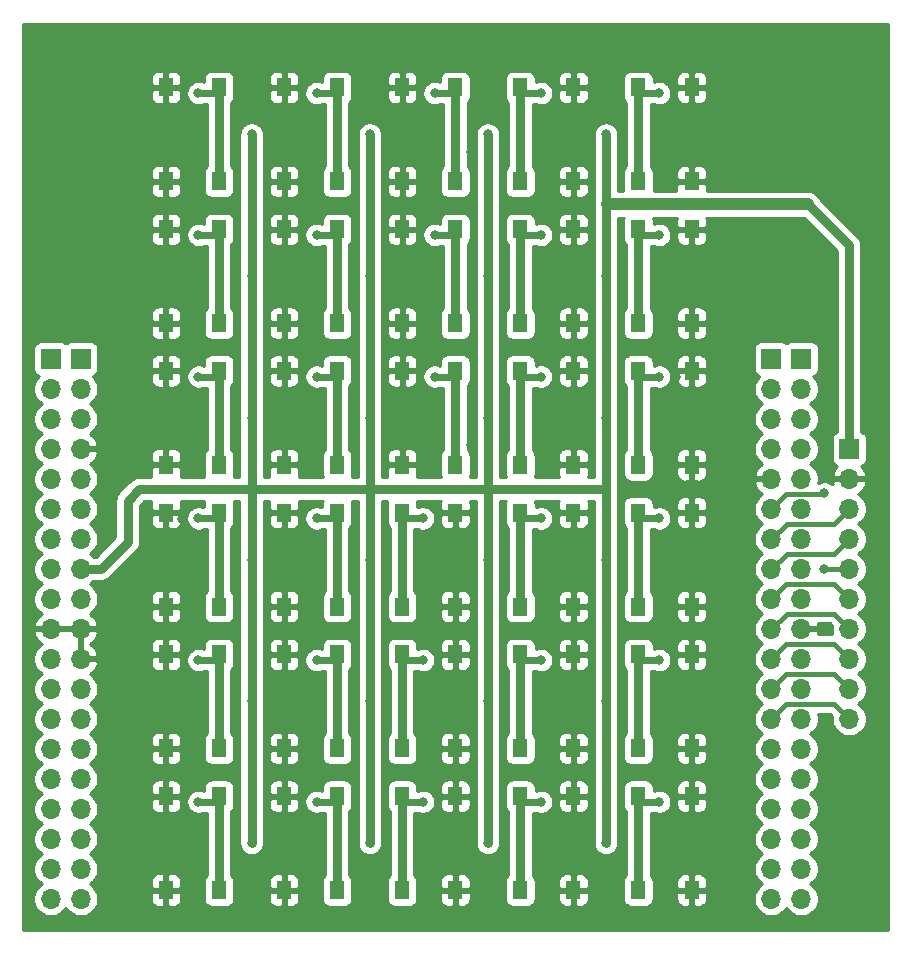
<source format=gtl>
G04 #@! TF.GenerationSoftware,KiCad,Pcbnew,5.1.6-c6e7f7d~87~ubuntu18.04.1*
G04 #@! TF.CreationDate,2021-01-02T21:50:31-05:00*
G04 #@! TF.ProjectId,dicecalc,64696365-6361-46c6-932e-6b696361645f,rev?*
G04 #@! TF.SameCoordinates,Original*
G04 #@! TF.FileFunction,Copper,L1,Top*
G04 #@! TF.FilePolarity,Positive*
%FSLAX46Y46*%
G04 Gerber Fmt 4.6, Leading zero omitted, Abs format (unit mm)*
G04 Created by KiCad (PCBNEW 5.1.6-c6e7f7d~87~ubuntu18.04.1) date 2021-01-02 21:50:31*
%MOMM*%
%LPD*%
G01*
G04 APERTURE LIST*
G04 #@! TA.AperFunction,SMDPad,CuDef*
%ADD10R,1.300000X1.550000*%
G04 #@! TD*
G04 #@! TA.AperFunction,ComponentPad*
%ADD11R,1.700000X1.700000*%
G04 #@! TD*
G04 #@! TA.AperFunction,ComponentPad*
%ADD12O,1.700000X1.700000*%
G04 #@! TD*
G04 #@! TA.AperFunction,ViaPad*
%ADD13C,0.800000*%
G04 #@! TD*
G04 #@! TA.AperFunction,Conductor*
%ADD14C,0.800000*%
G04 #@! TD*
G04 #@! TA.AperFunction,Conductor*
%ADD15C,1.000000*%
G04 #@! TD*
G04 #@! TA.AperFunction,Conductor*
%ADD16C,0.600000*%
G04 #@! TD*
G04 #@! TA.AperFunction,Conductor*
%ADD17C,0.400000*%
G04 #@! TD*
G04 #@! TA.AperFunction,Conductor*
%ADD18C,0.254000*%
G04 #@! TD*
G04 APERTURE END LIST*
D10*
X116650000Y-145075000D03*
X121150000Y-145075000D03*
X121150000Y-137125000D03*
X116650000Y-137125000D03*
D11*
X66900000Y-112100000D03*
D12*
X66900000Y-114640000D03*
X66900000Y-117180000D03*
X66900000Y-119720000D03*
X66900000Y-122260000D03*
X66900000Y-124800000D03*
X66900000Y-127340000D03*
X66900000Y-129880000D03*
X66900000Y-132420000D03*
X66900000Y-134960000D03*
X66900000Y-137500000D03*
X66900000Y-140040000D03*
X66900000Y-142580000D03*
X66900000Y-145120000D03*
X66900000Y-147660000D03*
X66900000Y-150200000D03*
X66900000Y-152740000D03*
X66900000Y-155280000D03*
X66900000Y-157820000D03*
X69440000Y-157820000D03*
X69440000Y-155280000D03*
X69440000Y-152740000D03*
X69440000Y-150200000D03*
X69440000Y-147660000D03*
X69440000Y-145120000D03*
X69440000Y-142580000D03*
X69440000Y-140040000D03*
X69440000Y-137500000D03*
X69440000Y-134960000D03*
X69440000Y-132420000D03*
X69440000Y-129880000D03*
X69440000Y-127340000D03*
X69440000Y-124800000D03*
X69440000Y-122260000D03*
X69440000Y-119720000D03*
X69440000Y-117180000D03*
X69440000Y-114640000D03*
D11*
X69440000Y-112100000D03*
X127900000Y-112100000D03*
D12*
X127900000Y-114640000D03*
X127900000Y-117180000D03*
X127900000Y-119720000D03*
X127900000Y-122260000D03*
X127900000Y-124800000D03*
X127900000Y-127340000D03*
X127900000Y-129880000D03*
X127900000Y-132420000D03*
X127900000Y-134960000D03*
X127900000Y-137500000D03*
X127900000Y-140040000D03*
X127900000Y-142580000D03*
X127900000Y-145120000D03*
X127900000Y-147660000D03*
X127900000Y-150200000D03*
X127900000Y-152740000D03*
X127900000Y-155280000D03*
X127900000Y-157820000D03*
X130440000Y-157820000D03*
X130440000Y-155280000D03*
X130440000Y-152740000D03*
X130440000Y-150200000D03*
X130440000Y-147660000D03*
X130440000Y-145120000D03*
X130440000Y-142580000D03*
X130440000Y-140040000D03*
X130440000Y-137500000D03*
X130440000Y-134960000D03*
X130440000Y-132420000D03*
X130440000Y-129880000D03*
X130440000Y-127340000D03*
X130440000Y-124800000D03*
X130440000Y-122260000D03*
X130440000Y-119720000D03*
X130440000Y-117180000D03*
X130440000Y-114640000D03*
D11*
X130440000Y-112100000D03*
D10*
X91150000Y-157075000D03*
X86650000Y-157075000D03*
X86650000Y-149125000D03*
X91150000Y-149125000D03*
X91150000Y-137125000D03*
X86650000Y-137125000D03*
X86650000Y-145075000D03*
X91150000Y-145075000D03*
X96650000Y-145075000D03*
X101150000Y-145075000D03*
X101150000Y-137125000D03*
X96650000Y-137125000D03*
X106650000Y-145075000D03*
X111150000Y-145075000D03*
X111150000Y-137125000D03*
X106650000Y-137125000D03*
X91150000Y-125125000D03*
X86650000Y-125125000D03*
X86650000Y-133075000D03*
X91150000Y-133075000D03*
X96650000Y-125125000D03*
X101150000Y-125125000D03*
X101150000Y-133075000D03*
X96650000Y-133075000D03*
X106650000Y-133075000D03*
X111150000Y-133075000D03*
X111150000Y-125125000D03*
X106650000Y-125125000D03*
X91150000Y-113125000D03*
X86650000Y-113125000D03*
X86650000Y-121075000D03*
X91150000Y-121075000D03*
X101150000Y-113125000D03*
X96650000Y-113125000D03*
X96650000Y-121075000D03*
X101150000Y-121075000D03*
X106650000Y-113125000D03*
X111150000Y-113125000D03*
X111150000Y-121075000D03*
X106650000Y-121075000D03*
X116650000Y-133075000D03*
X121150000Y-133075000D03*
X121150000Y-125125000D03*
X116650000Y-125125000D03*
X116650000Y-113125000D03*
X121150000Y-113125000D03*
X121150000Y-121075000D03*
X116650000Y-121075000D03*
X116650000Y-101125000D03*
X121150000Y-101125000D03*
X121150000Y-109075000D03*
X116650000Y-109075000D03*
X106650000Y-89125000D03*
X111150000Y-89125000D03*
X111150000Y-97075000D03*
X106650000Y-97075000D03*
X81150000Y-101125000D03*
X76650000Y-101125000D03*
X76650000Y-109075000D03*
X81150000Y-109075000D03*
X91150000Y-101125000D03*
X86650000Y-101125000D03*
X86650000Y-109075000D03*
X91150000Y-109075000D03*
X101150000Y-101125000D03*
X96650000Y-101125000D03*
X96650000Y-109075000D03*
X101150000Y-109075000D03*
X106650000Y-109075000D03*
X111150000Y-109075000D03*
X111150000Y-101125000D03*
X106650000Y-101125000D03*
X81150000Y-97075000D03*
X76650000Y-97075000D03*
X76650000Y-89125000D03*
X81150000Y-89125000D03*
X91150000Y-97075000D03*
X86650000Y-97075000D03*
X86650000Y-89125000D03*
X91150000Y-89125000D03*
X101150000Y-89125000D03*
X96650000Y-89125000D03*
X96650000Y-97075000D03*
X101150000Y-97075000D03*
X116650000Y-149125000D03*
X121150000Y-149125000D03*
X121150000Y-157075000D03*
X116650000Y-157075000D03*
X116650000Y-97075000D03*
X121150000Y-97075000D03*
X121150000Y-89125000D03*
X116650000Y-89125000D03*
X96650000Y-149125000D03*
X101150000Y-149125000D03*
X101150000Y-157075000D03*
X96650000Y-157075000D03*
X106650000Y-149125000D03*
X111150000Y-149125000D03*
X111150000Y-157075000D03*
X106650000Y-157075000D03*
X81150000Y-121075000D03*
X76650000Y-121075000D03*
X76650000Y-113125000D03*
X81150000Y-113125000D03*
X81150000Y-133075000D03*
X76650000Y-133075000D03*
X76650000Y-125125000D03*
X81150000Y-125125000D03*
X81150000Y-145075000D03*
X76650000Y-145075000D03*
X76650000Y-137125000D03*
X81150000Y-137125000D03*
X81150000Y-157075000D03*
X76650000Y-157075000D03*
X76650000Y-149125000D03*
X81150000Y-149125000D03*
D11*
X134500000Y-119720000D03*
D12*
X134500000Y-122260000D03*
X134500000Y-124800000D03*
X134500000Y-127340000D03*
X134500000Y-129880000D03*
X134500000Y-132420000D03*
X134500000Y-134960000D03*
X134500000Y-137500000D03*
X134500000Y-140040000D03*
X134500000Y-142580000D03*
D13*
X78000000Y-125700000D03*
X78300000Y-156600000D03*
X88100000Y-157100000D03*
X99600000Y-157100000D03*
X109500000Y-157800000D03*
X108300000Y-157800000D03*
X98300000Y-157100000D03*
X89500000Y-157100000D03*
X79500000Y-156600000D03*
X71900000Y-151100000D03*
X79200000Y-145100000D03*
X78100000Y-149200000D03*
X82500000Y-143100000D03*
X89500000Y-145100000D03*
X88200000Y-145100000D03*
X88100000Y-149100000D03*
X99700000Y-149100000D03*
X98300000Y-145100000D03*
X109700000Y-149100000D03*
X109600000Y-145100000D03*
X108300000Y-145100000D03*
X99700000Y-137100000D03*
X111300000Y-139000000D03*
X76700000Y-140100000D03*
X78400000Y-133100000D03*
X82500000Y-131100000D03*
X88100000Y-137100000D03*
X99600000Y-145100000D03*
X118300000Y-145100000D03*
X119600000Y-145100000D03*
X119700000Y-137200000D03*
X86300000Y-127100000D03*
X88200000Y-133100000D03*
X89500000Y-133100000D03*
X98300000Y-133100000D03*
X99400000Y-124600000D03*
X99600000Y-133100000D03*
X121100000Y-159000000D03*
X115200000Y-155000000D03*
X121400000Y-151000000D03*
X108300000Y-133100000D03*
X109600000Y-125100000D03*
X109600000Y-133100000D03*
X119500000Y-133100000D03*
X119600000Y-125100000D03*
X118300000Y-133100000D03*
X82500000Y-119100000D03*
X79400000Y-121100000D03*
X78100000Y-113200000D03*
X88200000Y-121100000D03*
X89500000Y-121100000D03*
X88100000Y-113100000D03*
X99500000Y-121100000D03*
X98100000Y-113100000D03*
X98100000Y-121100000D03*
X108300000Y-121100000D03*
X109600000Y-121100000D03*
X109700000Y-113100000D03*
X118300000Y-121100000D03*
X121200000Y-119100000D03*
X119800000Y-113600000D03*
X76600000Y-107100000D03*
X79500000Y-109100000D03*
X78200000Y-101100000D03*
X88200000Y-109100000D03*
X88100000Y-101100000D03*
X89500000Y-109100000D03*
X98200000Y-109100000D03*
X98200000Y-101100000D03*
X99500000Y-109100000D03*
X109700000Y-101100000D03*
X109600000Y-109100000D03*
X108300000Y-109100000D03*
X118300000Y-109100000D03*
X121300000Y-107000000D03*
X119600000Y-101100000D03*
X78900000Y-97100000D03*
X82500000Y-95100000D03*
X78100000Y-89100000D03*
X88200000Y-97100000D03*
X89600000Y-97100000D03*
X88100000Y-89100000D03*
X98100000Y-89100000D03*
X98200000Y-97100000D03*
X99500000Y-97100000D03*
X109700000Y-89100000D03*
X108400000Y-97100000D03*
X111300000Y-95300000D03*
X118300000Y-97100000D03*
X121200000Y-95400000D03*
X119600000Y-89100000D03*
X92500000Y-119200000D03*
X102500000Y-119400000D03*
X105300000Y-119100000D03*
X92500000Y-94900000D03*
X102500000Y-94600000D03*
X105300000Y-94700000D03*
X102400000Y-99100000D03*
X105400000Y-99100000D03*
X92400000Y-98700000D03*
X82500000Y-98400000D03*
X92500000Y-110600000D03*
X102500000Y-111100000D03*
X105300000Y-111100000D03*
X115700000Y-110800000D03*
X92500000Y-126800000D03*
X95300000Y-126800000D03*
X105300000Y-126700000D03*
X115300000Y-126800000D03*
X81100000Y-134800000D03*
X92300000Y-135000000D03*
X95400000Y-135100000D03*
X105700000Y-134800000D03*
X82400000Y-146800000D03*
X92400000Y-147100000D03*
X95600000Y-147100000D03*
X105600000Y-146800000D03*
X71900000Y-133600000D03*
X71500000Y-137500000D03*
X73600000Y-145400000D03*
X72900000Y-117400000D03*
X71600000Y-123300000D03*
X124200000Y-117600000D03*
X125400000Y-120800000D03*
X125400000Y-133900000D03*
X125500000Y-148900000D03*
X83900000Y-93100000D03*
X83900000Y-105100000D03*
X83900000Y-117100000D03*
X83900000Y-129100000D03*
X83900000Y-141100000D03*
X83900000Y-153100000D03*
X93900000Y-93100000D03*
X93900000Y-105100000D03*
X93900000Y-117100000D03*
X93900000Y-129100000D03*
X93900000Y-141100000D03*
X93900000Y-153100000D03*
X103900000Y-153100000D03*
X103900000Y-141100000D03*
X103900000Y-129100000D03*
X103900000Y-117100000D03*
X103900000Y-105100000D03*
X103900000Y-93100000D03*
X113900000Y-153100000D03*
X113900000Y-141100000D03*
X113900000Y-129100000D03*
X113900000Y-117100000D03*
X113900000Y-105100000D03*
X113900000Y-93100000D03*
X89400000Y-149600000D03*
X89400000Y-137600000D03*
X98400000Y-137600000D03*
X108400000Y-137600000D03*
X89400000Y-125600000D03*
X98400000Y-125600000D03*
X108400000Y-125600000D03*
X89400000Y-113600000D03*
X99400000Y-113600000D03*
X108400000Y-113600000D03*
X118400000Y-137600000D03*
X118400000Y-125600000D03*
X118400000Y-113600000D03*
X118400000Y-101600000D03*
X108400000Y-89600000D03*
X79400000Y-101600000D03*
X89400000Y-101600000D03*
X99400000Y-101600000D03*
X108400000Y-101600000D03*
X79400000Y-89600000D03*
X89400000Y-89600000D03*
X99400000Y-89600000D03*
X118400000Y-149600000D03*
X118400000Y-89600000D03*
X98400000Y-149600000D03*
X108400000Y-149600000D03*
X79400000Y-113600000D03*
X79400000Y-125600000D03*
X79400000Y-137600000D03*
X79400000Y-149600000D03*
X132400000Y-123500000D03*
X132400000Y-129900000D03*
D14*
X69440000Y-129880000D02*
X71120000Y-129880000D01*
X71120000Y-129880000D02*
X73400000Y-127600000D01*
X73400000Y-127600000D02*
X73400000Y-124100000D01*
X73400000Y-124100000D02*
X74400000Y-123100000D01*
X74400000Y-123100000D02*
X83900000Y-123100000D01*
X83900000Y-95600000D02*
X83900000Y-93100000D01*
X83900000Y-123100000D02*
X93900000Y-123100000D01*
X93900000Y-141100000D02*
X93900000Y-153100000D01*
X83900000Y-141100000D02*
X83900000Y-153100000D01*
X103900000Y-123100000D02*
X113900000Y-123100000D01*
X93900000Y-123100000D02*
X103900000Y-123100000D01*
X83900000Y-105100000D02*
X83900000Y-95600000D01*
X83900000Y-123100000D02*
X83900000Y-117100000D01*
X83900000Y-117100000D02*
X83900000Y-105100000D01*
X83900000Y-123100000D02*
X83900000Y-129100000D01*
X83900000Y-129100000D02*
X83900000Y-141100000D01*
X93900000Y-105100000D02*
X93900000Y-93100000D01*
X93900000Y-123100000D02*
X93900000Y-117100000D01*
X93900000Y-117100000D02*
X93900000Y-105100000D01*
X93900000Y-123100000D02*
X93900000Y-129100000D01*
X93900000Y-129100000D02*
X93900000Y-141100000D01*
X103900000Y-141100000D02*
X103900000Y-153100000D01*
X103900000Y-123100000D02*
X103900000Y-129100000D01*
X103900000Y-129100000D02*
X103900000Y-141100000D01*
X103900000Y-123100000D02*
X103900000Y-117100000D01*
X103900000Y-117100000D02*
X103900000Y-105100000D01*
X103900000Y-105100000D02*
X103900000Y-93100000D01*
X113900000Y-141100000D02*
X113900000Y-153100000D01*
X113900000Y-123100000D02*
X113900000Y-129100000D01*
X113900000Y-129100000D02*
X113900000Y-141100000D01*
X113900000Y-123100000D02*
X113900000Y-117100000D01*
X113900000Y-117100000D02*
X113900000Y-105100000D01*
X134500000Y-119720000D02*
X134500000Y-102500000D01*
X134500000Y-102500000D02*
X131000000Y-99000000D01*
X114000000Y-99000000D02*
X113900000Y-98900000D01*
X113900000Y-105100000D02*
X113900000Y-98900000D01*
X113900000Y-98900000D02*
X113900000Y-93100000D01*
D15*
X114500000Y-99000000D02*
X114000000Y-99000000D01*
X131000000Y-99000000D02*
X114500000Y-99000000D01*
D16*
X90675000Y-149600000D02*
X91150000Y-149125000D01*
X89400000Y-149600000D02*
X90675000Y-149600000D01*
D14*
X91150000Y-157075000D02*
X91150000Y-149125000D01*
X91150000Y-145075000D02*
X91150000Y-137125000D01*
D16*
X90675000Y-137600000D02*
X91150000Y-137125000D01*
X89400000Y-137600000D02*
X90675000Y-137600000D01*
X97125000Y-137600000D02*
X96650000Y-137125000D01*
X98400000Y-137600000D02*
X97125000Y-137600000D01*
D14*
X96650000Y-145075000D02*
X96650000Y-137125000D01*
X106650000Y-137125000D02*
X106650000Y-145075000D01*
D16*
X107125000Y-137600000D02*
X106650000Y-137125000D01*
X108400000Y-137600000D02*
X107125000Y-137600000D01*
D14*
X91150000Y-133075000D02*
X91150000Y-125125000D01*
D16*
X90675000Y-125600000D02*
X91150000Y-125125000D01*
X89400000Y-125600000D02*
X90675000Y-125600000D01*
X97125000Y-125600000D02*
X96650000Y-125125000D01*
X98400000Y-125600000D02*
X97125000Y-125600000D01*
D14*
X96650000Y-133075000D02*
X96650000Y-125125000D01*
X106650000Y-125125000D02*
X106650000Y-133075000D01*
D16*
X107125000Y-125600000D02*
X106650000Y-125125000D01*
X108400000Y-125600000D02*
X107125000Y-125600000D01*
X90675000Y-113600000D02*
X91150000Y-113125000D01*
X89400000Y-113600000D02*
X90675000Y-113600000D01*
D14*
X91150000Y-121075000D02*
X91150000Y-113125000D01*
X101150000Y-121075000D02*
X101150000Y-113125000D01*
D16*
X100675000Y-113600000D02*
X101150000Y-113125000D01*
X99400000Y-113600000D02*
X100675000Y-113600000D01*
X107125000Y-113600000D02*
X106650000Y-113125000D01*
X108400000Y-113600000D02*
X107125000Y-113600000D01*
D14*
X106650000Y-121075000D02*
X106650000Y-113125000D01*
D16*
X117125000Y-137600000D02*
X116650000Y-137125000D01*
X118400000Y-137600000D02*
X117125000Y-137600000D01*
D14*
X116650000Y-145075000D02*
X116650000Y-137125000D01*
D16*
X117125000Y-125600000D02*
X116650000Y-125125000D01*
X118400000Y-125600000D02*
X117125000Y-125600000D01*
D14*
X116650000Y-133075000D02*
X116650000Y-125125000D01*
X116650000Y-113125000D02*
X116650000Y-121075000D01*
D16*
X117125000Y-113600000D02*
X116650000Y-113125000D01*
X118400000Y-113600000D02*
X117125000Y-113600000D01*
X117125000Y-101600000D02*
X116650000Y-101125000D01*
X118400000Y-101600000D02*
X117125000Y-101600000D01*
D14*
X116650000Y-109075000D02*
X116650000Y-101125000D01*
D16*
X107125000Y-89600000D02*
X106650000Y-89125000D01*
X108400000Y-89600000D02*
X107125000Y-89600000D01*
D14*
X106650000Y-97075000D02*
X106650000Y-89125000D01*
D16*
X80675000Y-101600000D02*
X81150000Y-101125000D01*
X79400000Y-101600000D02*
X80675000Y-101600000D01*
D14*
X81150000Y-109075000D02*
X81150000Y-101125000D01*
X91150000Y-101125000D02*
X91150000Y-109075000D01*
D16*
X90675000Y-101600000D02*
X91150000Y-101125000D01*
X89400000Y-101600000D02*
X90675000Y-101600000D01*
X100675000Y-101600000D02*
X101150000Y-101125000D01*
X99400000Y-101600000D02*
X100675000Y-101600000D01*
D14*
X101150000Y-109075000D02*
X101150000Y-101125000D01*
X106650000Y-109075000D02*
X106650000Y-101125000D01*
D16*
X107125000Y-101600000D02*
X106650000Y-101125000D01*
X108400000Y-101600000D02*
X107125000Y-101600000D01*
D14*
X81150000Y-97075000D02*
X81150000Y-89125000D01*
D16*
X80675000Y-89600000D02*
X81150000Y-89125000D01*
X79400000Y-89600000D02*
X80675000Y-89600000D01*
X90675000Y-89600000D02*
X91150000Y-89125000D01*
X89400000Y-89600000D02*
X90675000Y-89600000D01*
D14*
X91150000Y-97075000D02*
X91150000Y-89125000D01*
X101150000Y-89125000D02*
X101150000Y-97075000D01*
D16*
X100675000Y-89600000D02*
X101150000Y-89125000D01*
X99400000Y-89600000D02*
X100675000Y-89600000D01*
D14*
X116650000Y-149125000D02*
X116650000Y-157075000D01*
D16*
X117125000Y-149600000D02*
X116650000Y-149125000D01*
X118400000Y-149600000D02*
X117125000Y-149600000D01*
D14*
X116650000Y-89125000D02*
X116650000Y-97075000D01*
D16*
X117125000Y-89600000D02*
X116650000Y-89125000D01*
X118400000Y-89600000D02*
X117125000Y-89600000D01*
D14*
X96650000Y-149125000D02*
X96650000Y-157075000D01*
D16*
X97125000Y-149600000D02*
X96650000Y-149125000D01*
X98400000Y-149600000D02*
X97125000Y-149600000D01*
X107125000Y-149600000D02*
X106650000Y-149125000D01*
X108400000Y-149600000D02*
X107125000Y-149600000D01*
D14*
X106650000Y-157075000D02*
X106650000Y-149125000D01*
X81150000Y-121075000D02*
X81150000Y-113125000D01*
D16*
X80675000Y-113600000D02*
X81150000Y-113125000D01*
X79400000Y-113600000D02*
X80675000Y-113600000D01*
X80675000Y-125600000D02*
X81150000Y-125125000D01*
X79400000Y-125600000D02*
X80675000Y-125600000D01*
D14*
X81150000Y-133075000D02*
X81150000Y-125125000D01*
D16*
X80675000Y-137600000D02*
X81150000Y-137125000D01*
X79400000Y-137600000D02*
X80675000Y-137600000D01*
D14*
X81150000Y-137125000D02*
X81150000Y-145075000D01*
X81150000Y-149125000D02*
X81150000Y-157075000D01*
D16*
X80675000Y-149600000D02*
X81150000Y-149125000D01*
X79400000Y-149600000D02*
X80675000Y-149600000D01*
D17*
X132350001Y-123549999D02*
X132400000Y-123500000D01*
X127900000Y-124800000D02*
X129150001Y-123549999D01*
X129150001Y-123549999D02*
X132350001Y-123549999D01*
X134480000Y-129900000D02*
X134500000Y-129880000D01*
X132400000Y-129900000D02*
X134480000Y-129900000D01*
X129189999Y-126050001D02*
X133249999Y-126050001D01*
X133249999Y-126050001D02*
X134500000Y-124800000D01*
X127900000Y-127340000D02*
X129189999Y-126050001D01*
X133249999Y-128590001D02*
X134500000Y-127340000D01*
X129189999Y-128590001D02*
X133249999Y-128590001D01*
X127900000Y-129880000D02*
X129189999Y-128590001D01*
X133249999Y-131169999D02*
X134500000Y-132420000D01*
X129150001Y-131169999D02*
X133249999Y-131169999D01*
X127900000Y-132420000D02*
X129150001Y-131169999D01*
X133210001Y-133670001D02*
X134500000Y-134960000D01*
X129189999Y-133670001D02*
X133210001Y-133670001D01*
X127900000Y-134960000D02*
X129189999Y-133670001D01*
X133249999Y-136249999D02*
X134500000Y-137500000D01*
X129150001Y-136249999D02*
X133249999Y-136249999D01*
X127900000Y-137500000D02*
X129150001Y-136249999D01*
X133249999Y-138789999D02*
X134500000Y-140040000D01*
X129150001Y-138789999D02*
X133249999Y-138789999D01*
X127900000Y-140040000D02*
X129150001Y-138789999D01*
X133249999Y-141329999D02*
X134500000Y-142580000D01*
X129150001Y-141329999D02*
X133249999Y-141329999D01*
X127900000Y-142580000D02*
X129150001Y-141329999D01*
D18*
G36*
X137740001Y-85067581D02*
G01*
X137740000Y-100632418D01*
X137740001Y-100632428D01*
X137740000Y-155132418D01*
X137740001Y-155132428D01*
X137740000Y-160440000D01*
X64560000Y-160440000D01*
X64560000Y-137353740D01*
X65415000Y-137353740D01*
X65415000Y-137646260D01*
X65472068Y-137933158D01*
X65584010Y-138203411D01*
X65746525Y-138446632D01*
X65953368Y-138653475D01*
X66127760Y-138770000D01*
X65953368Y-138886525D01*
X65746525Y-139093368D01*
X65584010Y-139336589D01*
X65472068Y-139606842D01*
X65415000Y-139893740D01*
X65415000Y-140186260D01*
X65472068Y-140473158D01*
X65584010Y-140743411D01*
X65746525Y-140986632D01*
X65953368Y-141193475D01*
X66127760Y-141310000D01*
X65953368Y-141426525D01*
X65746525Y-141633368D01*
X65584010Y-141876589D01*
X65472068Y-142146842D01*
X65415000Y-142433740D01*
X65415000Y-142726260D01*
X65472068Y-143013158D01*
X65584010Y-143283411D01*
X65746525Y-143526632D01*
X65953368Y-143733475D01*
X66127760Y-143850000D01*
X65953368Y-143966525D01*
X65746525Y-144173368D01*
X65584010Y-144416589D01*
X65472068Y-144686842D01*
X65415000Y-144973740D01*
X65415000Y-145266260D01*
X65472068Y-145553158D01*
X65584010Y-145823411D01*
X65746525Y-146066632D01*
X65953368Y-146273475D01*
X66127760Y-146390000D01*
X65953368Y-146506525D01*
X65746525Y-146713368D01*
X65584010Y-146956589D01*
X65472068Y-147226842D01*
X65415000Y-147513740D01*
X65415000Y-147806260D01*
X65472068Y-148093158D01*
X65584010Y-148363411D01*
X65746525Y-148606632D01*
X65953368Y-148813475D01*
X66127760Y-148930000D01*
X65953368Y-149046525D01*
X65746525Y-149253368D01*
X65584010Y-149496589D01*
X65472068Y-149766842D01*
X65415000Y-150053740D01*
X65415000Y-150346260D01*
X65472068Y-150633158D01*
X65584010Y-150903411D01*
X65746525Y-151146632D01*
X65953368Y-151353475D01*
X66127760Y-151470000D01*
X65953368Y-151586525D01*
X65746525Y-151793368D01*
X65584010Y-152036589D01*
X65472068Y-152306842D01*
X65415000Y-152593740D01*
X65415000Y-152886260D01*
X65472068Y-153173158D01*
X65584010Y-153443411D01*
X65746525Y-153686632D01*
X65953368Y-153893475D01*
X66127760Y-154010000D01*
X65953368Y-154126525D01*
X65746525Y-154333368D01*
X65584010Y-154576589D01*
X65472068Y-154846842D01*
X65415000Y-155133740D01*
X65415000Y-155426260D01*
X65472068Y-155713158D01*
X65584010Y-155983411D01*
X65746525Y-156226632D01*
X65953368Y-156433475D01*
X66127760Y-156550000D01*
X65953368Y-156666525D01*
X65746525Y-156873368D01*
X65584010Y-157116589D01*
X65472068Y-157386842D01*
X65415000Y-157673740D01*
X65415000Y-157966260D01*
X65472068Y-158253158D01*
X65584010Y-158523411D01*
X65746525Y-158766632D01*
X65953368Y-158973475D01*
X66196589Y-159135990D01*
X66466842Y-159247932D01*
X66753740Y-159305000D01*
X67046260Y-159305000D01*
X67333158Y-159247932D01*
X67603411Y-159135990D01*
X67846632Y-158973475D01*
X68053475Y-158766632D01*
X68170000Y-158592240D01*
X68286525Y-158766632D01*
X68493368Y-158973475D01*
X68736589Y-159135990D01*
X69006842Y-159247932D01*
X69293740Y-159305000D01*
X69586260Y-159305000D01*
X69873158Y-159247932D01*
X70143411Y-159135990D01*
X70386632Y-158973475D01*
X70593475Y-158766632D01*
X70755990Y-158523411D01*
X70867932Y-158253158D01*
X70925000Y-157966260D01*
X70925000Y-157850000D01*
X75361928Y-157850000D01*
X75374188Y-157974482D01*
X75410498Y-158094180D01*
X75469463Y-158204494D01*
X75548815Y-158301185D01*
X75645506Y-158380537D01*
X75755820Y-158439502D01*
X75875518Y-158475812D01*
X76000000Y-158488072D01*
X76364250Y-158485000D01*
X76523000Y-158326250D01*
X76523000Y-157202000D01*
X76777000Y-157202000D01*
X76777000Y-158326250D01*
X76935750Y-158485000D01*
X77300000Y-158488072D01*
X77424482Y-158475812D01*
X77544180Y-158439502D01*
X77654494Y-158380537D01*
X77751185Y-158301185D01*
X77830537Y-158204494D01*
X77889502Y-158094180D01*
X77925812Y-157974482D01*
X77938072Y-157850000D01*
X77935000Y-157360750D01*
X77776250Y-157202000D01*
X76777000Y-157202000D01*
X76523000Y-157202000D01*
X75523750Y-157202000D01*
X75365000Y-157360750D01*
X75361928Y-157850000D01*
X70925000Y-157850000D01*
X70925000Y-157673740D01*
X70867932Y-157386842D01*
X70755990Y-157116589D01*
X70593475Y-156873368D01*
X70386632Y-156666525D01*
X70212240Y-156550000D01*
X70386632Y-156433475D01*
X70520107Y-156300000D01*
X75361928Y-156300000D01*
X75365000Y-156789250D01*
X75523750Y-156948000D01*
X76523000Y-156948000D01*
X76523000Y-155823750D01*
X76777000Y-155823750D01*
X76777000Y-156948000D01*
X77776250Y-156948000D01*
X77935000Y-156789250D01*
X77938072Y-156300000D01*
X77925812Y-156175518D01*
X77889502Y-156055820D01*
X77830537Y-155945506D01*
X77751185Y-155848815D01*
X77654494Y-155769463D01*
X77544180Y-155710498D01*
X77424482Y-155674188D01*
X77300000Y-155661928D01*
X76935750Y-155665000D01*
X76777000Y-155823750D01*
X76523000Y-155823750D01*
X76364250Y-155665000D01*
X76000000Y-155661928D01*
X75875518Y-155674188D01*
X75755820Y-155710498D01*
X75645506Y-155769463D01*
X75548815Y-155848815D01*
X75469463Y-155945506D01*
X75410498Y-156055820D01*
X75374188Y-156175518D01*
X75361928Y-156300000D01*
X70520107Y-156300000D01*
X70593475Y-156226632D01*
X70755990Y-155983411D01*
X70867932Y-155713158D01*
X70925000Y-155426260D01*
X70925000Y-155133740D01*
X70867932Y-154846842D01*
X70755990Y-154576589D01*
X70593475Y-154333368D01*
X70386632Y-154126525D01*
X70212240Y-154010000D01*
X70386632Y-153893475D01*
X70593475Y-153686632D01*
X70755990Y-153443411D01*
X70867932Y-153173158D01*
X70925000Y-152886260D01*
X70925000Y-152593740D01*
X70867932Y-152306842D01*
X70755990Y-152036589D01*
X70593475Y-151793368D01*
X70386632Y-151586525D01*
X70212240Y-151470000D01*
X70386632Y-151353475D01*
X70593475Y-151146632D01*
X70755990Y-150903411D01*
X70867932Y-150633158D01*
X70925000Y-150346260D01*
X70925000Y-150053740D01*
X70894419Y-149900000D01*
X75361928Y-149900000D01*
X75374188Y-150024482D01*
X75410498Y-150144180D01*
X75469463Y-150254494D01*
X75548815Y-150351185D01*
X75645506Y-150430537D01*
X75755820Y-150489502D01*
X75875518Y-150525812D01*
X76000000Y-150538072D01*
X76364250Y-150535000D01*
X76523000Y-150376250D01*
X76523000Y-149252000D01*
X76777000Y-149252000D01*
X76777000Y-150376250D01*
X76935750Y-150535000D01*
X77300000Y-150538072D01*
X77424482Y-150525812D01*
X77544180Y-150489502D01*
X77654494Y-150430537D01*
X77751185Y-150351185D01*
X77830537Y-150254494D01*
X77889502Y-150144180D01*
X77925812Y-150024482D01*
X77938072Y-149900000D01*
X77935549Y-149498061D01*
X78365000Y-149498061D01*
X78365000Y-149701939D01*
X78404774Y-149901898D01*
X78482795Y-150090256D01*
X78596063Y-150259774D01*
X78740226Y-150403937D01*
X78909744Y-150517205D01*
X79098102Y-150595226D01*
X79298061Y-150635000D01*
X79501939Y-150635000D01*
X79701898Y-150595226D01*
X79847295Y-150535000D01*
X80115000Y-150535000D01*
X80115001Y-155794498D01*
X80048815Y-155848815D01*
X79969463Y-155945506D01*
X79910498Y-156055820D01*
X79874188Y-156175518D01*
X79861928Y-156300000D01*
X79861928Y-157850000D01*
X79874188Y-157974482D01*
X79910498Y-158094180D01*
X79969463Y-158204494D01*
X80048815Y-158301185D01*
X80145506Y-158380537D01*
X80255820Y-158439502D01*
X80375518Y-158475812D01*
X80500000Y-158488072D01*
X81800000Y-158488072D01*
X81924482Y-158475812D01*
X82044180Y-158439502D01*
X82154494Y-158380537D01*
X82251185Y-158301185D01*
X82330537Y-158204494D01*
X82389502Y-158094180D01*
X82425812Y-157974482D01*
X82438072Y-157850000D01*
X85361928Y-157850000D01*
X85374188Y-157974482D01*
X85410498Y-158094180D01*
X85469463Y-158204494D01*
X85548815Y-158301185D01*
X85645506Y-158380537D01*
X85755820Y-158439502D01*
X85875518Y-158475812D01*
X86000000Y-158488072D01*
X86364250Y-158485000D01*
X86523000Y-158326250D01*
X86523000Y-157202000D01*
X86777000Y-157202000D01*
X86777000Y-158326250D01*
X86935750Y-158485000D01*
X87300000Y-158488072D01*
X87424482Y-158475812D01*
X87544180Y-158439502D01*
X87654494Y-158380537D01*
X87751185Y-158301185D01*
X87830537Y-158204494D01*
X87889502Y-158094180D01*
X87925812Y-157974482D01*
X87938072Y-157850000D01*
X87935000Y-157360750D01*
X87776250Y-157202000D01*
X86777000Y-157202000D01*
X86523000Y-157202000D01*
X85523750Y-157202000D01*
X85365000Y-157360750D01*
X85361928Y-157850000D01*
X82438072Y-157850000D01*
X82438072Y-156300000D01*
X85361928Y-156300000D01*
X85365000Y-156789250D01*
X85523750Y-156948000D01*
X86523000Y-156948000D01*
X86523000Y-155823750D01*
X86777000Y-155823750D01*
X86777000Y-156948000D01*
X87776250Y-156948000D01*
X87935000Y-156789250D01*
X87938072Y-156300000D01*
X87925812Y-156175518D01*
X87889502Y-156055820D01*
X87830537Y-155945506D01*
X87751185Y-155848815D01*
X87654494Y-155769463D01*
X87544180Y-155710498D01*
X87424482Y-155674188D01*
X87300000Y-155661928D01*
X86935750Y-155665000D01*
X86777000Y-155823750D01*
X86523000Y-155823750D01*
X86364250Y-155665000D01*
X86000000Y-155661928D01*
X85875518Y-155674188D01*
X85755820Y-155710498D01*
X85645506Y-155769463D01*
X85548815Y-155848815D01*
X85469463Y-155945506D01*
X85410498Y-156055820D01*
X85374188Y-156175518D01*
X85361928Y-156300000D01*
X82438072Y-156300000D01*
X82425812Y-156175518D01*
X82389502Y-156055820D01*
X82330537Y-155945506D01*
X82251185Y-155848815D01*
X82185000Y-155794499D01*
X82185000Y-150405501D01*
X82251185Y-150351185D01*
X82330537Y-150254494D01*
X82389502Y-150144180D01*
X82425812Y-150024482D01*
X82438072Y-149900000D01*
X82438072Y-148350000D01*
X82425812Y-148225518D01*
X82389502Y-148105820D01*
X82330537Y-147995506D01*
X82251185Y-147898815D01*
X82154494Y-147819463D01*
X82044180Y-147760498D01*
X81924482Y-147724188D01*
X81800000Y-147711928D01*
X80500000Y-147711928D01*
X80375518Y-147724188D01*
X80255820Y-147760498D01*
X80145506Y-147819463D01*
X80048815Y-147898815D01*
X79969463Y-147995506D01*
X79910498Y-148105820D01*
X79874188Y-148225518D01*
X79861928Y-148350000D01*
X79861928Y-148665000D01*
X79847295Y-148665000D01*
X79701898Y-148604774D01*
X79501939Y-148565000D01*
X79298061Y-148565000D01*
X79098102Y-148604774D01*
X78909744Y-148682795D01*
X78740226Y-148796063D01*
X78596063Y-148940226D01*
X78482795Y-149109744D01*
X78404774Y-149298102D01*
X78365000Y-149498061D01*
X77935549Y-149498061D01*
X77935000Y-149410750D01*
X77776250Y-149252000D01*
X76777000Y-149252000D01*
X76523000Y-149252000D01*
X75523750Y-149252000D01*
X75365000Y-149410750D01*
X75361928Y-149900000D01*
X70894419Y-149900000D01*
X70867932Y-149766842D01*
X70755990Y-149496589D01*
X70593475Y-149253368D01*
X70386632Y-149046525D01*
X70212240Y-148930000D01*
X70386632Y-148813475D01*
X70593475Y-148606632D01*
X70755990Y-148363411D01*
X70761544Y-148350000D01*
X75361928Y-148350000D01*
X75365000Y-148839250D01*
X75523750Y-148998000D01*
X76523000Y-148998000D01*
X76523000Y-147873750D01*
X76777000Y-147873750D01*
X76777000Y-148998000D01*
X77776250Y-148998000D01*
X77935000Y-148839250D01*
X77938072Y-148350000D01*
X77925812Y-148225518D01*
X77889502Y-148105820D01*
X77830537Y-147995506D01*
X77751185Y-147898815D01*
X77654494Y-147819463D01*
X77544180Y-147760498D01*
X77424482Y-147724188D01*
X77300000Y-147711928D01*
X76935750Y-147715000D01*
X76777000Y-147873750D01*
X76523000Y-147873750D01*
X76364250Y-147715000D01*
X76000000Y-147711928D01*
X75875518Y-147724188D01*
X75755820Y-147760498D01*
X75645506Y-147819463D01*
X75548815Y-147898815D01*
X75469463Y-147995506D01*
X75410498Y-148105820D01*
X75374188Y-148225518D01*
X75361928Y-148350000D01*
X70761544Y-148350000D01*
X70867932Y-148093158D01*
X70925000Y-147806260D01*
X70925000Y-147513740D01*
X70867932Y-147226842D01*
X70755990Y-146956589D01*
X70593475Y-146713368D01*
X70386632Y-146506525D01*
X70212240Y-146390000D01*
X70386632Y-146273475D01*
X70593475Y-146066632D01*
X70738223Y-145850000D01*
X75361928Y-145850000D01*
X75374188Y-145974482D01*
X75410498Y-146094180D01*
X75469463Y-146204494D01*
X75548815Y-146301185D01*
X75645506Y-146380537D01*
X75755820Y-146439502D01*
X75875518Y-146475812D01*
X76000000Y-146488072D01*
X76364250Y-146485000D01*
X76523000Y-146326250D01*
X76523000Y-145202000D01*
X76777000Y-145202000D01*
X76777000Y-146326250D01*
X76935750Y-146485000D01*
X77300000Y-146488072D01*
X77424482Y-146475812D01*
X77544180Y-146439502D01*
X77654494Y-146380537D01*
X77751185Y-146301185D01*
X77830537Y-146204494D01*
X77889502Y-146094180D01*
X77925812Y-145974482D01*
X77938072Y-145850000D01*
X77935000Y-145360750D01*
X77776250Y-145202000D01*
X76777000Y-145202000D01*
X76523000Y-145202000D01*
X75523750Y-145202000D01*
X75365000Y-145360750D01*
X75361928Y-145850000D01*
X70738223Y-145850000D01*
X70755990Y-145823411D01*
X70867932Y-145553158D01*
X70925000Y-145266260D01*
X70925000Y-144973740D01*
X70867932Y-144686842D01*
X70755990Y-144416589D01*
X70678088Y-144300000D01*
X75361928Y-144300000D01*
X75365000Y-144789250D01*
X75523750Y-144948000D01*
X76523000Y-144948000D01*
X76523000Y-143823750D01*
X76777000Y-143823750D01*
X76777000Y-144948000D01*
X77776250Y-144948000D01*
X77935000Y-144789250D01*
X77938072Y-144300000D01*
X77925812Y-144175518D01*
X77889502Y-144055820D01*
X77830537Y-143945506D01*
X77751185Y-143848815D01*
X77654494Y-143769463D01*
X77544180Y-143710498D01*
X77424482Y-143674188D01*
X77300000Y-143661928D01*
X76935750Y-143665000D01*
X76777000Y-143823750D01*
X76523000Y-143823750D01*
X76364250Y-143665000D01*
X76000000Y-143661928D01*
X75875518Y-143674188D01*
X75755820Y-143710498D01*
X75645506Y-143769463D01*
X75548815Y-143848815D01*
X75469463Y-143945506D01*
X75410498Y-144055820D01*
X75374188Y-144175518D01*
X75361928Y-144300000D01*
X70678088Y-144300000D01*
X70593475Y-144173368D01*
X70386632Y-143966525D01*
X70212240Y-143850000D01*
X70386632Y-143733475D01*
X70593475Y-143526632D01*
X70755990Y-143283411D01*
X70867932Y-143013158D01*
X70925000Y-142726260D01*
X70925000Y-142433740D01*
X70867932Y-142146842D01*
X70755990Y-141876589D01*
X70593475Y-141633368D01*
X70386632Y-141426525D01*
X70212240Y-141310000D01*
X70386632Y-141193475D01*
X70593475Y-140986632D01*
X70755990Y-140743411D01*
X70867932Y-140473158D01*
X70925000Y-140186260D01*
X70925000Y-139893740D01*
X70867932Y-139606842D01*
X70755990Y-139336589D01*
X70593475Y-139093368D01*
X70386632Y-138886525D01*
X70204466Y-138764805D01*
X70321355Y-138695178D01*
X70537588Y-138500269D01*
X70711641Y-138266920D01*
X70836825Y-138004099D01*
X70868400Y-137900000D01*
X75361928Y-137900000D01*
X75374188Y-138024482D01*
X75410498Y-138144180D01*
X75469463Y-138254494D01*
X75548815Y-138351185D01*
X75645506Y-138430537D01*
X75755820Y-138489502D01*
X75875518Y-138525812D01*
X76000000Y-138538072D01*
X76364250Y-138535000D01*
X76523000Y-138376250D01*
X76523000Y-137252000D01*
X76777000Y-137252000D01*
X76777000Y-138376250D01*
X76935750Y-138535000D01*
X77300000Y-138538072D01*
X77424482Y-138525812D01*
X77544180Y-138489502D01*
X77654494Y-138430537D01*
X77751185Y-138351185D01*
X77830537Y-138254494D01*
X77889502Y-138144180D01*
X77925812Y-138024482D01*
X77938072Y-137900000D01*
X77935549Y-137498061D01*
X78365000Y-137498061D01*
X78365000Y-137701939D01*
X78404774Y-137901898D01*
X78482795Y-138090256D01*
X78596063Y-138259774D01*
X78740226Y-138403937D01*
X78909744Y-138517205D01*
X79098102Y-138595226D01*
X79298061Y-138635000D01*
X79501939Y-138635000D01*
X79701898Y-138595226D01*
X79847295Y-138535000D01*
X80115000Y-138535000D01*
X80115001Y-143794498D01*
X80048815Y-143848815D01*
X79969463Y-143945506D01*
X79910498Y-144055820D01*
X79874188Y-144175518D01*
X79861928Y-144300000D01*
X79861928Y-145850000D01*
X79874188Y-145974482D01*
X79910498Y-146094180D01*
X79969463Y-146204494D01*
X80048815Y-146301185D01*
X80145506Y-146380537D01*
X80255820Y-146439502D01*
X80375518Y-146475812D01*
X80500000Y-146488072D01*
X81800000Y-146488072D01*
X81924482Y-146475812D01*
X82044180Y-146439502D01*
X82154494Y-146380537D01*
X82251185Y-146301185D01*
X82330537Y-146204494D01*
X82389502Y-146094180D01*
X82425812Y-145974482D01*
X82438072Y-145850000D01*
X82438072Y-144300000D01*
X82425812Y-144175518D01*
X82389502Y-144055820D01*
X82330537Y-143945506D01*
X82251185Y-143848815D01*
X82185000Y-143794499D01*
X82185000Y-138405501D01*
X82251185Y-138351185D01*
X82330537Y-138254494D01*
X82389502Y-138144180D01*
X82425812Y-138024482D01*
X82438072Y-137900000D01*
X82438072Y-136350000D01*
X82425812Y-136225518D01*
X82389502Y-136105820D01*
X82330537Y-135995506D01*
X82251185Y-135898815D01*
X82154494Y-135819463D01*
X82044180Y-135760498D01*
X81924482Y-135724188D01*
X81800000Y-135711928D01*
X80500000Y-135711928D01*
X80375518Y-135724188D01*
X80255820Y-135760498D01*
X80145506Y-135819463D01*
X80048815Y-135898815D01*
X79969463Y-135995506D01*
X79910498Y-136105820D01*
X79874188Y-136225518D01*
X79861928Y-136350000D01*
X79861928Y-136665000D01*
X79847295Y-136665000D01*
X79701898Y-136604774D01*
X79501939Y-136565000D01*
X79298061Y-136565000D01*
X79098102Y-136604774D01*
X78909744Y-136682795D01*
X78740226Y-136796063D01*
X78596063Y-136940226D01*
X78482795Y-137109744D01*
X78404774Y-137298102D01*
X78365000Y-137498061D01*
X77935549Y-137498061D01*
X77935000Y-137410750D01*
X77776250Y-137252000D01*
X76777000Y-137252000D01*
X76523000Y-137252000D01*
X75523750Y-137252000D01*
X75365000Y-137410750D01*
X75361928Y-137900000D01*
X70868400Y-137900000D01*
X70881476Y-137856890D01*
X70760155Y-137627000D01*
X69567000Y-137627000D01*
X69567000Y-137647000D01*
X69313000Y-137647000D01*
X69313000Y-137627000D01*
X69293000Y-137627000D01*
X69293000Y-137373000D01*
X69313000Y-137373000D01*
X69313000Y-135087000D01*
X69567000Y-135087000D01*
X69567000Y-137373000D01*
X70760155Y-137373000D01*
X70881476Y-137143110D01*
X70836825Y-136995901D01*
X70711641Y-136733080D01*
X70537588Y-136499731D01*
X70371476Y-136350000D01*
X75361928Y-136350000D01*
X75365000Y-136839250D01*
X75523750Y-136998000D01*
X76523000Y-136998000D01*
X76523000Y-135873750D01*
X76777000Y-135873750D01*
X76777000Y-136998000D01*
X77776250Y-136998000D01*
X77935000Y-136839250D01*
X77938072Y-136350000D01*
X77925812Y-136225518D01*
X77889502Y-136105820D01*
X77830537Y-135995506D01*
X77751185Y-135898815D01*
X77654494Y-135819463D01*
X77544180Y-135760498D01*
X77424482Y-135724188D01*
X77300000Y-135711928D01*
X76935750Y-135715000D01*
X76777000Y-135873750D01*
X76523000Y-135873750D01*
X76364250Y-135715000D01*
X76000000Y-135711928D01*
X75875518Y-135724188D01*
X75755820Y-135760498D01*
X75645506Y-135819463D01*
X75548815Y-135898815D01*
X75469463Y-135995506D01*
X75410498Y-136105820D01*
X75374188Y-136225518D01*
X75361928Y-136350000D01*
X70371476Y-136350000D01*
X70321355Y-136304822D01*
X70195745Y-136230000D01*
X70321355Y-136155178D01*
X70537588Y-135960269D01*
X70711641Y-135726920D01*
X70836825Y-135464099D01*
X70881476Y-135316890D01*
X70760155Y-135087000D01*
X69567000Y-135087000D01*
X69313000Y-135087000D01*
X67027000Y-135087000D01*
X67027000Y-135107000D01*
X66773000Y-135107000D01*
X66773000Y-135087000D01*
X65579845Y-135087000D01*
X65458524Y-135316890D01*
X65503175Y-135464099D01*
X65628359Y-135726920D01*
X65802412Y-135960269D01*
X66018645Y-136155178D01*
X66135534Y-136224805D01*
X65953368Y-136346525D01*
X65746525Y-136553368D01*
X65584010Y-136796589D01*
X65472068Y-137066842D01*
X65415000Y-137353740D01*
X64560000Y-137353740D01*
X64560000Y-111250000D01*
X65411928Y-111250000D01*
X65411928Y-112950000D01*
X65424188Y-113074482D01*
X65460498Y-113194180D01*
X65519463Y-113304494D01*
X65598815Y-113401185D01*
X65695506Y-113480537D01*
X65805820Y-113539502D01*
X65878380Y-113561513D01*
X65746525Y-113693368D01*
X65584010Y-113936589D01*
X65472068Y-114206842D01*
X65415000Y-114493740D01*
X65415000Y-114786260D01*
X65472068Y-115073158D01*
X65584010Y-115343411D01*
X65746525Y-115586632D01*
X65953368Y-115793475D01*
X66127760Y-115910000D01*
X65953368Y-116026525D01*
X65746525Y-116233368D01*
X65584010Y-116476589D01*
X65472068Y-116746842D01*
X65415000Y-117033740D01*
X65415000Y-117326260D01*
X65472068Y-117613158D01*
X65584010Y-117883411D01*
X65746525Y-118126632D01*
X65953368Y-118333475D01*
X66127760Y-118450000D01*
X65953368Y-118566525D01*
X65746525Y-118773368D01*
X65584010Y-119016589D01*
X65472068Y-119286842D01*
X65415000Y-119573740D01*
X65415000Y-119866260D01*
X65472068Y-120153158D01*
X65584010Y-120423411D01*
X65746525Y-120666632D01*
X65953368Y-120873475D01*
X66127760Y-120990000D01*
X65953368Y-121106525D01*
X65746525Y-121313368D01*
X65584010Y-121556589D01*
X65472068Y-121826842D01*
X65415000Y-122113740D01*
X65415000Y-122406260D01*
X65472068Y-122693158D01*
X65584010Y-122963411D01*
X65746525Y-123206632D01*
X65953368Y-123413475D01*
X66127760Y-123530000D01*
X65953368Y-123646525D01*
X65746525Y-123853368D01*
X65584010Y-124096589D01*
X65472068Y-124366842D01*
X65415000Y-124653740D01*
X65415000Y-124946260D01*
X65472068Y-125233158D01*
X65584010Y-125503411D01*
X65746525Y-125746632D01*
X65953368Y-125953475D01*
X66127760Y-126070000D01*
X65953368Y-126186525D01*
X65746525Y-126393368D01*
X65584010Y-126636589D01*
X65472068Y-126906842D01*
X65415000Y-127193740D01*
X65415000Y-127486260D01*
X65472068Y-127773158D01*
X65584010Y-128043411D01*
X65746525Y-128286632D01*
X65953368Y-128493475D01*
X66127760Y-128610000D01*
X65953368Y-128726525D01*
X65746525Y-128933368D01*
X65584010Y-129176589D01*
X65472068Y-129446842D01*
X65415000Y-129733740D01*
X65415000Y-130026260D01*
X65472068Y-130313158D01*
X65584010Y-130583411D01*
X65746525Y-130826632D01*
X65953368Y-131033475D01*
X66127760Y-131150000D01*
X65953368Y-131266525D01*
X65746525Y-131473368D01*
X65584010Y-131716589D01*
X65472068Y-131986842D01*
X65415000Y-132273740D01*
X65415000Y-132566260D01*
X65472068Y-132853158D01*
X65584010Y-133123411D01*
X65746525Y-133366632D01*
X65953368Y-133573475D01*
X66135534Y-133695195D01*
X66018645Y-133764822D01*
X65802412Y-133959731D01*
X65628359Y-134193080D01*
X65503175Y-134455901D01*
X65458524Y-134603110D01*
X65579845Y-134833000D01*
X66773000Y-134833000D01*
X66773000Y-134813000D01*
X67027000Y-134813000D01*
X67027000Y-134833000D01*
X69313000Y-134833000D01*
X69313000Y-134813000D01*
X69567000Y-134813000D01*
X69567000Y-134833000D01*
X70760155Y-134833000D01*
X70881476Y-134603110D01*
X70836825Y-134455901D01*
X70711641Y-134193080D01*
X70537588Y-133959731D01*
X70415852Y-133850000D01*
X75361928Y-133850000D01*
X75374188Y-133974482D01*
X75410498Y-134094180D01*
X75469463Y-134204494D01*
X75548815Y-134301185D01*
X75645506Y-134380537D01*
X75755820Y-134439502D01*
X75875518Y-134475812D01*
X76000000Y-134488072D01*
X76364250Y-134485000D01*
X76523000Y-134326250D01*
X76523000Y-133202000D01*
X76777000Y-133202000D01*
X76777000Y-134326250D01*
X76935750Y-134485000D01*
X77300000Y-134488072D01*
X77424482Y-134475812D01*
X77544180Y-134439502D01*
X77654494Y-134380537D01*
X77751185Y-134301185D01*
X77830537Y-134204494D01*
X77889502Y-134094180D01*
X77925812Y-133974482D01*
X77938072Y-133850000D01*
X77935000Y-133360750D01*
X77776250Y-133202000D01*
X76777000Y-133202000D01*
X76523000Y-133202000D01*
X75523750Y-133202000D01*
X75365000Y-133360750D01*
X75361928Y-133850000D01*
X70415852Y-133850000D01*
X70321355Y-133764822D01*
X70204466Y-133695195D01*
X70386632Y-133573475D01*
X70593475Y-133366632D01*
X70755990Y-133123411D01*
X70867932Y-132853158D01*
X70925000Y-132566260D01*
X70925000Y-132300000D01*
X75361928Y-132300000D01*
X75365000Y-132789250D01*
X75523750Y-132948000D01*
X76523000Y-132948000D01*
X76523000Y-131823750D01*
X76777000Y-131823750D01*
X76777000Y-132948000D01*
X77776250Y-132948000D01*
X77935000Y-132789250D01*
X77938072Y-132300000D01*
X77925812Y-132175518D01*
X77889502Y-132055820D01*
X77830537Y-131945506D01*
X77751185Y-131848815D01*
X77654494Y-131769463D01*
X77544180Y-131710498D01*
X77424482Y-131674188D01*
X77300000Y-131661928D01*
X76935750Y-131665000D01*
X76777000Y-131823750D01*
X76523000Y-131823750D01*
X76364250Y-131665000D01*
X76000000Y-131661928D01*
X75875518Y-131674188D01*
X75755820Y-131710498D01*
X75645506Y-131769463D01*
X75548815Y-131848815D01*
X75469463Y-131945506D01*
X75410498Y-132055820D01*
X75374188Y-132175518D01*
X75361928Y-132300000D01*
X70925000Y-132300000D01*
X70925000Y-132273740D01*
X70867932Y-131986842D01*
X70755990Y-131716589D01*
X70593475Y-131473368D01*
X70386632Y-131266525D01*
X70212240Y-131150000D01*
X70386632Y-131033475D01*
X70505107Y-130915000D01*
X71069172Y-130915000D01*
X71120000Y-130920006D01*
X71170828Y-130915000D01*
X71170838Y-130915000D01*
X71322895Y-130900024D01*
X71517993Y-130840841D01*
X71697797Y-130744734D01*
X71855396Y-130615396D01*
X71887807Y-130575903D01*
X74095908Y-128367803D01*
X74135396Y-128335396D01*
X74175416Y-128286632D01*
X74264734Y-128177798D01*
X74327701Y-128059993D01*
X74360841Y-127997993D01*
X74420024Y-127802895D01*
X74435000Y-127650838D01*
X74435000Y-127650836D01*
X74440007Y-127600000D01*
X74435000Y-127549165D01*
X74435000Y-125900000D01*
X75361928Y-125900000D01*
X75374188Y-126024482D01*
X75410498Y-126144180D01*
X75469463Y-126254494D01*
X75548815Y-126351185D01*
X75645506Y-126430537D01*
X75755820Y-126489502D01*
X75875518Y-126525812D01*
X76000000Y-126538072D01*
X76364250Y-126535000D01*
X76523000Y-126376250D01*
X76523000Y-125252000D01*
X76777000Y-125252000D01*
X76777000Y-126376250D01*
X76935750Y-126535000D01*
X77300000Y-126538072D01*
X77424482Y-126525812D01*
X77544180Y-126489502D01*
X77654494Y-126430537D01*
X77751185Y-126351185D01*
X77830537Y-126254494D01*
X77889502Y-126144180D01*
X77925812Y-126024482D01*
X77938072Y-125900000D01*
X77935000Y-125410750D01*
X77776250Y-125252000D01*
X76777000Y-125252000D01*
X76523000Y-125252000D01*
X75523750Y-125252000D01*
X75365000Y-125410750D01*
X75361928Y-125900000D01*
X74435000Y-125900000D01*
X74435000Y-124528710D01*
X74828711Y-124135000D01*
X75401646Y-124135000D01*
X75374188Y-124225518D01*
X75361928Y-124350000D01*
X75365000Y-124839250D01*
X75523750Y-124998000D01*
X76523000Y-124998000D01*
X76523000Y-124978000D01*
X76777000Y-124978000D01*
X76777000Y-124998000D01*
X77776250Y-124998000D01*
X77935000Y-124839250D01*
X77938072Y-124350000D01*
X77925812Y-124225518D01*
X77898354Y-124135000D01*
X79901646Y-124135000D01*
X79874188Y-124225518D01*
X79861928Y-124350000D01*
X79861928Y-124665000D01*
X79847295Y-124665000D01*
X79701898Y-124604774D01*
X79501939Y-124565000D01*
X79298061Y-124565000D01*
X79098102Y-124604774D01*
X78909744Y-124682795D01*
X78740226Y-124796063D01*
X78596063Y-124940226D01*
X78482795Y-125109744D01*
X78404774Y-125298102D01*
X78365000Y-125498061D01*
X78365000Y-125701939D01*
X78404774Y-125901898D01*
X78482795Y-126090256D01*
X78596063Y-126259774D01*
X78740226Y-126403937D01*
X78909744Y-126517205D01*
X79098102Y-126595226D01*
X79298061Y-126635000D01*
X79501939Y-126635000D01*
X79701898Y-126595226D01*
X79847295Y-126535000D01*
X80115001Y-126535000D01*
X80115000Y-131794498D01*
X80048815Y-131848815D01*
X79969463Y-131945506D01*
X79910498Y-132055820D01*
X79874188Y-132175518D01*
X79861928Y-132300000D01*
X79861928Y-133850000D01*
X79874188Y-133974482D01*
X79910498Y-134094180D01*
X79969463Y-134204494D01*
X80048815Y-134301185D01*
X80145506Y-134380537D01*
X80255820Y-134439502D01*
X80375518Y-134475812D01*
X80500000Y-134488072D01*
X81800000Y-134488072D01*
X81924482Y-134475812D01*
X82044180Y-134439502D01*
X82154494Y-134380537D01*
X82251185Y-134301185D01*
X82330537Y-134204494D01*
X82389502Y-134094180D01*
X82425812Y-133974482D01*
X82438072Y-133850000D01*
X82438072Y-132300000D01*
X82425812Y-132175518D01*
X82389502Y-132055820D01*
X82330537Y-131945506D01*
X82251185Y-131848815D01*
X82185000Y-131794499D01*
X82185000Y-126405501D01*
X82251185Y-126351185D01*
X82330537Y-126254494D01*
X82389502Y-126144180D01*
X82425812Y-126024482D01*
X82438072Y-125900000D01*
X82438072Y-124350000D01*
X82425812Y-124225518D01*
X82398354Y-124135000D01*
X82865000Y-124135000D01*
X82865001Y-128998056D01*
X82865000Y-128998061D01*
X82865000Y-129049163D01*
X82865001Y-140998056D01*
X82865000Y-140998061D01*
X82865000Y-141049163D01*
X82865001Y-152998056D01*
X82865000Y-152998061D01*
X82865000Y-153201939D01*
X82874971Y-153252067D01*
X82879977Y-153302895D01*
X82894803Y-153351768D01*
X82904774Y-153401898D01*
X82924335Y-153449122D01*
X82939160Y-153497993D01*
X82963235Y-153543034D01*
X82982795Y-153590256D01*
X83011191Y-153632753D01*
X83035267Y-153677797D01*
X83067668Y-153717278D01*
X83096063Y-153759774D01*
X83132203Y-153795914D01*
X83164605Y-153835396D01*
X83204087Y-153867798D01*
X83240226Y-153903937D01*
X83282721Y-153932331D01*
X83322204Y-153964734D01*
X83367250Y-153988812D01*
X83409744Y-154017205D01*
X83456962Y-154036763D01*
X83502008Y-154060841D01*
X83550884Y-154075668D01*
X83598102Y-154095226D01*
X83648226Y-154105196D01*
X83697106Y-154120024D01*
X83747942Y-154125031D01*
X83798061Y-154135000D01*
X83849162Y-154135000D01*
X83900000Y-154140007D01*
X83950838Y-154135000D01*
X84001939Y-154135000D01*
X84052057Y-154125031D01*
X84102895Y-154120024D01*
X84151777Y-154105196D01*
X84201898Y-154095226D01*
X84249113Y-154075669D01*
X84297993Y-154060841D01*
X84343042Y-154036762D01*
X84390256Y-154017205D01*
X84432746Y-153988814D01*
X84477797Y-153964734D01*
X84517284Y-153932328D01*
X84559774Y-153903937D01*
X84595908Y-153867803D01*
X84635396Y-153835396D01*
X84667803Y-153795908D01*
X84703937Y-153759774D01*
X84732328Y-153717284D01*
X84764734Y-153677797D01*
X84788814Y-153632746D01*
X84817205Y-153590256D01*
X84836762Y-153543042D01*
X84860841Y-153497993D01*
X84875669Y-153449113D01*
X84895226Y-153401898D01*
X84905196Y-153351777D01*
X84920024Y-153302895D01*
X84925031Y-153252057D01*
X84935000Y-153201939D01*
X84935000Y-149900000D01*
X85361928Y-149900000D01*
X85374188Y-150024482D01*
X85410498Y-150144180D01*
X85469463Y-150254494D01*
X85548815Y-150351185D01*
X85645506Y-150430537D01*
X85755820Y-150489502D01*
X85875518Y-150525812D01*
X86000000Y-150538072D01*
X86364250Y-150535000D01*
X86523000Y-150376250D01*
X86523000Y-149252000D01*
X86777000Y-149252000D01*
X86777000Y-150376250D01*
X86935750Y-150535000D01*
X87300000Y-150538072D01*
X87424482Y-150525812D01*
X87544180Y-150489502D01*
X87654494Y-150430537D01*
X87751185Y-150351185D01*
X87830537Y-150254494D01*
X87889502Y-150144180D01*
X87925812Y-150024482D01*
X87938072Y-149900000D01*
X87935549Y-149498061D01*
X88365000Y-149498061D01*
X88365000Y-149701939D01*
X88404774Y-149901898D01*
X88482795Y-150090256D01*
X88596063Y-150259774D01*
X88740226Y-150403937D01*
X88909744Y-150517205D01*
X89098102Y-150595226D01*
X89298061Y-150635000D01*
X89501939Y-150635000D01*
X89701898Y-150595226D01*
X89847295Y-150535000D01*
X90115001Y-150535000D01*
X90115000Y-155794498D01*
X90048815Y-155848815D01*
X89969463Y-155945506D01*
X89910498Y-156055820D01*
X89874188Y-156175518D01*
X89861928Y-156300000D01*
X89861928Y-157850000D01*
X89874188Y-157974482D01*
X89910498Y-158094180D01*
X89969463Y-158204494D01*
X90048815Y-158301185D01*
X90145506Y-158380537D01*
X90255820Y-158439502D01*
X90375518Y-158475812D01*
X90500000Y-158488072D01*
X91800000Y-158488072D01*
X91924482Y-158475812D01*
X92044180Y-158439502D01*
X92154494Y-158380537D01*
X92251185Y-158301185D01*
X92330537Y-158204494D01*
X92389502Y-158094180D01*
X92425812Y-157974482D01*
X92438072Y-157850000D01*
X92438072Y-156300000D01*
X92425812Y-156175518D01*
X92389502Y-156055820D01*
X92330537Y-155945506D01*
X92251185Y-155848815D01*
X92185000Y-155794499D01*
X92185000Y-150405501D01*
X92251185Y-150351185D01*
X92330537Y-150254494D01*
X92389502Y-150144180D01*
X92425812Y-150024482D01*
X92438072Y-149900000D01*
X92438072Y-148350000D01*
X92425812Y-148225518D01*
X92389502Y-148105820D01*
X92330537Y-147995506D01*
X92251185Y-147898815D01*
X92154494Y-147819463D01*
X92044180Y-147760498D01*
X91924482Y-147724188D01*
X91800000Y-147711928D01*
X90500000Y-147711928D01*
X90375518Y-147724188D01*
X90255820Y-147760498D01*
X90145506Y-147819463D01*
X90048815Y-147898815D01*
X89969463Y-147995506D01*
X89910498Y-148105820D01*
X89874188Y-148225518D01*
X89861928Y-148350000D01*
X89861928Y-148665000D01*
X89847295Y-148665000D01*
X89701898Y-148604774D01*
X89501939Y-148565000D01*
X89298061Y-148565000D01*
X89098102Y-148604774D01*
X88909744Y-148682795D01*
X88740226Y-148796063D01*
X88596063Y-148940226D01*
X88482795Y-149109744D01*
X88404774Y-149298102D01*
X88365000Y-149498061D01*
X87935549Y-149498061D01*
X87935000Y-149410750D01*
X87776250Y-149252000D01*
X86777000Y-149252000D01*
X86523000Y-149252000D01*
X85523750Y-149252000D01*
X85365000Y-149410750D01*
X85361928Y-149900000D01*
X84935000Y-149900000D01*
X84935000Y-148350000D01*
X85361928Y-148350000D01*
X85365000Y-148839250D01*
X85523750Y-148998000D01*
X86523000Y-148998000D01*
X86523000Y-147873750D01*
X86777000Y-147873750D01*
X86777000Y-148998000D01*
X87776250Y-148998000D01*
X87935000Y-148839250D01*
X87938072Y-148350000D01*
X87925812Y-148225518D01*
X87889502Y-148105820D01*
X87830537Y-147995506D01*
X87751185Y-147898815D01*
X87654494Y-147819463D01*
X87544180Y-147760498D01*
X87424482Y-147724188D01*
X87300000Y-147711928D01*
X86935750Y-147715000D01*
X86777000Y-147873750D01*
X86523000Y-147873750D01*
X86364250Y-147715000D01*
X86000000Y-147711928D01*
X85875518Y-147724188D01*
X85755820Y-147760498D01*
X85645506Y-147819463D01*
X85548815Y-147898815D01*
X85469463Y-147995506D01*
X85410498Y-148105820D01*
X85374188Y-148225518D01*
X85361928Y-148350000D01*
X84935000Y-148350000D01*
X84935000Y-145850000D01*
X85361928Y-145850000D01*
X85374188Y-145974482D01*
X85410498Y-146094180D01*
X85469463Y-146204494D01*
X85548815Y-146301185D01*
X85645506Y-146380537D01*
X85755820Y-146439502D01*
X85875518Y-146475812D01*
X86000000Y-146488072D01*
X86364250Y-146485000D01*
X86523000Y-146326250D01*
X86523000Y-145202000D01*
X86777000Y-145202000D01*
X86777000Y-146326250D01*
X86935750Y-146485000D01*
X87300000Y-146488072D01*
X87424482Y-146475812D01*
X87544180Y-146439502D01*
X87654494Y-146380537D01*
X87751185Y-146301185D01*
X87830537Y-146204494D01*
X87889502Y-146094180D01*
X87925812Y-145974482D01*
X87938072Y-145850000D01*
X87935000Y-145360750D01*
X87776250Y-145202000D01*
X86777000Y-145202000D01*
X86523000Y-145202000D01*
X85523750Y-145202000D01*
X85365000Y-145360750D01*
X85361928Y-145850000D01*
X84935000Y-145850000D01*
X84935000Y-144300000D01*
X85361928Y-144300000D01*
X85365000Y-144789250D01*
X85523750Y-144948000D01*
X86523000Y-144948000D01*
X86523000Y-143823750D01*
X86777000Y-143823750D01*
X86777000Y-144948000D01*
X87776250Y-144948000D01*
X87935000Y-144789250D01*
X87938072Y-144300000D01*
X87925812Y-144175518D01*
X87889502Y-144055820D01*
X87830537Y-143945506D01*
X87751185Y-143848815D01*
X87654494Y-143769463D01*
X87544180Y-143710498D01*
X87424482Y-143674188D01*
X87300000Y-143661928D01*
X86935750Y-143665000D01*
X86777000Y-143823750D01*
X86523000Y-143823750D01*
X86364250Y-143665000D01*
X86000000Y-143661928D01*
X85875518Y-143674188D01*
X85755820Y-143710498D01*
X85645506Y-143769463D01*
X85548815Y-143848815D01*
X85469463Y-143945506D01*
X85410498Y-144055820D01*
X85374188Y-144175518D01*
X85361928Y-144300000D01*
X84935000Y-144300000D01*
X84935000Y-137900000D01*
X85361928Y-137900000D01*
X85374188Y-138024482D01*
X85410498Y-138144180D01*
X85469463Y-138254494D01*
X85548815Y-138351185D01*
X85645506Y-138430537D01*
X85755820Y-138489502D01*
X85875518Y-138525812D01*
X86000000Y-138538072D01*
X86364250Y-138535000D01*
X86523000Y-138376250D01*
X86523000Y-137252000D01*
X86777000Y-137252000D01*
X86777000Y-138376250D01*
X86935750Y-138535000D01*
X87300000Y-138538072D01*
X87424482Y-138525812D01*
X87544180Y-138489502D01*
X87654494Y-138430537D01*
X87751185Y-138351185D01*
X87830537Y-138254494D01*
X87889502Y-138144180D01*
X87925812Y-138024482D01*
X87938072Y-137900000D01*
X87935549Y-137498061D01*
X88365000Y-137498061D01*
X88365000Y-137701939D01*
X88404774Y-137901898D01*
X88482795Y-138090256D01*
X88596063Y-138259774D01*
X88740226Y-138403937D01*
X88909744Y-138517205D01*
X89098102Y-138595226D01*
X89298061Y-138635000D01*
X89501939Y-138635000D01*
X89701898Y-138595226D01*
X89847295Y-138535000D01*
X90115001Y-138535000D01*
X90115000Y-143794498D01*
X90048815Y-143848815D01*
X89969463Y-143945506D01*
X89910498Y-144055820D01*
X89874188Y-144175518D01*
X89861928Y-144300000D01*
X89861928Y-145850000D01*
X89874188Y-145974482D01*
X89910498Y-146094180D01*
X89969463Y-146204494D01*
X90048815Y-146301185D01*
X90145506Y-146380537D01*
X90255820Y-146439502D01*
X90375518Y-146475812D01*
X90500000Y-146488072D01*
X91800000Y-146488072D01*
X91924482Y-146475812D01*
X92044180Y-146439502D01*
X92154494Y-146380537D01*
X92251185Y-146301185D01*
X92330537Y-146204494D01*
X92389502Y-146094180D01*
X92425812Y-145974482D01*
X92438072Y-145850000D01*
X92438072Y-144300000D01*
X92425812Y-144175518D01*
X92389502Y-144055820D01*
X92330537Y-143945506D01*
X92251185Y-143848815D01*
X92185000Y-143794499D01*
X92185000Y-138405501D01*
X92251185Y-138351185D01*
X92330537Y-138254494D01*
X92389502Y-138144180D01*
X92425812Y-138024482D01*
X92438072Y-137900000D01*
X92438072Y-136350000D01*
X92425812Y-136225518D01*
X92389502Y-136105820D01*
X92330537Y-135995506D01*
X92251185Y-135898815D01*
X92154494Y-135819463D01*
X92044180Y-135760498D01*
X91924482Y-135724188D01*
X91800000Y-135711928D01*
X90500000Y-135711928D01*
X90375518Y-135724188D01*
X90255820Y-135760498D01*
X90145506Y-135819463D01*
X90048815Y-135898815D01*
X89969463Y-135995506D01*
X89910498Y-136105820D01*
X89874188Y-136225518D01*
X89861928Y-136350000D01*
X89861928Y-136665000D01*
X89847295Y-136665000D01*
X89701898Y-136604774D01*
X89501939Y-136565000D01*
X89298061Y-136565000D01*
X89098102Y-136604774D01*
X88909744Y-136682795D01*
X88740226Y-136796063D01*
X88596063Y-136940226D01*
X88482795Y-137109744D01*
X88404774Y-137298102D01*
X88365000Y-137498061D01*
X87935549Y-137498061D01*
X87935000Y-137410750D01*
X87776250Y-137252000D01*
X86777000Y-137252000D01*
X86523000Y-137252000D01*
X85523750Y-137252000D01*
X85365000Y-137410750D01*
X85361928Y-137900000D01*
X84935000Y-137900000D01*
X84935000Y-136350000D01*
X85361928Y-136350000D01*
X85365000Y-136839250D01*
X85523750Y-136998000D01*
X86523000Y-136998000D01*
X86523000Y-135873750D01*
X86777000Y-135873750D01*
X86777000Y-136998000D01*
X87776250Y-136998000D01*
X87935000Y-136839250D01*
X87938072Y-136350000D01*
X87925812Y-136225518D01*
X87889502Y-136105820D01*
X87830537Y-135995506D01*
X87751185Y-135898815D01*
X87654494Y-135819463D01*
X87544180Y-135760498D01*
X87424482Y-135724188D01*
X87300000Y-135711928D01*
X86935750Y-135715000D01*
X86777000Y-135873750D01*
X86523000Y-135873750D01*
X86364250Y-135715000D01*
X86000000Y-135711928D01*
X85875518Y-135724188D01*
X85755820Y-135760498D01*
X85645506Y-135819463D01*
X85548815Y-135898815D01*
X85469463Y-135995506D01*
X85410498Y-136105820D01*
X85374188Y-136225518D01*
X85361928Y-136350000D01*
X84935000Y-136350000D01*
X84935000Y-133850000D01*
X85361928Y-133850000D01*
X85374188Y-133974482D01*
X85410498Y-134094180D01*
X85469463Y-134204494D01*
X85548815Y-134301185D01*
X85645506Y-134380537D01*
X85755820Y-134439502D01*
X85875518Y-134475812D01*
X86000000Y-134488072D01*
X86364250Y-134485000D01*
X86523000Y-134326250D01*
X86523000Y-133202000D01*
X86777000Y-133202000D01*
X86777000Y-134326250D01*
X86935750Y-134485000D01*
X87300000Y-134488072D01*
X87424482Y-134475812D01*
X87544180Y-134439502D01*
X87654494Y-134380537D01*
X87751185Y-134301185D01*
X87830537Y-134204494D01*
X87889502Y-134094180D01*
X87925812Y-133974482D01*
X87938072Y-133850000D01*
X87935000Y-133360750D01*
X87776250Y-133202000D01*
X86777000Y-133202000D01*
X86523000Y-133202000D01*
X85523750Y-133202000D01*
X85365000Y-133360750D01*
X85361928Y-133850000D01*
X84935000Y-133850000D01*
X84935000Y-132300000D01*
X85361928Y-132300000D01*
X85365000Y-132789250D01*
X85523750Y-132948000D01*
X86523000Y-132948000D01*
X86523000Y-131823750D01*
X86777000Y-131823750D01*
X86777000Y-132948000D01*
X87776250Y-132948000D01*
X87935000Y-132789250D01*
X87938072Y-132300000D01*
X87925812Y-132175518D01*
X87889502Y-132055820D01*
X87830537Y-131945506D01*
X87751185Y-131848815D01*
X87654494Y-131769463D01*
X87544180Y-131710498D01*
X87424482Y-131674188D01*
X87300000Y-131661928D01*
X86935750Y-131665000D01*
X86777000Y-131823750D01*
X86523000Y-131823750D01*
X86364250Y-131665000D01*
X86000000Y-131661928D01*
X85875518Y-131674188D01*
X85755820Y-131710498D01*
X85645506Y-131769463D01*
X85548815Y-131848815D01*
X85469463Y-131945506D01*
X85410498Y-132055820D01*
X85374188Y-132175518D01*
X85361928Y-132300000D01*
X84935000Y-132300000D01*
X84935000Y-125900000D01*
X85361928Y-125900000D01*
X85374188Y-126024482D01*
X85410498Y-126144180D01*
X85469463Y-126254494D01*
X85548815Y-126351185D01*
X85645506Y-126430537D01*
X85755820Y-126489502D01*
X85875518Y-126525812D01*
X86000000Y-126538072D01*
X86364250Y-126535000D01*
X86523000Y-126376250D01*
X86523000Y-125252000D01*
X86777000Y-125252000D01*
X86777000Y-126376250D01*
X86935750Y-126535000D01*
X87300000Y-126538072D01*
X87424482Y-126525812D01*
X87544180Y-126489502D01*
X87654494Y-126430537D01*
X87751185Y-126351185D01*
X87830537Y-126254494D01*
X87889502Y-126144180D01*
X87925812Y-126024482D01*
X87938072Y-125900000D01*
X87935000Y-125410750D01*
X87776250Y-125252000D01*
X86777000Y-125252000D01*
X86523000Y-125252000D01*
X85523750Y-125252000D01*
X85365000Y-125410750D01*
X85361928Y-125900000D01*
X84935000Y-125900000D01*
X84935000Y-124135000D01*
X85401646Y-124135000D01*
X85374188Y-124225518D01*
X85361928Y-124350000D01*
X85365000Y-124839250D01*
X85523750Y-124998000D01*
X86523000Y-124998000D01*
X86523000Y-124978000D01*
X86777000Y-124978000D01*
X86777000Y-124998000D01*
X87776250Y-124998000D01*
X87935000Y-124839250D01*
X87938072Y-124350000D01*
X87925812Y-124225518D01*
X87898354Y-124135000D01*
X89901646Y-124135000D01*
X89874188Y-124225518D01*
X89861928Y-124350000D01*
X89861928Y-124665000D01*
X89847295Y-124665000D01*
X89701898Y-124604774D01*
X89501939Y-124565000D01*
X89298061Y-124565000D01*
X89098102Y-124604774D01*
X88909744Y-124682795D01*
X88740226Y-124796063D01*
X88596063Y-124940226D01*
X88482795Y-125109744D01*
X88404774Y-125298102D01*
X88365000Y-125498061D01*
X88365000Y-125701939D01*
X88404774Y-125901898D01*
X88482795Y-126090256D01*
X88596063Y-126259774D01*
X88740226Y-126403937D01*
X88909744Y-126517205D01*
X89098102Y-126595226D01*
X89298061Y-126635000D01*
X89501939Y-126635000D01*
X89701898Y-126595226D01*
X89847295Y-126535000D01*
X90115001Y-126535000D01*
X90115000Y-131794498D01*
X90048815Y-131848815D01*
X89969463Y-131945506D01*
X89910498Y-132055820D01*
X89874188Y-132175518D01*
X89861928Y-132300000D01*
X89861928Y-133850000D01*
X89874188Y-133974482D01*
X89910498Y-134094180D01*
X89969463Y-134204494D01*
X90048815Y-134301185D01*
X90145506Y-134380537D01*
X90255820Y-134439502D01*
X90375518Y-134475812D01*
X90500000Y-134488072D01*
X91800000Y-134488072D01*
X91924482Y-134475812D01*
X92044180Y-134439502D01*
X92154494Y-134380537D01*
X92251185Y-134301185D01*
X92330537Y-134204494D01*
X92389502Y-134094180D01*
X92425812Y-133974482D01*
X92438072Y-133850000D01*
X92438072Y-132300000D01*
X92425812Y-132175518D01*
X92389502Y-132055820D01*
X92330537Y-131945506D01*
X92251185Y-131848815D01*
X92185000Y-131794499D01*
X92185000Y-126405501D01*
X92251185Y-126351185D01*
X92330537Y-126254494D01*
X92389502Y-126144180D01*
X92425812Y-126024482D01*
X92438072Y-125900000D01*
X92438072Y-124350000D01*
X92425812Y-124225518D01*
X92398354Y-124135000D01*
X92865000Y-124135000D01*
X92865001Y-128998056D01*
X92865000Y-128998061D01*
X92865000Y-129049163D01*
X92865001Y-140998056D01*
X92865000Y-140998061D01*
X92865000Y-141049163D01*
X92865001Y-152998056D01*
X92865000Y-152998061D01*
X92865000Y-153201939D01*
X92874971Y-153252067D01*
X92879977Y-153302895D01*
X92894803Y-153351768D01*
X92904774Y-153401898D01*
X92924335Y-153449122D01*
X92939160Y-153497993D01*
X92963235Y-153543034D01*
X92982795Y-153590256D01*
X93011191Y-153632753D01*
X93035267Y-153677797D01*
X93067668Y-153717278D01*
X93096063Y-153759774D01*
X93132203Y-153795914D01*
X93164605Y-153835396D01*
X93204087Y-153867798D01*
X93240226Y-153903937D01*
X93282721Y-153932331D01*
X93322204Y-153964734D01*
X93367250Y-153988812D01*
X93409744Y-154017205D01*
X93456962Y-154036763D01*
X93502008Y-154060841D01*
X93550884Y-154075668D01*
X93598102Y-154095226D01*
X93648226Y-154105196D01*
X93697106Y-154120024D01*
X93747942Y-154125031D01*
X93798061Y-154135000D01*
X93849162Y-154135000D01*
X93900000Y-154140007D01*
X93950838Y-154135000D01*
X94001939Y-154135000D01*
X94052057Y-154125031D01*
X94102895Y-154120024D01*
X94151777Y-154105196D01*
X94201898Y-154095226D01*
X94249113Y-154075669D01*
X94297993Y-154060841D01*
X94343042Y-154036762D01*
X94390256Y-154017205D01*
X94432746Y-153988814D01*
X94477797Y-153964734D01*
X94517284Y-153932328D01*
X94559774Y-153903937D01*
X94595908Y-153867803D01*
X94635396Y-153835396D01*
X94667803Y-153795908D01*
X94703937Y-153759774D01*
X94732328Y-153717284D01*
X94764734Y-153677797D01*
X94788814Y-153632746D01*
X94817205Y-153590256D01*
X94836762Y-153543042D01*
X94860841Y-153497993D01*
X94875669Y-153449113D01*
X94895226Y-153401898D01*
X94905196Y-153351777D01*
X94920024Y-153302895D01*
X94925031Y-153252057D01*
X94935000Y-153201939D01*
X94935000Y-148350000D01*
X95361928Y-148350000D01*
X95361928Y-149900000D01*
X95374188Y-150024482D01*
X95410498Y-150144180D01*
X95469463Y-150254494D01*
X95548815Y-150351185D01*
X95615000Y-150405502D01*
X95615001Y-155794498D01*
X95548815Y-155848815D01*
X95469463Y-155945506D01*
X95410498Y-156055820D01*
X95374188Y-156175518D01*
X95361928Y-156300000D01*
X95361928Y-157850000D01*
X95374188Y-157974482D01*
X95410498Y-158094180D01*
X95469463Y-158204494D01*
X95548815Y-158301185D01*
X95645506Y-158380537D01*
X95755820Y-158439502D01*
X95875518Y-158475812D01*
X96000000Y-158488072D01*
X97300000Y-158488072D01*
X97424482Y-158475812D01*
X97544180Y-158439502D01*
X97654494Y-158380537D01*
X97751185Y-158301185D01*
X97830537Y-158204494D01*
X97889502Y-158094180D01*
X97925812Y-157974482D01*
X97938072Y-157850000D01*
X99861928Y-157850000D01*
X99874188Y-157974482D01*
X99910498Y-158094180D01*
X99969463Y-158204494D01*
X100048815Y-158301185D01*
X100145506Y-158380537D01*
X100255820Y-158439502D01*
X100375518Y-158475812D01*
X100500000Y-158488072D01*
X100864250Y-158485000D01*
X101023000Y-158326250D01*
X101023000Y-157202000D01*
X101277000Y-157202000D01*
X101277000Y-158326250D01*
X101435750Y-158485000D01*
X101800000Y-158488072D01*
X101924482Y-158475812D01*
X102044180Y-158439502D01*
X102154494Y-158380537D01*
X102251185Y-158301185D01*
X102330537Y-158204494D01*
X102389502Y-158094180D01*
X102425812Y-157974482D01*
X102438072Y-157850000D01*
X102435000Y-157360750D01*
X102276250Y-157202000D01*
X101277000Y-157202000D01*
X101023000Y-157202000D01*
X100023750Y-157202000D01*
X99865000Y-157360750D01*
X99861928Y-157850000D01*
X97938072Y-157850000D01*
X97938072Y-156300000D01*
X99861928Y-156300000D01*
X99865000Y-156789250D01*
X100023750Y-156948000D01*
X101023000Y-156948000D01*
X101023000Y-155823750D01*
X101277000Y-155823750D01*
X101277000Y-156948000D01*
X102276250Y-156948000D01*
X102435000Y-156789250D01*
X102438072Y-156300000D01*
X102425812Y-156175518D01*
X102389502Y-156055820D01*
X102330537Y-155945506D01*
X102251185Y-155848815D01*
X102154494Y-155769463D01*
X102044180Y-155710498D01*
X101924482Y-155674188D01*
X101800000Y-155661928D01*
X101435750Y-155665000D01*
X101277000Y-155823750D01*
X101023000Y-155823750D01*
X100864250Y-155665000D01*
X100500000Y-155661928D01*
X100375518Y-155674188D01*
X100255820Y-155710498D01*
X100145506Y-155769463D01*
X100048815Y-155848815D01*
X99969463Y-155945506D01*
X99910498Y-156055820D01*
X99874188Y-156175518D01*
X99861928Y-156300000D01*
X97938072Y-156300000D01*
X97925812Y-156175518D01*
X97889502Y-156055820D01*
X97830537Y-155945506D01*
X97751185Y-155848815D01*
X97685000Y-155794499D01*
X97685000Y-150535000D01*
X97952705Y-150535000D01*
X98098102Y-150595226D01*
X98298061Y-150635000D01*
X98501939Y-150635000D01*
X98701898Y-150595226D01*
X98890256Y-150517205D01*
X99059774Y-150403937D01*
X99203937Y-150259774D01*
X99317205Y-150090256D01*
X99395226Y-149901898D01*
X99395603Y-149900000D01*
X99861928Y-149900000D01*
X99874188Y-150024482D01*
X99910498Y-150144180D01*
X99969463Y-150254494D01*
X100048815Y-150351185D01*
X100145506Y-150430537D01*
X100255820Y-150489502D01*
X100375518Y-150525812D01*
X100500000Y-150538072D01*
X100864250Y-150535000D01*
X101023000Y-150376250D01*
X101023000Y-149252000D01*
X101277000Y-149252000D01*
X101277000Y-150376250D01*
X101435750Y-150535000D01*
X101800000Y-150538072D01*
X101924482Y-150525812D01*
X102044180Y-150489502D01*
X102154494Y-150430537D01*
X102251185Y-150351185D01*
X102330537Y-150254494D01*
X102389502Y-150144180D01*
X102425812Y-150024482D01*
X102438072Y-149900000D01*
X102435000Y-149410750D01*
X102276250Y-149252000D01*
X101277000Y-149252000D01*
X101023000Y-149252000D01*
X100023750Y-149252000D01*
X99865000Y-149410750D01*
X99861928Y-149900000D01*
X99395603Y-149900000D01*
X99435000Y-149701939D01*
X99435000Y-149498061D01*
X99395226Y-149298102D01*
X99317205Y-149109744D01*
X99203937Y-148940226D01*
X99059774Y-148796063D01*
X98890256Y-148682795D01*
X98701898Y-148604774D01*
X98501939Y-148565000D01*
X98298061Y-148565000D01*
X98098102Y-148604774D01*
X97952705Y-148665000D01*
X97938072Y-148665000D01*
X97938072Y-148350000D01*
X99861928Y-148350000D01*
X99865000Y-148839250D01*
X100023750Y-148998000D01*
X101023000Y-148998000D01*
X101023000Y-147873750D01*
X101277000Y-147873750D01*
X101277000Y-148998000D01*
X102276250Y-148998000D01*
X102435000Y-148839250D01*
X102438072Y-148350000D01*
X102425812Y-148225518D01*
X102389502Y-148105820D01*
X102330537Y-147995506D01*
X102251185Y-147898815D01*
X102154494Y-147819463D01*
X102044180Y-147760498D01*
X101924482Y-147724188D01*
X101800000Y-147711928D01*
X101435750Y-147715000D01*
X101277000Y-147873750D01*
X101023000Y-147873750D01*
X100864250Y-147715000D01*
X100500000Y-147711928D01*
X100375518Y-147724188D01*
X100255820Y-147760498D01*
X100145506Y-147819463D01*
X100048815Y-147898815D01*
X99969463Y-147995506D01*
X99910498Y-148105820D01*
X99874188Y-148225518D01*
X99861928Y-148350000D01*
X97938072Y-148350000D01*
X97925812Y-148225518D01*
X97889502Y-148105820D01*
X97830537Y-147995506D01*
X97751185Y-147898815D01*
X97654494Y-147819463D01*
X97544180Y-147760498D01*
X97424482Y-147724188D01*
X97300000Y-147711928D01*
X96000000Y-147711928D01*
X95875518Y-147724188D01*
X95755820Y-147760498D01*
X95645506Y-147819463D01*
X95548815Y-147898815D01*
X95469463Y-147995506D01*
X95410498Y-148105820D01*
X95374188Y-148225518D01*
X95361928Y-148350000D01*
X94935000Y-148350000D01*
X94935000Y-136350000D01*
X95361928Y-136350000D01*
X95361928Y-137900000D01*
X95374188Y-138024482D01*
X95410498Y-138144180D01*
X95469463Y-138254494D01*
X95548815Y-138351185D01*
X95615001Y-138405502D01*
X95615000Y-143794498D01*
X95548815Y-143848815D01*
X95469463Y-143945506D01*
X95410498Y-144055820D01*
X95374188Y-144175518D01*
X95361928Y-144300000D01*
X95361928Y-145850000D01*
X95374188Y-145974482D01*
X95410498Y-146094180D01*
X95469463Y-146204494D01*
X95548815Y-146301185D01*
X95645506Y-146380537D01*
X95755820Y-146439502D01*
X95875518Y-146475812D01*
X96000000Y-146488072D01*
X97300000Y-146488072D01*
X97424482Y-146475812D01*
X97544180Y-146439502D01*
X97654494Y-146380537D01*
X97751185Y-146301185D01*
X97830537Y-146204494D01*
X97889502Y-146094180D01*
X97925812Y-145974482D01*
X97938072Y-145850000D01*
X99861928Y-145850000D01*
X99874188Y-145974482D01*
X99910498Y-146094180D01*
X99969463Y-146204494D01*
X100048815Y-146301185D01*
X100145506Y-146380537D01*
X100255820Y-146439502D01*
X100375518Y-146475812D01*
X100500000Y-146488072D01*
X100864250Y-146485000D01*
X101023000Y-146326250D01*
X101023000Y-145202000D01*
X101277000Y-145202000D01*
X101277000Y-146326250D01*
X101435750Y-146485000D01*
X101800000Y-146488072D01*
X101924482Y-146475812D01*
X102044180Y-146439502D01*
X102154494Y-146380537D01*
X102251185Y-146301185D01*
X102330537Y-146204494D01*
X102389502Y-146094180D01*
X102425812Y-145974482D01*
X102438072Y-145850000D01*
X102435000Y-145360750D01*
X102276250Y-145202000D01*
X101277000Y-145202000D01*
X101023000Y-145202000D01*
X100023750Y-145202000D01*
X99865000Y-145360750D01*
X99861928Y-145850000D01*
X97938072Y-145850000D01*
X97938072Y-144300000D01*
X99861928Y-144300000D01*
X99865000Y-144789250D01*
X100023750Y-144948000D01*
X101023000Y-144948000D01*
X101023000Y-143823750D01*
X101277000Y-143823750D01*
X101277000Y-144948000D01*
X102276250Y-144948000D01*
X102435000Y-144789250D01*
X102438072Y-144300000D01*
X102425812Y-144175518D01*
X102389502Y-144055820D01*
X102330537Y-143945506D01*
X102251185Y-143848815D01*
X102154494Y-143769463D01*
X102044180Y-143710498D01*
X101924482Y-143674188D01*
X101800000Y-143661928D01*
X101435750Y-143665000D01*
X101277000Y-143823750D01*
X101023000Y-143823750D01*
X100864250Y-143665000D01*
X100500000Y-143661928D01*
X100375518Y-143674188D01*
X100255820Y-143710498D01*
X100145506Y-143769463D01*
X100048815Y-143848815D01*
X99969463Y-143945506D01*
X99910498Y-144055820D01*
X99874188Y-144175518D01*
X99861928Y-144300000D01*
X97938072Y-144300000D01*
X97925812Y-144175518D01*
X97889502Y-144055820D01*
X97830537Y-143945506D01*
X97751185Y-143848815D01*
X97685000Y-143794499D01*
X97685000Y-138535000D01*
X97952705Y-138535000D01*
X98098102Y-138595226D01*
X98298061Y-138635000D01*
X98501939Y-138635000D01*
X98701898Y-138595226D01*
X98890256Y-138517205D01*
X99059774Y-138403937D01*
X99203937Y-138259774D01*
X99317205Y-138090256D01*
X99395226Y-137901898D01*
X99395603Y-137900000D01*
X99861928Y-137900000D01*
X99874188Y-138024482D01*
X99910498Y-138144180D01*
X99969463Y-138254494D01*
X100048815Y-138351185D01*
X100145506Y-138430537D01*
X100255820Y-138489502D01*
X100375518Y-138525812D01*
X100500000Y-138538072D01*
X100864250Y-138535000D01*
X101023000Y-138376250D01*
X101023000Y-137252000D01*
X101277000Y-137252000D01*
X101277000Y-138376250D01*
X101435750Y-138535000D01*
X101800000Y-138538072D01*
X101924482Y-138525812D01*
X102044180Y-138489502D01*
X102154494Y-138430537D01*
X102251185Y-138351185D01*
X102330537Y-138254494D01*
X102389502Y-138144180D01*
X102425812Y-138024482D01*
X102438072Y-137900000D01*
X102435000Y-137410750D01*
X102276250Y-137252000D01*
X101277000Y-137252000D01*
X101023000Y-137252000D01*
X100023750Y-137252000D01*
X99865000Y-137410750D01*
X99861928Y-137900000D01*
X99395603Y-137900000D01*
X99435000Y-137701939D01*
X99435000Y-137498061D01*
X99395226Y-137298102D01*
X99317205Y-137109744D01*
X99203937Y-136940226D01*
X99059774Y-136796063D01*
X98890256Y-136682795D01*
X98701898Y-136604774D01*
X98501939Y-136565000D01*
X98298061Y-136565000D01*
X98098102Y-136604774D01*
X97952705Y-136665000D01*
X97938072Y-136665000D01*
X97938072Y-136350000D01*
X99861928Y-136350000D01*
X99865000Y-136839250D01*
X100023750Y-136998000D01*
X101023000Y-136998000D01*
X101023000Y-135873750D01*
X101277000Y-135873750D01*
X101277000Y-136998000D01*
X102276250Y-136998000D01*
X102435000Y-136839250D01*
X102438072Y-136350000D01*
X102425812Y-136225518D01*
X102389502Y-136105820D01*
X102330537Y-135995506D01*
X102251185Y-135898815D01*
X102154494Y-135819463D01*
X102044180Y-135760498D01*
X101924482Y-135724188D01*
X101800000Y-135711928D01*
X101435750Y-135715000D01*
X101277000Y-135873750D01*
X101023000Y-135873750D01*
X100864250Y-135715000D01*
X100500000Y-135711928D01*
X100375518Y-135724188D01*
X100255820Y-135760498D01*
X100145506Y-135819463D01*
X100048815Y-135898815D01*
X99969463Y-135995506D01*
X99910498Y-136105820D01*
X99874188Y-136225518D01*
X99861928Y-136350000D01*
X97938072Y-136350000D01*
X97925812Y-136225518D01*
X97889502Y-136105820D01*
X97830537Y-135995506D01*
X97751185Y-135898815D01*
X97654494Y-135819463D01*
X97544180Y-135760498D01*
X97424482Y-135724188D01*
X97300000Y-135711928D01*
X96000000Y-135711928D01*
X95875518Y-135724188D01*
X95755820Y-135760498D01*
X95645506Y-135819463D01*
X95548815Y-135898815D01*
X95469463Y-135995506D01*
X95410498Y-136105820D01*
X95374188Y-136225518D01*
X95361928Y-136350000D01*
X94935000Y-136350000D01*
X94935000Y-124135000D01*
X95401646Y-124135000D01*
X95374188Y-124225518D01*
X95361928Y-124350000D01*
X95361928Y-125900000D01*
X95374188Y-126024482D01*
X95410498Y-126144180D01*
X95469463Y-126254494D01*
X95548815Y-126351185D01*
X95615001Y-126405502D01*
X95615000Y-131794498D01*
X95548815Y-131848815D01*
X95469463Y-131945506D01*
X95410498Y-132055820D01*
X95374188Y-132175518D01*
X95361928Y-132300000D01*
X95361928Y-133850000D01*
X95374188Y-133974482D01*
X95410498Y-134094180D01*
X95469463Y-134204494D01*
X95548815Y-134301185D01*
X95645506Y-134380537D01*
X95755820Y-134439502D01*
X95875518Y-134475812D01*
X96000000Y-134488072D01*
X97300000Y-134488072D01*
X97424482Y-134475812D01*
X97544180Y-134439502D01*
X97654494Y-134380537D01*
X97751185Y-134301185D01*
X97830537Y-134204494D01*
X97889502Y-134094180D01*
X97925812Y-133974482D01*
X97938072Y-133850000D01*
X99861928Y-133850000D01*
X99874188Y-133974482D01*
X99910498Y-134094180D01*
X99969463Y-134204494D01*
X100048815Y-134301185D01*
X100145506Y-134380537D01*
X100255820Y-134439502D01*
X100375518Y-134475812D01*
X100500000Y-134488072D01*
X100864250Y-134485000D01*
X101023000Y-134326250D01*
X101023000Y-133202000D01*
X101277000Y-133202000D01*
X101277000Y-134326250D01*
X101435750Y-134485000D01*
X101800000Y-134488072D01*
X101924482Y-134475812D01*
X102044180Y-134439502D01*
X102154494Y-134380537D01*
X102251185Y-134301185D01*
X102330537Y-134204494D01*
X102389502Y-134094180D01*
X102425812Y-133974482D01*
X102438072Y-133850000D01*
X102435000Y-133360750D01*
X102276250Y-133202000D01*
X101277000Y-133202000D01*
X101023000Y-133202000D01*
X100023750Y-133202000D01*
X99865000Y-133360750D01*
X99861928Y-133850000D01*
X97938072Y-133850000D01*
X97938072Y-132300000D01*
X99861928Y-132300000D01*
X99865000Y-132789250D01*
X100023750Y-132948000D01*
X101023000Y-132948000D01*
X101023000Y-131823750D01*
X101277000Y-131823750D01*
X101277000Y-132948000D01*
X102276250Y-132948000D01*
X102435000Y-132789250D01*
X102438072Y-132300000D01*
X102425812Y-132175518D01*
X102389502Y-132055820D01*
X102330537Y-131945506D01*
X102251185Y-131848815D01*
X102154494Y-131769463D01*
X102044180Y-131710498D01*
X101924482Y-131674188D01*
X101800000Y-131661928D01*
X101435750Y-131665000D01*
X101277000Y-131823750D01*
X101023000Y-131823750D01*
X100864250Y-131665000D01*
X100500000Y-131661928D01*
X100375518Y-131674188D01*
X100255820Y-131710498D01*
X100145506Y-131769463D01*
X100048815Y-131848815D01*
X99969463Y-131945506D01*
X99910498Y-132055820D01*
X99874188Y-132175518D01*
X99861928Y-132300000D01*
X97938072Y-132300000D01*
X97925812Y-132175518D01*
X97889502Y-132055820D01*
X97830537Y-131945506D01*
X97751185Y-131848815D01*
X97685000Y-131794499D01*
X97685000Y-126535000D01*
X97952705Y-126535000D01*
X98098102Y-126595226D01*
X98298061Y-126635000D01*
X98501939Y-126635000D01*
X98701898Y-126595226D01*
X98890256Y-126517205D01*
X99059774Y-126403937D01*
X99203937Y-126259774D01*
X99317205Y-126090256D01*
X99395226Y-125901898D01*
X99395603Y-125900000D01*
X99861928Y-125900000D01*
X99874188Y-126024482D01*
X99910498Y-126144180D01*
X99969463Y-126254494D01*
X100048815Y-126351185D01*
X100145506Y-126430537D01*
X100255820Y-126489502D01*
X100375518Y-126525812D01*
X100500000Y-126538072D01*
X100864250Y-126535000D01*
X101023000Y-126376250D01*
X101023000Y-125252000D01*
X101277000Y-125252000D01*
X101277000Y-126376250D01*
X101435750Y-126535000D01*
X101800000Y-126538072D01*
X101924482Y-126525812D01*
X102044180Y-126489502D01*
X102154494Y-126430537D01*
X102251185Y-126351185D01*
X102330537Y-126254494D01*
X102389502Y-126144180D01*
X102425812Y-126024482D01*
X102438072Y-125900000D01*
X102435000Y-125410750D01*
X102276250Y-125252000D01*
X101277000Y-125252000D01*
X101023000Y-125252000D01*
X100023750Y-125252000D01*
X99865000Y-125410750D01*
X99861928Y-125900000D01*
X99395603Y-125900000D01*
X99435000Y-125701939D01*
X99435000Y-125498061D01*
X99395226Y-125298102D01*
X99317205Y-125109744D01*
X99203937Y-124940226D01*
X99059774Y-124796063D01*
X98890256Y-124682795D01*
X98701898Y-124604774D01*
X98501939Y-124565000D01*
X98298061Y-124565000D01*
X98098102Y-124604774D01*
X97952705Y-124665000D01*
X97938072Y-124665000D01*
X97938072Y-124350000D01*
X97925812Y-124225518D01*
X97898354Y-124135000D01*
X99901646Y-124135000D01*
X99874188Y-124225518D01*
X99861928Y-124350000D01*
X99865000Y-124839250D01*
X100023750Y-124998000D01*
X101023000Y-124998000D01*
X101023000Y-124978000D01*
X101277000Y-124978000D01*
X101277000Y-124998000D01*
X102276250Y-124998000D01*
X102435000Y-124839250D01*
X102438072Y-124350000D01*
X102425812Y-124225518D01*
X102398354Y-124135000D01*
X102865000Y-124135000D01*
X102865001Y-128998056D01*
X102865000Y-128998061D01*
X102865000Y-129049163D01*
X102865001Y-140998056D01*
X102865000Y-140998061D01*
X102865000Y-141049163D01*
X102865001Y-152998056D01*
X102865000Y-152998061D01*
X102865000Y-153201939D01*
X102874971Y-153252067D01*
X102879977Y-153302895D01*
X102894803Y-153351768D01*
X102904774Y-153401898D01*
X102924335Y-153449122D01*
X102939160Y-153497993D01*
X102963235Y-153543034D01*
X102982795Y-153590256D01*
X103011191Y-153632753D01*
X103035267Y-153677797D01*
X103067668Y-153717278D01*
X103096063Y-153759774D01*
X103132203Y-153795914D01*
X103164605Y-153835396D01*
X103204087Y-153867798D01*
X103240226Y-153903937D01*
X103282721Y-153932331D01*
X103322204Y-153964734D01*
X103367250Y-153988812D01*
X103409744Y-154017205D01*
X103456962Y-154036763D01*
X103502008Y-154060841D01*
X103550884Y-154075668D01*
X103598102Y-154095226D01*
X103648226Y-154105196D01*
X103697106Y-154120024D01*
X103747942Y-154125031D01*
X103798061Y-154135000D01*
X103849162Y-154135000D01*
X103900000Y-154140007D01*
X103950838Y-154135000D01*
X104001939Y-154135000D01*
X104052057Y-154125031D01*
X104102895Y-154120024D01*
X104151777Y-154105196D01*
X104201898Y-154095226D01*
X104249113Y-154075669D01*
X104297993Y-154060841D01*
X104343042Y-154036762D01*
X104390256Y-154017205D01*
X104432746Y-153988814D01*
X104477797Y-153964734D01*
X104517284Y-153932328D01*
X104559774Y-153903937D01*
X104595908Y-153867803D01*
X104635396Y-153835396D01*
X104667803Y-153795908D01*
X104703937Y-153759774D01*
X104732328Y-153717284D01*
X104764734Y-153677797D01*
X104788814Y-153632746D01*
X104817205Y-153590256D01*
X104836762Y-153543042D01*
X104860841Y-153497993D01*
X104875669Y-153449113D01*
X104895226Y-153401898D01*
X104905196Y-153351777D01*
X104920024Y-153302895D01*
X104925031Y-153252057D01*
X104935000Y-153201939D01*
X104935000Y-148350000D01*
X105361928Y-148350000D01*
X105361928Y-149900000D01*
X105374188Y-150024482D01*
X105410498Y-150144180D01*
X105469463Y-150254494D01*
X105548815Y-150351185D01*
X105615001Y-150405502D01*
X105615000Y-155794498D01*
X105548815Y-155848815D01*
X105469463Y-155945506D01*
X105410498Y-156055820D01*
X105374188Y-156175518D01*
X105361928Y-156300000D01*
X105361928Y-157850000D01*
X105374188Y-157974482D01*
X105410498Y-158094180D01*
X105469463Y-158204494D01*
X105548815Y-158301185D01*
X105645506Y-158380537D01*
X105755820Y-158439502D01*
X105875518Y-158475812D01*
X106000000Y-158488072D01*
X107300000Y-158488072D01*
X107424482Y-158475812D01*
X107544180Y-158439502D01*
X107654494Y-158380537D01*
X107751185Y-158301185D01*
X107830537Y-158204494D01*
X107889502Y-158094180D01*
X107925812Y-157974482D01*
X107938072Y-157850000D01*
X109861928Y-157850000D01*
X109874188Y-157974482D01*
X109910498Y-158094180D01*
X109969463Y-158204494D01*
X110048815Y-158301185D01*
X110145506Y-158380537D01*
X110255820Y-158439502D01*
X110375518Y-158475812D01*
X110500000Y-158488072D01*
X110864250Y-158485000D01*
X111023000Y-158326250D01*
X111023000Y-157202000D01*
X111277000Y-157202000D01*
X111277000Y-158326250D01*
X111435750Y-158485000D01*
X111800000Y-158488072D01*
X111924482Y-158475812D01*
X112044180Y-158439502D01*
X112154494Y-158380537D01*
X112251185Y-158301185D01*
X112330537Y-158204494D01*
X112389502Y-158094180D01*
X112425812Y-157974482D01*
X112438072Y-157850000D01*
X112435000Y-157360750D01*
X112276250Y-157202000D01*
X111277000Y-157202000D01*
X111023000Y-157202000D01*
X110023750Y-157202000D01*
X109865000Y-157360750D01*
X109861928Y-157850000D01*
X107938072Y-157850000D01*
X107938072Y-156300000D01*
X109861928Y-156300000D01*
X109865000Y-156789250D01*
X110023750Y-156948000D01*
X111023000Y-156948000D01*
X111023000Y-155823750D01*
X111277000Y-155823750D01*
X111277000Y-156948000D01*
X112276250Y-156948000D01*
X112435000Y-156789250D01*
X112438072Y-156300000D01*
X112425812Y-156175518D01*
X112389502Y-156055820D01*
X112330537Y-155945506D01*
X112251185Y-155848815D01*
X112154494Y-155769463D01*
X112044180Y-155710498D01*
X111924482Y-155674188D01*
X111800000Y-155661928D01*
X111435750Y-155665000D01*
X111277000Y-155823750D01*
X111023000Y-155823750D01*
X110864250Y-155665000D01*
X110500000Y-155661928D01*
X110375518Y-155674188D01*
X110255820Y-155710498D01*
X110145506Y-155769463D01*
X110048815Y-155848815D01*
X109969463Y-155945506D01*
X109910498Y-156055820D01*
X109874188Y-156175518D01*
X109861928Y-156300000D01*
X107938072Y-156300000D01*
X107925812Y-156175518D01*
X107889502Y-156055820D01*
X107830537Y-155945506D01*
X107751185Y-155848815D01*
X107685000Y-155794499D01*
X107685000Y-150535000D01*
X107952705Y-150535000D01*
X108098102Y-150595226D01*
X108298061Y-150635000D01*
X108501939Y-150635000D01*
X108701898Y-150595226D01*
X108890256Y-150517205D01*
X109059774Y-150403937D01*
X109203937Y-150259774D01*
X109317205Y-150090256D01*
X109395226Y-149901898D01*
X109395603Y-149900000D01*
X109861928Y-149900000D01*
X109874188Y-150024482D01*
X109910498Y-150144180D01*
X109969463Y-150254494D01*
X110048815Y-150351185D01*
X110145506Y-150430537D01*
X110255820Y-150489502D01*
X110375518Y-150525812D01*
X110500000Y-150538072D01*
X110864250Y-150535000D01*
X111023000Y-150376250D01*
X111023000Y-149252000D01*
X111277000Y-149252000D01*
X111277000Y-150376250D01*
X111435750Y-150535000D01*
X111800000Y-150538072D01*
X111924482Y-150525812D01*
X112044180Y-150489502D01*
X112154494Y-150430537D01*
X112251185Y-150351185D01*
X112330537Y-150254494D01*
X112389502Y-150144180D01*
X112425812Y-150024482D01*
X112438072Y-149900000D01*
X112435000Y-149410750D01*
X112276250Y-149252000D01*
X111277000Y-149252000D01*
X111023000Y-149252000D01*
X110023750Y-149252000D01*
X109865000Y-149410750D01*
X109861928Y-149900000D01*
X109395603Y-149900000D01*
X109435000Y-149701939D01*
X109435000Y-149498061D01*
X109395226Y-149298102D01*
X109317205Y-149109744D01*
X109203937Y-148940226D01*
X109059774Y-148796063D01*
X108890256Y-148682795D01*
X108701898Y-148604774D01*
X108501939Y-148565000D01*
X108298061Y-148565000D01*
X108098102Y-148604774D01*
X107952705Y-148665000D01*
X107938072Y-148665000D01*
X107938072Y-148350000D01*
X109861928Y-148350000D01*
X109865000Y-148839250D01*
X110023750Y-148998000D01*
X111023000Y-148998000D01*
X111023000Y-147873750D01*
X111277000Y-147873750D01*
X111277000Y-148998000D01*
X112276250Y-148998000D01*
X112435000Y-148839250D01*
X112438072Y-148350000D01*
X112425812Y-148225518D01*
X112389502Y-148105820D01*
X112330537Y-147995506D01*
X112251185Y-147898815D01*
X112154494Y-147819463D01*
X112044180Y-147760498D01*
X111924482Y-147724188D01*
X111800000Y-147711928D01*
X111435750Y-147715000D01*
X111277000Y-147873750D01*
X111023000Y-147873750D01*
X110864250Y-147715000D01*
X110500000Y-147711928D01*
X110375518Y-147724188D01*
X110255820Y-147760498D01*
X110145506Y-147819463D01*
X110048815Y-147898815D01*
X109969463Y-147995506D01*
X109910498Y-148105820D01*
X109874188Y-148225518D01*
X109861928Y-148350000D01*
X107938072Y-148350000D01*
X107925812Y-148225518D01*
X107889502Y-148105820D01*
X107830537Y-147995506D01*
X107751185Y-147898815D01*
X107654494Y-147819463D01*
X107544180Y-147760498D01*
X107424482Y-147724188D01*
X107300000Y-147711928D01*
X106000000Y-147711928D01*
X105875518Y-147724188D01*
X105755820Y-147760498D01*
X105645506Y-147819463D01*
X105548815Y-147898815D01*
X105469463Y-147995506D01*
X105410498Y-148105820D01*
X105374188Y-148225518D01*
X105361928Y-148350000D01*
X104935000Y-148350000D01*
X104935000Y-136350000D01*
X105361928Y-136350000D01*
X105361928Y-137900000D01*
X105374188Y-138024482D01*
X105410498Y-138144180D01*
X105469463Y-138254494D01*
X105548815Y-138351185D01*
X105615000Y-138405502D01*
X105615001Y-143794498D01*
X105548815Y-143848815D01*
X105469463Y-143945506D01*
X105410498Y-144055820D01*
X105374188Y-144175518D01*
X105361928Y-144300000D01*
X105361928Y-145850000D01*
X105374188Y-145974482D01*
X105410498Y-146094180D01*
X105469463Y-146204494D01*
X105548815Y-146301185D01*
X105645506Y-146380537D01*
X105755820Y-146439502D01*
X105875518Y-146475812D01*
X106000000Y-146488072D01*
X107300000Y-146488072D01*
X107424482Y-146475812D01*
X107544180Y-146439502D01*
X107654494Y-146380537D01*
X107751185Y-146301185D01*
X107830537Y-146204494D01*
X107889502Y-146094180D01*
X107925812Y-145974482D01*
X107938072Y-145850000D01*
X109861928Y-145850000D01*
X109874188Y-145974482D01*
X109910498Y-146094180D01*
X109969463Y-146204494D01*
X110048815Y-146301185D01*
X110145506Y-146380537D01*
X110255820Y-146439502D01*
X110375518Y-146475812D01*
X110500000Y-146488072D01*
X110864250Y-146485000D01*
X111023000Y-146326250D01*
X111023000Y-145202000D01*
X111277000Y-145202000D01*
X111277000Y-146326250D01*
X111435750Y-146485000D01*
X111800000Y-146488072D01*
X111924482Y-146475812D01*
X112044180Y-146439502D01*
X112154494Y-146380537D01*
X112251185Y-146301185D01*
X112330537Y-146204494D01*
X112389502Y-146094180D01*
X112425812Y-145974482D01*
X112438072Y-145850000D01*
X112435000Y-145360750D01*
X112276250Y-145202000D01*
X111277000Y-145202000D01*
X111023000Y-145202000D01*
X110023750Y-145202000D01*
X109865000Y-145360750D01*
X109861928Y-145850000D01*
X107938072Y-145850000D01*
X107938072Y-144300000D01*
X109861928Y-144300000D01*
X109865000Y-144789250D01*
X110023750Y-144948000D01*
X111023000Y-144948000D01*
X111023000Y-143823750D01*
X111277000Y-143823750D01*
X111277000Y-144948000D01*
X112276250Y-144948000D01*
X112435000Y-144789250D01*
X112438072Y-144300000D01*
X112425812Y-144175518D01*
X112389502Y-144055820D01*
X112330537Y-143945506D01*
X112251185Y-143848815D01*
X112154494Y-143769463D01*
X112044180Y-143710498D01*
X111924482Y-143674188D01*
X111800000Y-143661928D01*
X111435750Y-143665000D01*
X111277000Y-143823750D01*
X111023000Y-143823750D01*
X110864250Y-143665000D01*
X110500000Y-143661928D01*
X110375518Y-143674188D01*
X110255820Y-143710498D01*
X110145506Y-143769463D01*
X110048815Y-143848815D01*
X109969463Y-143945506D01*
X109910498Y-144055820D01*
X109874188Y-144175518D01*
X109861928Y-144300000D01*
X107938072Y-144300000D01*
X107925812Y-144175518D01*
X107889502Y-144055820D01*
X107830537Y-143945506D01*
X107751185Y-143848815D01*
X107685000Y-143794499D01*
X107685000Y-138535000D01*
X107952705Y-138535000D01*
X108098102Y-138595226D01*
X108298061Y-138635000D01*
X108501939Y-138635000D01*
X108701898Y-138595226D01*
X108890256Y-138517205D01*
X109059774Y-138403937D01*
X109203937Y-138259774D01*
X109317205Y-138090256D01*
X109395226Y-137901898D01*
X109395603Y-137900000D01*
X109861928Y-137900000D01*
X109874188Y-138024482D01*
X109910498Y-138144180D01*
X109969463Y-138254494D01*
X110048815Y-138351185D01*
X110145506Y-138430537D01*
X110255820Y-138489502D01*
X110375518Y-138525812D01*
X110500000Y-138538072D01*
X110864250Y-138535000D01*
X111023000Y-138376250D01*
X111023000Y-137252000D01*
X111277000Y-137252000D01*
X111277000Y-138376250D01*
X111435750Y-138535000D01*
X111800000Y-138538072D01*
X111924482Y-138525812D01*
X112044180Y-138489502D01*
X112154494Y-138430537D01*
X112251185Y-138351185D01*
X112330537Y-138254494D01*
X112389502Y-138144180D01*
X112425812Y-138024482D01*
X112438072Y-137900000D01*
X112435000Y-137410750D01*
X112276250Y-137252000D01*
X111277000Y-137252000D01*
X111023000Y-137252000D01*
X110023750Y-137252000D01*
X109865000Y-137410750D01*
X109861928Y-137900000D01*
X109395603Y-137900000D01*
X109435000Y-137701939D01*
X109435000Y-137498061D01*
X109395226Y-137298102D01*
X109317205Y-137109744D01*
X109203937Y-136940226D01*
X109059774Y-136796063D01*
X108890256Y-136682795D01*
X108701898Y-136604774D01*
X108501939Y-136565000D01*
X108298061Y-136565000D01*
X108098102Y-136604774D01*
X107952705Y-136665000D01*
X107938072Y-136665000D01*
X107938072Y-136350000D01*
X109861928Y-136350000D01*
X109865000Y-136839250D01*
X110023750Y-136998000D01*
X111023000Y-136998000D01*
X111023000Y-135873750D01*
X111277000Y-135873750D01*
X111277000Y-136998000D01*
X112276250Y-136998000D01*
X112435000Y-136839250D01*
X112438072Y-136350000D01*
X112425812Y-136225518D01*
X112389502Y-136105820D01*
X112330537Y-135995506D01*
X112251185Y-135898815D01*
X112154494Y-135819463D01*
X112044180Y-135760498D01*
X111924482Y-135724188D01*
X111800000Y-135711928D01*
X111435750Y-135715000D01*
X111277000Y-135873750D01*
X111023000Y-135873750D01*
X110864250Y-135715000D01*
X110500000Y-135711928D01*
X110375518Y-135724188D01*
X110255820Y-135760498D01*
X110145506Y-135819463D01*
X110048815Y-135898815D01*
X109969463Y-135995506D01*
X109910498Y-136105820D01*
X109874188Y-136225518D01*
X109861928Y-136350000D01*
X107938072Y-136350000D01*
X107925812Y-136225518D01*
X107889502Y-136105820D01*
X107830537Y-135995506D01*
X107751185Y-135898815D01*
X107654494Y-135819463D01*
X107544180Y-135760498D01*
X107424482Y-135724188D01*
X107300000Y-135711928D01*
X106000000Y-135711928D01*
X105875518Y-135724188D01*
X105755820Y-135760498D01*
X105645506Y-135819463D01*
X105548815Y-135898815D01*
X105469463Y-135995506D01*
X105410498Y-136105820D01*
X105374188Y-136225518D01*
X105361928Y-136350000D01*
X104935000Y-136350000D01*
X104935000Y-124135000D01*
X105401646Y-124135000D01*
X105374188Y-124225518D01*
X105361928Y-124350000D01*
X105361928Y-125900000D01*
X105374188Y-126024482D01*
X105410498Y-126144180D01*
X105469463Y-126254494D01*
X105548815Y-126351185D01*
X105615000Y-126405502D01*
X105615001Y-131794498D01*
X105548815Y-131848815D01*
X105469463Y-131945506D01*
X105410498Y-132055820D01*
X105374188Y-132175518D01*
X105361928Y-132300000D01*
X105361928Y-133850000D01*
X105374188Y-133974482D01*
X105410498Y-134094180D01*
X105469463Y-134204494D01*
X105548815Y-134301185D01*
X105645506Y-134380537D01*
X105755820Y-134439502D01*
X105875518Y-134475812D01*
X106000000Y-134488072D01*
X107300000Y-134488072D01*
X107424482Y-134475812D01*
X107544180Y-134439502D01*
X107654494Y-134380537D01*
X107751185Y-134301185D01*
X107830537Y-134204494D01*
X107889502Y-134094180D01*
X107925812Y-133974482D01*
X107938072Y-133850000D01*
X109861928Y-133850000D01*
X109874188Y-133974482D01*
X109910498Y-134094180D01*
X109969463Y-134204494D01*
X110048815Y-134301185D01*
X110145506Y-134380537D01*
X110255820Y-134439502D01*
X110375518Y-134475812D01*
X110500000Y-134488072D01*
X110864250Y-134485000D01*
X111023000Y-134326250D01*
X111023000Y-133202000D01*
X111277000Y-133202000D01*
X111277000Y-134326250D01*
X111435750Y-134485000D01*
X111800000Y-134488072D01*
X111924482Y-134475812D01*
X112044180Y-134439502D01*
X112154494Y-134380537D01*
X112251185Y-134301185D01*
X112330537Y-134204494D01*
X112389502Y-134094180D01*
X112425812Y-133974482D01*
X112438072Y-133850000D01*
X112435000Y-133360750D01*
X112276250Y-133202000D01*
X111277000Y-133202000D01*
X111023000Y-133202000D01*
X110023750Y-133202000D01*
X109865000Y-133360750D01*
X109861928Y-133850000D01*
X107938072Y-133850000D01*
X107938072Y-132300000D01*
X109861928Y-132300000D01*
X109865000Y-132789250D01*
X110023750Y-132948000D01*
X111023000Y-132948000D01*
X111023000Y-131823750D01*
X111277000Y-131823750D01*
X111277000Y-132948000D01*
X112276250Y-132948000D01*
X112435000Y-132789250D01*
X112438072Y-132300000D01*
X112425812Y-132175518D01*
X112389502Y-132055820D01*
X112330537Y-131945506D01*
X112251185Y-131848815D01*
X112154494Y-131769463D01*
X112044180Y-131710498D01*
X111924482Y-131674188D01*
X111800000Y-131661928D01*
X111435750Y-131665000D01*
X111277000Y-131823750D01*
X111023000Y-131823750D01*
X110864250Y-131665000D01*
X110500000Y-131661928D01*
X110375518Y-131674188D01*
X110255820Y-131710498D01*
X110145506Y-131769463D01*
X110048815Y-131848815D01*
X109969463Y-131945506D01*
X109910498Y-132055820D01*
X109874188Y-132175518D01*
X109861928Y-132300000D01*
X107938072Y-132300000D01*
X107925812Y-132175518D01*
X107889502Y-132055820D01*
X107830537Y-131945506D01*
X107751185Y-131848815D01*
X107685000Y-131794499D01*
X107685000Y-126535000D01*
X107952705Y-126535000D01*
X108098102Y-126595226D01*
X108298061Y-126635000D01*
X108501939Y-126635000D01*
X108701898Y-126595226D01*
X108890256Y-126517205D01*
X109059774Y-126403937D01*
X109203937Y-126259774D01*
X109317205Y-126090256D01*
X109395226Y-125901898D01*
X109395603Y-125900000D01*
X109861928Y-125900000D01*
X109874188Y-126024482D01*
X109910498Y-126144180D01*
X109969463Y-126254494D01*
X110048815Y-126351185D01*
X110145506Y-126430537D01*
X110255820Y-126489502D01*
X110375518Y-126525812D01*
X110500000Y-126538072D01*
X110864250Y-126535000D01*
X111023000Y-126376250D01*
X111023000Y-125252000D01*
X111277000Y-125252000D01*
X111277000Y-126376250D01*
X111435750Y-126535000D01*
X111800000Y-126538072D01*
X111924482Y-126525812D01*
X112044180Y-126489502D01*
X112154494Y-126430537D01*
X112251185Y-126351185D01*
X112330537Y-126254494D01*
X112389502Y-126144180D01*
X112425812Y-126024482D01*
X112438072Y-125900000D01*
X112435000Y-125410750D01*
X112276250Y-125252000D01*
X111277000Y-125252000D01*
X111023000Y-125252000D01*
X110023750Y-125252000D01*
X109865000Y-125410750D01*
X109861928Y-125900000D01*
X109395603Y-125900000D01*
X109435000Y-125701939D01*
X109435000Y-125498061D01*
X109395226Y-125298102D01*
X109317205Y-125109744D01*
X109203937Y-124940226D01*
X109059774Y-124796063D01*
X108890256Y-124682795D01*
X108701898Y-124604774D01*
X108501939Y-124565000D01*
X108298061Y-124565000D01*
X108098102Y-124604774D01*
X107952705Y-124665000D01*
X107938072Y-124665000D01*
X107938072Y-124350000D01*
X107925812Y-124225518D01*
X107898354Y-124135000D01*
X109901646Y-124135000D01*
X109874188Y-124225518D01*
X109861928Y-124350000D01*
X109865000Y-124839250D01*
X110023750Y-124998000D01*
X111023000Y-124998000D01*
X111023000Y-124978000D01*
X111277000Y-124978000D01*
X111277000Y-124998000D01*
X112276250Y-124998000D01*
X112435000Y-124839250D01*
X112438072Y-124350000D01*
X112425812Y-124225518D01*
X112398354Y-124135000D01*
X112865000Y-124135000D01*
X112865001Y-128998056D01*
X112865000Y-128998061D01*
X112865000Y-129049163D01*
X112865001Y-140998056D01*
X112865000Y-140998061D01*
X112865000Y-141049163D01*
X112865001Y-152998056D01*
X112865000Y-152998061D01*
X112865000Y-153201939D01*
X112874971Y-153252067D01*
X112879977Y-153302895D01*
X112894803Y-153351768D01*
X112904774Y-153401898D01*
X112924335Y-153449122D01*
X112939160Y-153497993D01*
X112963235Y-153543034D01*
X112982795Y-153590256D01*
X113011191Y-153632753D01*
X113035267Y-153677797D01*
X113067668Y-153717278D01*
X113096063Y-153759774D01*
X113132203Y-153795914D01*
X113164605Y-153835396D01*
X113204087Y-153867798D01*
X113240226Y-153903937D01*
X113282721Y-153932331D01*
X113322204Y-153964734D01*
X113367250Y-153988812D01*
X113409744Y-154017205D01*
X113456962Y-154036763D01*
X113502008Y-154060841D01*
X113550884Y-154075668D01*
X113598102Y-154095226D01*
X113648226Y-154105196D01*
X113697106Y-154120024D01*
X113747942Y-154125031D01*
X113798061Y-154135000D01*
X113849162Y-154135000D01*
X113900000Y-154140007D01*
X113950838Y-154135000D01*
X114001939Y-154135000D01*
X114052057Y-154125031D01*
X114102895Y-154120024D01*
X114151777Y-154105196D01*
X114201898Y-154095226D01*
X114249113Y-154075669D01*
X114297993Y-154060841D01*
X114343042Y-154036762D01*
X114390256Y-154017205D01*
X114432746Y-153988814D01*
X114477797Y-153964734D01*
X114517284Y-153932328D01*
X114559774Y-153903937D01*
X114595908Y-153867803D01*
X114635396Y-153835396D01*
X114667803Y-153795908D01*
X114703937Y-153759774D01*
X114732328Y-153717284D01*
X114764734Y-153677797D01*
X114788814Y-153632746D01*
X114817205Y-153590256D01*
X114836762Y-153543042D01*
X114860841Y-153497993D01*
X114875669Y-153449113D01*
X114895226Y-153401898D01*
X114905196Y-153351777D01*
X114920024Y-153302895D01*
X114925031Y-153252057D01*
X114935000Y-153201939D01*
X114935000Y-148350000D01*
X115361928Y-148350000D01*
X115361928Y-149900000D01*
X115374188Y-150024482D01*
X115410498Y-150144180D01*
X115469463Y-150254494D01*
X115548815Y-150351185D01*
X115615000Y-150405502D01*
X115615001Y-155794498D01*
X115548815Y-155848815D01*
X115469463Y-155945506D01*
X115410498Y-156055820D01*
X115374188Y-156175518D01*
X115361928Y-156300000D01*
X115361928Y-157850000D01*
X115374188Y-157974482D01*
X115410498Y-158094180D01*
X115469463Y-158204494D01*
X115548815Y-158301185D01*
X115645506Y-158380537D01*
X115755820Y-158439502D01*
X115875518Y-158475812D01*
X116000000Y-158488072D01*
X117300000Y-158488072D01*
X117424482Y-158475812D01*
X117544180Y-158439502D01*
X117654494Y-158380537D01*
X117751185Y-158301185D01*
X117830537Y-158204494D01*
X117889502Y-158094180D01*
X117925812Y-157974482D01*
X117938072Y-157850000D01*
X119861928Y-157850000D01*
X119874188Y-157974482D01*
X119910498Y-158094180D01*
X119969463Y-158204494D01*
X120048815Y-158301185D01*
X120145506Y-158380537D01*
X120255820Y-158439502D01*
X120375518Y-158475812D01*
X120500000Y-158488072D01*
X120864250Y-158485000D01*
X121023000Y-158326250D01*
X121023000Y-157202000D01*
X121277000Y-157202000D01*
X121277000Y-158326250D01*
X121435750Y-158485000D01*
X121800000Y-158488072D01*
X121924482Y-158475812D01*
X122044180Y-158439502D01*
X122154494Y-158380537D01*
X122251185Y-158301185D01*
X122330537Y-158204494D01*
X122389502Y-158094180D01*
X122425812Y-157974482D01*
X122438072Y-157850000D01*
X122435000Y-157360750D01*
X122276250Y-157202000D01*
X121277000Y-157202000D01*
X121023000Y-157202000D01*
X120023750Y-157202000D01*
X119865000Y-157360750D01*
X119861928Y-157850000D01*
X117938072Y-157850000D01*
X117938072Y-156300000D01*
X119861928Y-156300000D01*
X119865000Y-156789250D01*
X120023750Y-156948000D01*
X121023000Y-156948000D01*
X121023000Y-155823750D01*
X121277000Y-155823750D01*
X121277000Y-156948000D01*
X122276250Y-156948000D01*
X122435000Y-156789250D01*
X122438072Y-156300000D01*
X122425812Y-156175518D01*
X122389502Y-156055820D01*
X122330537Y-155945506D01*
X122251185Y-155848815D01*
X122154494Y-155769463D01*
X122044180Y-155710498D01*
X121924482Y-155674188D01*
X121800000Y-155661928D01*
X121435750Y-155665000D01*
X121277000Y-155823750D01*
X121023000Y-155823750D01*
X120864250Y-155665000D01*
X120500000Y-155661928D01*
X120375518Y-155674188D01*
X120255820Y-155710498D01*
X120145506Y-155769463D01*
X120048815Y-155848815D01*
X119969463Y-155945506D01*
X119910498Y-156055820D01*
X119874188Y-156175518D01*
X119861928Y-156300000D01*
X117938072Y-156300000D01*
X117925812Y-156175518D01*
X117889502Y-156055820D01*
X117830537Y-155945506D01*
X117751185Y-155848815D01*
X117685000Y-155794499D01*
X117685000Y-150535000D01*
X117952705Y-150535000D01*
X118098102Y-150595226D01*
X118298061Y-150635000D01*
X118501939Y-150635000D01*
X118701898Y-150595226D01*
X118890256Y-150517205D01*
X119059774Y-150403937D01*
X119203937Y-150259774D01*
X119317205Y-150090256D01*
X119395226Y-149901898D01*
X119395603Y-149900000D01*
X119861928Y-149900000D01*
X119874188Y-150024482D01*
X119910498Y-150144180D01*
X119969463Y-150254494D01*
X120048815Y-150351185D01*
X120145506Y-150430537D01*
X120255820Y-150489502D01*
X120375518Y-150525812D01*
X120500000Y-150538072D01*
X120864250Y-150535000D01*
X121023000Y-150376250D01*
X121023000Y-149252000D01*
X121277000Y-149252000D01*
X121277000Y-150376250D01*
X121435750Y-150535000D01*
X121800000Y-150538072D01*
X121924482Y-150525812D01*
X122044180Y-150489502D01*
X122154494Y-150430537D01*
X122251185Y-150351185D01*
X122330537Y-150254494D01*
X122389502Y-150144180D01*
X122425812Y-150024482D01*
X122438072Y-149900000D01*
X122435000Y-149410750D01*
X122276250Y-149252000D01*
X121277000Y-149252000D01*
X121023000Y-149252000D01*
X120023750Y-149252000D01*
X119865000Y-149410750D01*
X119861928Y-149900000D01*
X119395603Y-149900000D01*
X119435000Y-149701939D01*
X119435000Y-149498061D01*
X119395226Y-149298102D01*
X119317205Y-149109744D01*
X119203937Y-148940226D01*
X119059774Y-148796063D01*
X118890256Y-148682795D01*
X118701898Y-148604774D01*
X118501939Y-148565000D01*
X118298061Y-148565000D01*
X118098102Y-148604774D01*
X117952705Y-148665000D01*
X117938072Y-148665000D01*
X117938072Y-148350000D01*
X119861928Y-148350000D01*
X119865000Y-148839250D01*
X120023750Y-148998000D01*
X121023000Y-148998000D01*
X121023000Y-147873750D01*
X121277000Y-147873750D01*
X121277000Y-148998000D01*
X122276250Y-148998000D01*
X122435000Y-148839250D01*
X122438072Y-148350000D01*
X122425812Y-148225518D01*
X122389502Y-148105820D01*
X122330537Y-147995506D01*
X122251185Y-147898815D01*
X122154494Y-147819463D01*
X122044180Y-147760498D01*
X121924482Y-147724188D01*
X121800000Y-147711928D01*
X121435750Y-147715000D01*
X121277000Y-147873750D01*
X121023000Y-147873750D01*
X120864250Y-147715000D01*
X120500000Y-147711928D01*
X120375518Y-147724188D01*
X120255820Y-147760498D01*
X120145506Y-147819463D01*
X120048815Y-147898815D01*
X119969463Y-147995506D01*
X119910498Y-148105820D01*
X119874188Y-148225518D01*
X119861928Y-148350000D01*
X117938072Y-148350000D01*
X117925812Y-148225518D01*
X117889502Y-148105820D01*
X117830537Y-147995506D01*
X117751185Y-147898815D01*
X117654494Y-147819463D01*
X117544180Y-147760498D01*
X117424482Y-147724188D01*
X117300000Y-147711928D01*
X116000000Y-147711928D01*
X115875518Y-147724188D01*
X115755820Y-147760498D01*
X115645506Y-147819463D01*
X115548815Y-147898815D01*
X115469463Y-147995506D01*
X115410498Y-148105820D01*
X115374188Y-148225518D01*
X115361928Y-148350000D01*
X114935000Y-148350000D01*
X114935000Y-136350000D01*
X115361928Y-136350000D01*
X115361928Y-137900000D01*
X115374188Y-138024482D01*
X115410498Y-138144180D01*
X115469463Y-138254494D01*
X115548815Y-138351185D01*
X115615001Y-138405502D01*
X115615000Y-143794498D01*
X115548815Y-143848815D01*
X115469463Y-143945506D01*
X115410498Y-144055820D01*
X115374188Y-144175518D01*
X115361928Y-144300000D01*
X115361928Y-145850000D01*
X115374188Y-145974482D01*
X115410498Y-146094180D01*
X115469463Y-146204494D01*
X115548815Y-146301185D01*
X115645506Y-146380537D01*
X115755820Y-146439502D01*
X115875518Y-146475812D01*
X116000000Y-146488072D01*
X117300000Y-146488072D01*
X117424482Y-146475812D01*
X117544180Y-146439502D01*
X117654494Y-146380537D01*
X117751185Y-146301185D01*
X117830537Y-146204494D01*
X117889502Y-146094180D01*
X117925812Y-145974482D01*
X117938072Y-145850000D01*
X119861928Y-145850000D01*
X119874188Y-145974482D01*
X119910498Y-146094180D01*
X119969463Y-146204494D01*
X120048815Y-146301185D01*
X120145506Y-146380537D01*
X120255820Y-146439502D01*
X120375518Y-146475812D01*
X120500000Y-146488072D01*
X120864250Y-146485000D01*
X121023000Y-146326250D01*
X121023000Y-145202000D01*
X121277000Y-145202000D01*
X121277000Y-146326250D01*
X121435750Y-146485000D01*
X121800000Y-146488072D01*
X121924482Y-146475812D01*
X122044180Y-146439502D01*
X122154494Y-146380537D01*
X122251185Y-146301185D01*
X122330537Y-146204494D01*
X122389502Y-146094180D01*
X122425812Y-145974482D01*
X122438072Y-145850000D01*
X122435000Y-145360750D01*
X122276250Y-145202000D01*
X121277000Y-145202000D01*
X121023000Y-145202000D01*
X120023750Y-145202000D01*
X119865000Y-145360750D01*
X119861928Y-145850000D01*
X117938072Y-145850000D01*
X117938072Y-144300000D01*
X119861928Y-144300000D01*
X119865000Y-144789250D01*
X120023750Y-144948000D01*
X121023000Y-144948000D01*
X121023000Y-143823750D01*
X121277000Y-143823750D01*
X121277000Y-144948000D01*
X122276250Y-144948000D01*
X122435000Y-144789250D01*
X122438072Y-144300000D01*
X122425812Y-144175518D01*
X122389502Y-144055820D01*
X122330537Y-143945506D01*
X122251185Y-143848815D01*
X122154494Y-143769463D01*
X122044180Y-143710498D01*
X121924482Y-143674188D01*
X121800000Y-143661928D01*
X121435750Y-143665000D01*
X121277000Y-143823750D01*
X121023000Y-143823750D01*
X120864250Y-143665000D01*
X120500000Y-143661928D01*
X120375518Y-143674188D01*
X120255820Y-143710498D01*
X120145506Y-143769463D01*
X120048815Y-143848815D01*
X119969463Y-143945506D01*
X119910498Y-144055820D01*
X119874188Y-144175518D01*
X119861928Y-144300000D01*
X117938072Y-144300000D01*
X117925812Y-144175518D01*
X117889502Y-144055820D01*
X117830537Y-143945506D01*
X117751185Y-143848815D01*
X117685000Y-143794499D01*
X117685000Y-138535000D01*
X117952705Y-138535000D01*
X118098102Y-138595226D01*
X118298061Y-138635000D01*
X118501939Y-138635000D01*
X118701898Y-138595226D01*
X118890256Y-138517205D01*
X119059774Y-138403937D01*
X119203937Y-138259774D01*
X119317205Y-138090256D01*
X119395226Y-137901898D01*
X119395603Y-137900000D01*
X119861928Y-137900000D01*
X119874188Y-138024482D01*
X119910498Y-138144180D01*
X119969463Y-138254494D01*
X120048815Y-138351185D01*
X120145506Y-138430537D01*
X120255820Y-138489502D01*
X120375518Y-138525812D01*
X120500000Y-138538072D01*
X120864250Y-138535000D01*
X121023000Y-138376250D01*
X121023000Y-137252000D01*
X121277000Y-137252000D01*
X121277000Y-138376250D01*
X121435750Y-138535000D01*
X121800000Y-138538072D01*
X121924482Y-138525812D01*
X122044180Y-138489502D01*
X122154494Y-138430537D01*
X122251185Y-138351185D01*
X122330537Y-138254494D01*
X122389502Y-138144180D01*
X122425812Y-138024482D01*
X122438072Y-137900000D01*
X122435000Y-137410750D01*
X122276250Y-137252000D01*
X121277000Y-137252000D01*
X121023000Y-137252000D01*
X120023750Y-137252000D01*
X119865000Y-137410750D01*
X119861928Y-137900000D01*
X119395603Y-137900000D01*
X119435000Y-137701939D01*
X119435000Y-137498061D01*
X119395226Y-137298102D01*
X119317205Y-137109744D01*
X119203937Y-136940226D01*
X119059774Y-136796063D01*
X118890256Y-136682795D01*
X118701898Y-136604774D01*
X118501939Y-136565000D01*
X118298061Y-136565000D01*
X118098102Y-136604774D01*
X117952705Y-136665000D01*
X117938072Y-136665000D01*
X117938072Y-136350000D01*
X119861928Y-136350000D01*
X119865000Y-136839250D01*
X120023750Y-136998000D01*
X121023000Y-136998000D01*
X121023000Y-135873750D01*
X121277000Y-135873750D01*
X121277000Y-136998000D01*
X122276250Y-136998000D01*
X122435000Y-136839250D01*
X122438072Y-136350000D01*
X122425812Y-136225518D01*
X122389502Y-136105820D01*
X122330537Y-135995506D01*
X122251185Y-135898815D01*
X122154494Y-135819463D01*
X122044180Y-135760498D01*
X121924482Y-135724188D01*
X121800000Y-135711928D01*
X121435750Y-135715000D01*
X121277000Y-135873750D01*
X121023000Y-135873750D01*
X120864250Y-135715000D01*
X120500000Y-135711928D01*
X120375518Y-135724188D01*
X120255820Y-135760498D01*
X120145506Y-135819463D01*
X120048815Y-135898815D01*
X119969463Y-135995506D01*
X119910498Y-136105820D01*
X119874188Y-136225518D01*
X119861928Y-136350000D01*
X117938072Y-136350000D01*
X117925812Y-136225518D01*
X117889502Y-136105820D01*
X117830537Y-135995506D01*
X117751185Y-135898815D01*
X117654494Y-135819463D01*
X117544180Y-135760498D01*
X117424482Y-135724188D01*
X117300000Y-135711928D01*
X116000000Y-135711928D01*
X115875518Y-135724188D01*
X115755820Y-135760498D01*
X115645506Y-135819463D01*
X115548815Y-135898815D01*
X115469463Y-135995506D01*
X115410498Y-136105820D01*
X115374188Y-136225518D01*
X115361928Y-136350000D01*
X114935000Y-136350000D01*
X114935000Y-124350000D01*
X115361928Y-124350000D01*
X115361928Y-125900000D01*
X115374188Y-126024482D01*
X115410498Y-126144180D01*
X115469463Y-126254494D01*
X115548815Y-126351185D01*
X115615001Y-126405502D01*
X115615000Y-131794498D01*
X115548815Y-131848815D01*
X115469463Y-131945506D01*
X115410498Y-132055820D01*
X115374188Y-132175518D01*
X115361928Y-132300000D01*
X115361928Y-133850000D01*
X115374188Y-133974482D01*
X115410498Y-134094180D01*
X115469463Y-134204494D01*
X115548815Y-134301185D01*
X115645506Y-134380537D01*
X115755820Y-134439502D01*
X115875518Y-134475812D01*
X116000000Y-134488072D01*
X117300000Y-134488072D01*
X117424482Y-134475812D01*
X117544180Y-134439502D01*
X117654494Y-134380537D01*
X117751185Y-134301185D01*
X117830537Y-134204494D01*
X117889502Y-134094180D01*
X117925812Y-133974482D01*
X117938072Y-133850000D01*
X119861928Y-133850000D01*
X119874188Y-133974482D01*
X119910498Y-134094180D01*
X119969463Y-134204494D01*
X120048815Y-134301185D01*
X120145506Y-134380537D01*
X120255820Y-134439502D01*
X120375518Y-134475812D01*
X120500000Y-134488072D01*
X120864250Y-134485000D01*
X121023000Y-134326250D01*
X121023000Y-133202000D01*
X121277000Y-133202000D01*
X121277000Y-134326250D01*
X121435750Y-134485000D01*
X121800000Y-134488072D01*
X121924482Y-134475812D01*
X122044180Y-134439502D01*
X122154494Y-134380537D01*
X122251185Y-134301185D01*
X122330537Y-134204494D01*
X122389502Y-134094180D01*
X122425812Y-133974482D01*
X122438072Y-133850000D01*
X122435000Y-133360750D01*
X122276250Y-133202000D01*
X121277000Y-133202000D01*
X121023000Y-133202000D01*
X120023750Y-133202000D01*
X119865000Y-133360750D01*
X119861928Y-133850000D01*
X117938072Y-133850000D01*
X117938072Y-132300000D01*
X119861928Y-132300000D01*
X119865000Y-132789250D01*
X120023750Y-132948000D01*
X121023000Y-132948000D01*
X121023000Y-131823750D01*
X121277000Y-131823750D01*
X121277000Y-132948000D01*
X122276250Y-132948000D01*
X122435000Y-132789250D01*
X122438072Y-132300000D01*
X122425812Y-132175518D01*
X122389502Y-132055820D01*
X122330537Y-131945506D01*
X122251185Y-131848815D01*
X122154494Y-131769463D01*
X122044180Y-131710498D01*
X121924482Y-131674188D01*
X121800000Y-131661928D01*
X121435750Y-131665000D01*
X121277000Y-131823750D01*
X121023000Y-131823750D01*
X120864250Y-131665000D01*
X120500000Y-131661928D01*
X120375518Y-131674188D01*
X120255820Y-131710498D01*
X120145506Y-131769463D01*
X120048815Y-131848815D01*
X119969463Y-131945506D01*
X119910498Y-132055820D01*
X119874188Y-132175518D01*
X119861928Y-132300000D01*
X117938072Y-132300000D01*
X117925812Y-132175518D01*
X117889502Y-132055820D01*
X117830537Y-131945506D01*
X117751185Y-131848815D01*
X117685000Y-131794499D01*
X117685000Y-126535000D01*
X117952705Y-126535000D01*
X118098102Y-126595226D01*
X118298061Y-126635000D01*
X118501939Y-126635000D01*
X118701898Y-126595226D01*
X118890256Y-126517205D01*
X119059774Y-126403937D01*
X119203937Y-126259774D01*
X119317205Y-126090256D01*
X119395226Y-125901898D01*
X119395603Y-125900000D01*
X119861928Y-125900000D01*
X119874188Y-126024482D01*
X119910498Y-126144180D01*
X119969463Y-126254494D01*
X120048815Y-126351185D01*
X120145506Y-126430537D01*
X120255820Y-126489502D01*
X120375518Y-126525812D01*
X120500000Y-126538072D01*
X120864250Y-126535000D01*
X121023000Y-126376250D01*
X121023000Y-125252000D01*
X121277000Y-125252000D01*
X121277000Y-126376250D01*
X121435750Y-126535000D01*
X121800000Y-126538072D01*
X121924482Y-126525812D01*
X122044180Y-126489502D01*
X122154494Y-126430537D01*
X122251185Y-126351185D01*
X122330537Y-126254494D01*
X122389502Y-126144180D01*
X122425812Y-126024482D01*
X122438072Y-125900000D01*
X122435000Y-125410750D01*
X122276250Y-125252000D01*
X121277000Y-125252000D01*
X121023000Y-125252000D01*
X120023750Y-125252000D01*
X119865000Y-125410750D01*
X119861928Y-125900000D01*
X119395603Y-125900000D01*
X119435000Y-125701939D01*
X119435000Y-125498061D01*
X119395226Y-125298102D01*
X119317205Y-125109744D01*
X119203937Y-124940226D01*
X119059774Y-124796063D01*
X118890256Y-124682795D01*
X118701898Y-124604774D01*
X118501939Y-124565000D01*
X118298061Y-124565000D01*
X118098102Y-124604774D01*
X117952705Y-124665000D01*
X117938072Y-124665000D01*
X117938072Y-124350000D01*
X119861928Y-124350000D01*
X119865000Y-124839250D01*
X120023750Y-124998000D01*
X121023000Y-124998000D01*
X121023000Y-123873750D01*
X121277000Y-123873750D01*
X121277000Y-124998000D01*
X122276250Y-124998000D01*
X122435000Y-124839250D01*
X122438072Y-124350000D01*
X122425812Y-124225518D01*
X122389502Y-124105820D01*
X122330537Y-123995506D01*
X122251185Y-123898815D01*
X122154494Y-123819463D01*
X122044180Y-123760498D01*
X121924482Y-123724188D01*
X121800000Y-123711928D01*
X121435750Y-123715000D01*
X121277000Y-123873750D01*
X121023000Y-123873750D01*
X120864250Y-123715000D01*
X120500000Y-123711928D01*
X120375518Y-123724188D01*
X120255820Y-123760498D01*
X120145506Y-123819463D01*
X120048815Y-123898815D01*
X119969463Y-123995506D01*
X119910498Y-124105820D01*
X119874188Y-124225518D01*
X119861928Y-124350000D01*
X117938072Y-124350000D01*
X117925812Y-124225518D01*
X117889502Y-124105820D01*
X117830537Y-123995506D01*
X117751185Y-123898815D01*
X117654494Y-123819463D01*
X117544180Y-123760498D01*
X117424482Y-123724188D01*
X117300000Y-123711928D01*
X116000000Y-123711928D01*
X115875518Y-123724188D01*
X115755820Y-123760498D01*
X115645506Y-123819463D01*
X115548815Y-123898815D01*
X115469463Y-123995506D01*
X115410498Y-124105820D01*
X115374188Y-124225518D01*
X115361928Y-124350000D01*
X114935000Y-124350000D01*
X114935000Y-123150837D01*
X114940007Y-123100000D01*
X114935000Y-123049162D01*
X114935000Y-112350000D01*
X115361928Y-112350000D01*
X115361928Y-113900000D01*
X115374188Y-114024482D01*
X115410498Y-114144180D01*
X115469463Y-114254494D01*
X115548815Y-114351185D01*
X115615000Y-114405502D01*
X115615001Y-119794498D01*
X115548815Y-119848815D01*
X115469463Y-119945506D01*
X115410498Y-120055820D01*
X115374188Y-120175518D01*
X115361928Y-120300000D01*
X115361928Y-121850000D01*
X115374188Y-121974482D01*
X115410498Y-122094180D01*
X115469463Y-122204494D01*
X115548815Y-122301185D01*
X115645506Y-122380537D01*
X115755820Y-122439502D01*
X115875518Y-122475812D01*
X116000000Y-122488072D01*
X117300000Y-122488072D01*
X117424482Y-122475812D01*
X117544180Y-122439502D01*
X117654494Y-122380537D01*
X117751185Y-122301185D01*
X117830537Y-122204494D01*
X117889502Y-122094180D01*
X117925812Y-121974482D01*
X117938072Y-121850000D01*
X119861928Y-121850000D01*
X119874188Y-121974482D01*
X119910498Y-122094180D01*
X119969463Y-122204494D01*
X120048815Y-122301185D01*
X120145506Y-122380537D01*
X120255820Y-122439502D01*
X120375518Y-122475812D01*
X120500000Y-122488072D01*
X120864250Y-122485000D01*
X121023000Y-122326250D01*
X121023000Y-121202000D01*
X121277000Y-121202000D01*
X121277000Y-122326250D01*
X121435750Y-122485000D01*
X121800000Y-122488072D01*
X121924482Y-122475812D01*
X122044180Y-122439502D01*
X122154494Y-122380537D01*
X122251185Y-122301185D01*
X122330537Y-122204494D01*
X122389502Y-122094180D01*
X122425812Y-121974482D01*
X122438072Y-121850000D01*
X122435000Y-121360750D01*
X122276250Y-121202000D01*
X121277000Y-121202000D01*
X121023000Y-121202000D01*
X120023750Y-121202000D01*
X119865000Y-121360750D01*
X119861928Y-121850000D01*
X117938072Y-121850000D01*
X117938072Y-120300000D01*
X119861928Y-120300000D01*
X119865000Y-120789250D01*
X120023750Y-120948000D01*
X121023000Y-120948000D01*
X121023000Y-119823750D01*
X121277000Y-119823750D01*
X121277000Y-120948000D01*
X122276250Y-120948000D01*
X122435000Y-120789250D01*
X122438072Y-120300000D01*
X122425812Y-120175518D01*
X122389502Y-120055820D01*
X122330537Y-119945506D01*
X122251185Y-119848815D01*
X122154494Y-119769463D01*
X122044180Y-119710498D01*
X121924482Y-119674188D01*
X121800000Y-119661928D01*
X121435750Y-119665000D01*
X121277000Y-119823750D01*
X121023000Y-119823750D01*
X120864250Y-119665000D01*
X120500000Y-119661928D01*
X120375518Y-119674188D01*
X120255820Y-119710498D01*
X120145506Y-119769463D01*
X120048815Y-119848815D01*
X119969463Y-119945506D01*
X119910498Y-120055820D01*
X119874188Y-120175518D01*
X119861928Y-120300000D01*
X117938072Y-120300000D01*
X117925812Y-120175518D01*
X117889502Y-120055820D01*
X117830537Y-119945506D01*
X117751185Y-119848815D01*
X117685000Y-119794499D01*
X117685000Y-114535000D01*
X117952705Y-114535000D01*
X118098102Y-114595226D01*
X118298061Y-114635000D01*
X118501939Y-114635000D01*
X118701898Y-114595226D01*
X118890256Y-114517205D01*
X119059774Y-114403937D01*
X119203937Y-114259774D01*
X119317205Y-114090256D01*
X119395226Y-113901898D01*
X119395603Y-113900000D01*
X119861928Y-113900000D01*
X119874188Y-114024482D01*
X119910498Y-114144180D01*
X119969463Y-114254494D01*
X120048815Y-114351185D01*
X120145506Y-114430537D01*
X120255820Y-114489502D01*
X120375518Y-114525812D01*
X120500000Y-114538072D01*
X120864250Y-114535000D01*
X121023000Y-114376250D01*
X121023000Y-113252000D01*
X121277000Y-113252000D01*
X121277000Y-114376250D01*
X121435750Y-114535000D01*
X121800000Y-114538072D01*
X121924482Y-114525812D01*
X122044180Y-114489502D01*
X122154494Y-114430537D01*
X122251185Y-114351185D01*
X122330537Y-114254494D01*
X122389502Y-114144180D01*
X122425812Y-114024482D01*
X122438072Y-113900000D01*
X122435000Y-113410750D01*
X122276250Y-113252000D01*
X121277000Y-113252000D01*
X121023000Y-113252000D01*
X120023750Y-113252000D01*
X119865000Y-113410750D01*
X119861928Y-113900000D01*
X119395603Y-113900000D01*
X119435000Y-113701939D01*
X119435000Y-113498061D01*
X119395226Y-113298102D01*
X119317205Y-113109744D01*
X119203937Y-112940226D01*
X119059774Y-112796063D01*
X118890256Y-112682795D01*
X118701898Y-112604774D01*
X118501939Y-112565000D01*
X118298061Y-112565000D01*
X118098102Y-112604774D01*
X117952705Y-112665000D01*
X117938072Y-112665000D01*
X117938072Y-112350000D01*
X119861928Y-112350000D01*
X119865000Y-112839250D01*
X120023750Y-112998000D01*
X121023000Y-112998000D01*
X121023000Y-111873750D01*
X121277000Y-111873750D01*
X121277000Y-112998000D01*
X122276250Y-112998000D01*
X122435000Y-112839250D01*
X122438072Y-112350000D01*
X122425812Y-112225518D01*
X122389502Y-112105820D01*
X122330537Y-111995506D01*
X122251185Y-111898815D01*
X122154494Y-111819463D01*
X122044180Y-111760498D01*
X121924482Y-111724188D01*
X121800000Y-111711928D01*
X121435750Y-111715000D01*
X121277000Y-111873750D01*
X121023000Y-111873750D01*
X120864250Y-111715000D01*
X120500000Y-111711928D01*
X120375518Y-111724188D01*
X120255820Y-111760498D01*
X120145506Y-111819463D01*
X120048815Y-111898815D01*
X119969463Y-111995506D01*
X119910498Y-112105820D01*
X119874188Y-112225518D01*
X119861928Y-112350000D01*
X117938072Y-112350000D01*
X117925812Y-112225518D01*
X117889502Y-112105820D01*
X117830537Y-111995506D01*
X117751185Y-111898815D01*
X117654494Y-111819463D01*
X117544180Y-111760498D01*
X117424482Y-111724188D01*
X117300000Y-111711928D01*
X116000000Y-111711928D01*
X115875518Y-111724188D01*
X115755820Y-111760498D01*
X115645506Y-111819463D01*
X115548815Y-111898815D01*
X115469463Y-111995506D01*
X115410498Y-112105820D01*
X115374188Y-112225518D01*
X115361928Y-112350000D01*
X114935000Y-112350000D01*
X114935000Y-111250000D01*
X126411928Y-111250000D01*
X126411928Y-112950000D01*
X126424188Y-113074482D01*
X126460498Y-113194180D01*
X126519463Y-113304494D01*
X126598815Y-113401185D01*
X126695506Y-113480537D01*
X126805820Y-113539502D01*
X126878380Y-113561513D01*
X126746525Y-113693368D01*
X126584010Y-113936589D01*
X126472068Y-114206842D01*
X126415000Y-114493740D01*
X126415000Y-114786260D01*
X126472068Y-115073158D01*
X126584010Y-115343411D01*
X126746525Y-115586632D01*
X126953368Y-115793475D01*
X127127760Y-115910000D01*
X126953368Y-116026525D01*
X126746525Y-116233368D01*
X126584010Y-116476589D01*
X126472068Y-116746842D01*
X126415000Y-117033740D01*
X126415000Y-117326260D01*
X126472068Y-117613158D01*
X126584010Y-117883411D01*
X126746525Y-118126632D01*
X126953368Y-118333475D01*
X127127760Y-118450000D01*
X126953368Y-118566525D01*
X126746525Y-118773368D01*
X126584010Y-119016589D01*
X126472068Y-119286842D01*
X126415000Y-119573740D01*
X126415000Y-119866260D01*
X126472068Y-120153158D01*
X126584010Y-120423411D01*
X126746525Y-120666632D01*
X126953368Y-120873475D01*
X127135534Y-120995195D01*
X127018645Y-121064822D01*
X126802412Y-121259731D01*
X126628359Y-121493080D01*
X126503175Y-121755901D01*
X126458524Y-121903110D01*
X126579845Y-122133000D01*
X127773000Y-122133000D01*
X127773000Y-122113000D01*
X128027000Y-122113000D01*
X128027000Y-122133000D01*
X128047000Y-122133000D01*
X128047000Y-122387000D01*
X128027000Y-122387000D01*
X128027000Y-122407000D01*
X127773000Y-122407000D01*
X127773000Y-122387000D01*
X126579845Y-122387000D01*
X126458524Y-122616890D01*
X126503175Y-122764099D01*
X126628359Y-123026920D01*
X126802412Y-123260269D01*
X127018645Y-123455178D01*
X127135534Y-123524805D01*
X126953368Y-123646525D01*
X126746525Y-123853368D01*
X126584010Y-124096589D01*
X126472068Y-124366842D01*
X126415000Y-124653740D01*
X126415000Y-124946260D01*
X126472068Y-125233158D01*
X126584010Y-125503411D01*
X126746525Y-125746632D01*
X126953368Y-125953475D01*
X127127760Y-126070000D01*
X126953368Y-126186525D01*
X126746525Y-126393368D01*
X126584010Y-126636589D01*
X126472068Y-126906842D01*
X126415000Y-127193740D01*
X126415000Y-127486260D01*
X126472068Y-127773158D01*
X126584010Y-128043411D01*
X126746525Y-128286632D01*
X126953368Y-128493475D01*
X127127760Y-128610000D01*
X126953368Y-128726525D01*
X126746525Y-128933368D01*
X126584010Y-129176589D01*
X126472068Y-129446842D01*
X126415000Y-129733740D01*
X126415000Y-130026260D01*
X126472068Y-130313158D01*
X126584010Y-130583411D01*
X126746525Y-130826632D01*
X126953368Y-131033475D01*
X127127760Y-131150000D01*
X126953368Y-131266525D01*
X126746525Y-131473368D01*
X126584010Y-131716589D01*
X126472068Y-131986842D01*
X126415000Y-132273740D01*
X126415000Y-132566260D01*
X126472068Y-132853158D01*
X126584010Y-133123411D01*
X126746525Y-133366632D01*
X126953368Y-133573475D01*
X127127760Y-133690000D01*
X126953368Y-133806525D01*
X126746525Y-134013368D01*
X126584010Y-134256589D01*
X126472068Y-134526842D01*
X126415000Y-134813740D01*
X126415000Y-135106260D01*
X126472068Y-135393158D01*
X126584010Y-135663411D01*
X126746525Y-135906632D01*
X126953368Y-136113475D01*
X127127760Y-136230000D01*
X126953368Y-136346525D01*
X126746525Y-136553368D01*
X126584010Y-136796589D01*
X126472068Y-137066842D01*
X126415000Y-137353740D01*
X126415000Y-137646260D01*
X126472068Y-137933158D01*
X126584010Y-138203411D01*
X126746525Y-138446632D01*
X126953368Y-138653475D01*
X127127760Y-138770000D01*
X126953368Y-138886525D01*
X126746525Y-139093368D01*
X126584010Y-139336589D01*
X126472068Y-139606842D01*
X126415000Y-139893740D01*
X126415000Y-140186260D01*
X126472068Y-140473158D01*
X126584010Y-140743411D01*
X126746525Y-140986632D01*
X126953368Y-141193475D01*
X127127760Y-141310000D01*
X126953368Y-141426525D01*
X126746525Y-141633368D01*
X126584010Y-141876589D01*
X126472068Y-142146842D01*
X126415000Y-142433740D01*
X126415000Y-142726260D01*
X126472068Y-143013158D01*
X126584010Y-143283411D01*
X126746525Y-143526632D01*
X126953368Y-143733475D01*
X127127760Y-143850000D01*
X126953368Y-143966525D01*
X126746525Y-144173368D01*
X126584010Y-144416589D01*
X126472068Y-144686842D01*
X126415000Y-144973740D01*
X126415000Y-145266260D01*
X126472068Y-145553158D01*
X126584010Y-145823411D01*
X126746525Y-146066632D01*
X126953368Y-146273475D01*
X127127760Y-146390000D01*
X126953368Y-146506525D01*
X126746525Y-146713368D01*
X126584010Y-146956589D01*
X126472068Y-147226842D01*
X126415000Y-147513740D01*
X126415000Y-147806260D01*
X126472068Y-148093158D01*
X126584010Y-148363411D01*
X126746525Y-148606632D01*
X126953368Y-148813475D01*
X127127760Y-148930000D01*
X126953368Y-149046525D01*
X126746525Y-149253368D01*
X126584010Y-149496589D01*
X126472068Y-149766842D01*
X126415000Y-150053740D01*
X126415000Y-150346260D01*
X126472068Y-150633158D01*
X126584010Y-150903411D01*
X126746525Y-151146632D01*
X126953368Y-151353475D01*
X127127760Y-151470000D01*
X126953368Y-151586525D01*
X126746525Y-151793368D01*
X126584010Y-152036589D01*
X126472068Y-152306842D01*
X126415000Y-152593740D01*
X126415000Y-152886260D01*
X126472068Y-153173158D01*
X126584010Y-153443411D01*
X126746525Y-153686632D01*
X126953368Y-153893475D01*
X127127760Y-154010000D01*
X126953368Y-154126525D01*
X126746525Y-154333368D01*
X126584010Y-154576589D01*
X126472068Y-154846842D01*
X126415000Y-155133740D01*
X126415000Y-155426260D01*
X126472068Y-155713158D01*
X126584010Y-155983411D01*
X126746525Y-156226632D01*
X126953368Y-156433475D01*
X127127760Y-156550000D01*
X126953368Y-156666525D01*
X126746525Y-156873368D01*
X126584010Y-157116589D01*
X126472068Y-157386842D01*
X126415000Y-157673740D01*
X126415000Y-157966260D01*
X126472068Y-158253158D01*
X126584010Y-158523411D01*
X126746525Y-158766632D01*
X126953368Y-158973475D01*
X127196589Y-159135990D01*
X127466842Y-159247932D01*
X127753740Y-159305000D01*
X128046260Y-159305000D01*
X128333158Y-159247932D01*
X128603411Y-159135990D01*
X128846632Y-158973475D01*
X129053475Y-158766632D01*
X129170000Y-158592240D01*
X129286525Y-158766632D01*
X129493368Y-158973475D01*
X129736589Y-159135990D01*
X130006842Y-159247932D01*
X130293740Y-159305000D01*
X130586260Y-159305000D01*
X130873158Y-159247932D01*
X131143411Y-159135990D01*
X131386632Y-158973475D01*
X131593475Y-158766632D01*
X131755990Y-158523411D01*
X131867932Y-158253158D01*
X131925000Y-157966260D01*
X131925000Y-157673740D01*
X131867932Y-157386842D01*
X131755990Y-157116589D01*
X131593475Y-156873368D01*
X131386632Y-156666525D01*
X131212240Y-156550000D01*
X131386632Y-156433475D01*
X131593475Y-156226632D01*
X131755990Y-155983411D01*
X131867932Y-155713158D01*
X131925000Y-155426260D01*
X131925000Y-155133740D01*
X131867932Y-154846842D01*
X131755990Y-154576589D01*
X131593475Y-154333368D01*
X131386632Y-154126525D01*
X131212240Y-154010000D01*
X131386632Y-153893475D01*
X131593475Y-153686632D01*
X131755990Y-153443411D01*
X131867932Y-153173158D01*
X131925000Y-152886260D01*
X131925000Y-152593740D01*
X131867932Y-152306842D01*
X131755990Y-152036589D01*
X131593475Y-151793368D01*
X131386632Y-151586525D01*
X131212240Y-151470000D01*
X131386632Y-151353475D01*
X131593475Y-151146632D01*
X131755990Y-150903411D01*
X131867932Y-150633158D01*
X131925000Y-150346260D01*
X131925000Y-150053740D01*
X131867932Y-149766842D01*
X131755990Y-149496589D01*
X131593475Y-149253368D01*
X131386632Y-149046525D01*
X131212240Y-148930000D01*
X131386632Y-148813475D01*
X131593475Y-148606632D01*
X131755990Y-148363411D01*
X131867932Y-148093158D01*
X131925000Y-147806260D01*
X131925000Y-147513740D01*
X131867932Y-147226842D01*
X131755990Y-146956589D01*
X131593475Y-146713368D01*
X131386632Y-146506525D01*
X131212240Y-146390000D01*
X131386632Y-146273475D01*
X131593475Y-146066632D01*
X131755990Y-145823411D01*
X131867932Y-145553158D01*
X131925000Y-145266260D01*
X131925000Y-144973740D01*
X131867932Y-144686842D01*
X131755990Y-144416589D01*
X131593475Y-144173368D01*
X131386632Y-143966525D01*
X131212240Y-143850000D01*
X131386632Y-143733475D01*
X131593475Y-143526632D01*
X131755990Y-143283411D01*
X131867932Y-143013158D01*
X131925000Y-142726260D01*
X131925000Y-142433740D01*
X131871544Y-142164999D01*
X132904132Y-142164999D01*
X133041193Y-142302060D01*
X133015000Y-142433740D01*
X133015000Y-142726260D01*
X133072068Y-143013158D01*
X133184010Y-143283411D01*
X133346525Y-143526632D01*
X133553368Y-143733475D01*
X133796589Y-143895990D01*
X134066842Y-144007932D01*
X134353740Y-144065000D01*
X134646260Y-144065000D01*
X134933158Y-144007932D01*
X135203411Y-143895990D01*
X135446632Y-143733475D01*
X135653475Y-143526632D01*
X135815990Y-143283411D01*
X135927932Y-143013158D01*
X135985000Y-142726260D01*
X135985000Y-142433740D01*
X135927932Y-142146842D01*
X135815990Y-141876589D01*
X135653475Y-141633368D01*
X135446632Y-141426525D01*
X135272240Y-141310000D01*
X135446632Y-141193475D01*
X135653475Y-140986632D01*
X135815990Y-140743411D01*
X135927932Y-140473158D01*
X135985000Y-140186260D01*
X135985000Y-139893740D01*
X135927932Y-139606842D01*
X135815990Y-139336589D01*
X135653475Y-139093368D01*
X135446632Y-138886525D01*
X135272240Y-138770000D01*
X135446632Y-138653475D01*
X135653475Y-138446632D01*
X135815990Y-138203411D01*
X135927932Y-137933158D01*
X135985000Y-137646260D01*
X135985000Y-137353740D01*
X135927932Y-137066842D01*
X135815990Y-136796589D01*
X135653475Y-136553368D01*
X135446632Y-136346525D01*
X135272240Y-136230000D01*
X135446632Y-136113475D01*
X135653475Y-135906632D01*
X135815990Y-135663411D01*
X135927932Y-135393158D01*
X135985000Y-135106260D01*
X135985000Y-134813740D01*
X135927932Y-134526842D01*
X135815990Y-134256589D01*
X135653475Y-134013368D01*
X135446632Y-133806525D01*
X135272240Y-133690000D01*
X135446632Y-133573475D01*
X135653475Y-133366632D01*
X135815990Y-133123411D01*
X135927932Y-132853158D01*
X135985000Y-132566260D01*
X135985000Y-132273740D01*
X135927932Y-131986842D01*
X135815990Y-131716589D01*
X135653475Y-131473368D01*
X135446632Y-131266525D01*
X135272240Y-131150000D01*
X135446632Y-131033475D01*
X135653475Y-130826632D01*
X135815990Y-130583411D01*
X135927932Y-130313158D01*
X135985000Y-130026260D01*
X135985000Y-129733740D01*
X135927932Y-129446842D01*
X135815990Y-129176589D01*
X135653475Y-128933368D01*
X135446632Y-128726525D01*
X135272240Y-128610000D01*
X135446632Y-128493475D01*
X135653475Y-128286632D01*
X135815990Y-128043411D01*
X135927932Y-127773158D01*
X135985000Y-127486260D01*
X135985000Y-127193740D01*
X135927932Y-126906842D01*
X135815990Y-126636589D01*
X135653475Y-126393368D01*
X135446632Y-126186525D01*
X135272240Y-126070000D01*
X135446632Y-125953475D01*
X135653475Y-125746632D01*
X135815990Y-125503411D01*
X135927932Y-125233158D01*
X135985000Y-124946260D01*
X135985000Y-124653740D01*
X135927932Y-124366842D01*
X135815990Y-124096589D01*
X135653475Y-123853368D01*
X135446632Y-123646525D01*
X135264466Y-123524805D01*
X135381355Y-123455178D01*
X135597588Y-123260269D01*
X135771641Y-123026920D01*
X135896825Y-122764099D01*
X135941476Y-122616890D01*
X135820155Y-122387000D01*
X134627000Y-122387000D01*
X134627000Y-122407000D01*
X134373000Y-122407000D01*
X134373000Y-122387000D01*
X133179845Y-122387000D01*
X133058524Y-122616890D01*
X133092450Y-122728739D01*
X133059774Y-122696063D01*
X132890256Y-122582795D01*
X132701898Y-122504774D01*
X132501939Y-122465000D01*
X132298061Y-122465000D01*
X132098102Y-122504774D01*
X131909744Y-122582795D01*
X131886841Y-122598098D01*
X131925000Y-122406260D01*
X131925000Y-122113740D01*
X131867932Y-121826842D01*
X131755990Y-121556589D01*
X131593475Y-121313368D01*
X131386632Y-121106525D01*
X131212240Y-120990000D01*
X131386632Y-120873475D01*
X131593475Y-120666632D01*
X131755990Y-120423411D01*
X131867932Y-120153158D01*
X131925000Y-119866260D01*
X131925000Y-119573740D01*
X131867932Y-119286842D01*
X131755990Y-119016589D01*
X131593475Y-118773368D01*
X131386632Y-118566525D01*
X131212240Y-118450000D01*
X131386632Y-118333475D01*
X131593475Y-118126632D01*
X131755990Y-117883411D01*
X131867932Y-117613158D01*
X131925000Y-117326260D01*
X131925000Y-117033740D01*
X131867932Y-116746842D01*
X131755990Y-116476589D01*
X131593475Y-116233368D01*
X131386632Y-116026525D01*
X131212240Y-115910000D01*
X131386632Y-115793475D01*
X131593475Y-115586632D01*
X131755990Y-115343411D01*
X131867932Y-115073158D01*
X131925000Y-114786260D01*
X131925000Y-114493740D01*
X131867932Y-114206842D01*
X131755990Y-113936589D01*
X131593475Y-113693368D01*
X131461620Y-113561513D01*
X131534180Y-113539502D01*
X131644494Y-113480537D01*
X131741185Y-113401185D01*
X131820537Y-113304494D01*
X131879502Y-113194180D01*
X131915812Y-113074482D01*
X131928072Y-112950000D01*
X131928072Y-111250000D01*
X131915812Y-111125518D01*
X131879502Y-111005820D01*
X131820537Y-110895506D01*
X131741185Y-110798815D01*
X131644494Y-110719463D01*
X131534180Y-110660498D01*
X131414482Y-110624188D01*
X131290000Y-110611928D01*
X129590000Y-110611928D01*
X129465518Y-110624188D01*
X129345820Y-110660498D01*
X129235506Y-110719463D01*
X129170000Y-110773222D01*
X129104494Y-110719463D01*
X128994180Y-110660498D01*
X128874482Y-110624188D01*
X128750000Y-110611928D01*
X127050000Y-110611928D01*
X126925518Y-110624188D01*
X126805820Y-110660498D01*
X126695506Y-110719463D01*
X126598815Y-110798815D01*
X126519463Y-110895506D01*
X126460498Y-111005820D01*
X126424188Y-111125518D01*
X126411928Y-111250000D01*
X114935000Y-111250000D01*
X114935000Y-100135000D01*
X115401646Y-100135000D01*
X115374188Y-100225518D01*
X115361928Y-100350000D01*
X115361928Y-101900000D01*
X115374188Y-102024482D01*
X115410498Y-102144180D01*
X115469463Y-102254494D01*
X115548815Y-102351185D01*
X115615001Y-102405502D01*
X115615000Y-107794498D01*
X115548815Y-107848815D01*
X115469463Y-107945506D01*
X115410498Y-108055820D01*
X115374188Y-108175518D01*
X115361928Y-108300000D01*
X115361928Y-109850000D01*
X115374188Y-109974482D01*
X115410498Y-110094180D01*
X115469463Y-110204494D01*
X115548815Y-110301185D01*
X115645506Y-110380537D01*
X115755820Y-110439502D01*
X115875518Y-110475812D01*
X116000000Y-110488072D01*
X117300000Y-110488072D01*
X117424482Y-110475812D01*
X117544180Y-110439502D01*
X117654494Y-110380537D01*
X117751185Y-110301185D01*
X117830537Y-110204494D01*
X117889502Y-110094180D01*
X117925812Y-109974482D01*
X117938072Y-109850000D01*
X119861928Y-109850000D01*
X119874188Y-109974482D01*
X119910498Y-110094180D01*
X119969463Y-110204494D01*
X120048815Y-110301185D01*
X120145506Y-110380537D01*
X120255820Y-110439502D01*
X120375518Y-110475812D01*
X120500000Y-110488072D01*
X120864250Y-110485000D01*
X121023000Y-110326250D01*
X121023000Y-109202000D01*
X121277000Y-109202000D01*
X121277000Y-110326250D01*
X121435750Y-110485000D01*
X121800000Y-110488072D01*
X121924482Y-110475812D01*
X122044180Y-110439502D01*
X122154494Y-110380537D01*
X122251185Y-110301185D01*
X122330537Y-110204494D01*
X122389502Y-110094180D01*
X122425812Y-109974482D01*
X122438072Y-109850000D01*
X122435000Y-109360750D01*
X122276250Y-109202000D01*
X121277000Y-109202000D01*
X121023000Y-109202000D01*
X120023750Y-109202000D01*
X119865000Y-109360750D01*
X119861928Y-109850000D01*
X117938072Y-109850000D01*
X117938072Y-108300000D01*
X119861928Y-108300000D01*
X119865000Y-108789250D01*
X120023750Y-108948000D01*
X121023000Y-108948000D01*
X121023000Y-107823750D01*
X121277000Y-107823750D01*
X121277000Y-108948000D01*
X122276250Y-108948000D01*
X122435000Y-108789250D01*
X122438072Y-108300000D01*
X122425812Y-108175518D01*
X122389502Y-108055820D01*
X122330537Y-107945506D01*
X122251185Y-107848815D01*
X122154494Y-107769463D01*
X122044180Y-107710498D01*
X121924482Y-107674188D01*
X121800000Y-107661928D01*
X121435750Y-107665000D01*
X121277000Y-107823750D01*
X121023000Y-107823750D01*
X120864250Y-107665000D01*
X120500000Y-107661928D01*
X120375518Y-107674188D01*
X120255820Y-107710498D01*
X120145506Y-107769463D01*
X120048815Y-107848815D01*
X119969463Y-107945506D01*
X119910498Y-108055820D01*
X119874188Y-108175518D01*
X119861928Y-108300000D01*
X117938072Y-108300000D01*
X117925812Y-108175518D01*
X117889502Y-108055820D01*
X117830537Y-107945506D01*
X117751185Y-107848815D01*
X117685000Y-107794499D01*
X117685000Y-102535000D01*
X117952705Y-102535000D01*
X118098102Y-102595226D01*
X118298061Y-102635000D01*
X118501939Y-102635000D01*
X118701898Y-102595226D01*
X118890256Y-102517205D01*
X119059774Y-102403937D01*
X119203937Y-102259774D01*
X119317205Y-102090256D01*
X119395226Y-101901898D01*
X119395603Y-101900000D01*
X119861928Y-101900000D01*
X119874188Y-102024482D01*
X119910498Y-102144180D01*
X119969463Y-102254494D01*
X120048815Y-102351185D01*
X120145506Y-102430537D01*
X120255820Y-102489502D01*
X120375518Y-102525812D01*
X120500000Y-102538072D01*
X120864250Y-102535000D01*
X121023000Y-102376250D01*
X121023000Y-101252000D01*
X121277000Y-101252000D01*
X121277000Y-102376250D01*
X121435750Y-102535000D01*
X121800000Y-102538072D01*
X121924482Y-102525812D01*
X122044180Y-102489502D01*
X122154494Y-102430537D01*
X122251185Y-102351185D01*
X122330537Y-102254494D01*
X122389502Y-102144180D01*
X122425812Y-102024482D01*
X122438072Y-101900000D01*
X122435000Y-101410750D01*
X122276250Y-101252000D01*
X121277000Y-101252000D01*
X121023000Y-101252000D01*
X120023750Y-101252000D01*
X119865000Y-101410750D01*
X119861928Y-101900000D01*
X119395603Y-101900000D01*
X119435000Y-101701939D01*
X119435000Y-101498061D01*
X119395226Y-101298102D01*
X119317205Y-101109744D01*
X119203937Y-100940226D01*
X119059774Y-100796063D01*
X118890256Y-100682795D01*
X118701898Y-100604774D01*
X118501939Y-100565000D01*
X118298061Y-100565000D01*
X118098102Y-100604774D01*
X117952705Y-100665000D01*
X117938072Y-100665000D01*
X117938072Y-100350000D01*
X117925812Y-100225518D01*
X117898354Y-100135000D01*
X119901646Y-100135000D01*
X119874188Y-100225518D01*
X119861928Y-100350000D01*
X119865000Y-100839250D01*
X120023750Y-100998000D01*
X121023000Y-100998000D01*
X121023000Y-100978000D01*
X121277000Y-100978000D01*
X121277000Y-100998000D01*
X122276250Y-100998000D01*
X122435000Y-100839250D01*
X122438072Y-100350000D01*
X122425812Y-100225518D01*
X122398354Y-100135000D01*
X130671290Y-100135000D01*
X133465001Y-102928712D01*
X133465000Y-118262546D01*
X133405820Y-118280498D01*
X133295506Y-118339463D01*
X133198815Y-118418815D01*
X133119463Y-118515506D01*
X133060498Y-118625820D01*
X133024188Y-118745518D01*
X133011928Y-118870000D01*
X133011928Y-120570000D01*
X133024188Y-120694482D01*
X133060498Y-120814180D01*
X133119463Y-120924494D01*
X133198815Y-121021185D01*
X133295506Y-121100537D01*
X133405820Y-121159502D01*
X133486466Y-121183966D01*
X133402412Y-121259731D01*
X133228359Y-121493080D01*
X133103175Y-121755901D01*
X133058524Y-121903110D01*
X133179845Y-122133000D01*
X134373000Y-122133000D01*
X134373000Y-122113000D01*
X134627000Y-122113000D01*
X134627000Y-122133000D01*
X135820155Y-122133000D01*
X135941476Y-121903110D01*
X135896825Y-121755901D01*
X135771641Y-121493080D01*
X135597588Y-121259731D01*
X135513534Y-121183966D01*
X135594180Y-121159502D01*
X135704494Y-121100537D01*
X135801185Y-121021185D01*
X135880537Y-120924494D01*
X135939502Y-120814180D01*
X135975812Y-120694482D01*
X135988072Y-120570000D01*
X135988072Y-118870000D01*
X135975812Y-118745518D01*
X135939502Y-118625820D01*
X135880537Y-118515506D01*
X135801185Y-118418815D01*
X135704494Y-118339463D01*
X135594180Y-118280498D01*
X135535000Y-118262546D01*
X135535000Y-102550827D01*
X135540006Y-102499999D01*
X135535000Y-102449171D01*
X135535000Y-102449162D01*
X135520024Y-102297105D01*
X135460841Y-102102007D01*
X135364734Y-101922203D01*
X135235396Y-101764604D01*
X135195908Y-101732197D01*
X132065177Y-98601467D01*
X132053676Y-98563553D01*
X131948284Y-98366377D01*
X131806449Y-98193551D01*
X131633623Y-98051716D01*
X131436447Y-97946324D01*
X131222499Y-97881423D01*
X131055752Y-97865000D01*
X122436595Y-97865000D01*
X122438072Y-97850000D01*
X122435000Y-97360750D01*
X122276250Y-97202000D01*
X121277000Y-97202000D01*
X121277000Y-97222000D01*
X121023000Y-97222000D01*
X121023000Y-97202000D01*
X120023750Y-97202000D01*
X119865000Y-97360750D01*
X119861928Y-97850000D01*
X119863405Y-97865000D01*
X117936595Y-97865000D01*
X117938072Y-97850000D01*
X117938072Y-96300000D01*
X119861928Y-96300000D01*
X119865000Y-96789250D01*
X120023750Y-96948000D01*
X121023000Y-96948000D01*
X121023000Y-95823750D01*
X121277000Y-95823750D01*
X121277000Y-96948000D01*
X122276250Y-96948000D01*
X122435000Y-96789250D01*
X122438072Y-96300000D01*
X122425812Y-96175518D01*
X122389502Y-96055820D01*
X122330537Y-95945506D01*
X122251185Y-95848815D01*
X122154494Y-95769463D01*
X122044180Y-95710498D01*
X121924482Y-95674188D01*
X121800000Y-95661928D01*
X121435750Y-95665000D01*
X121277000Y-95823750D01*
X121023000Y-95823750D01*
X120864250Y-95665000D01*
X120500000Y-95661928D01*
X120375518Y-95674188D01*
X120255820Y-95710498D01*
X120145506Y-95769463D01*
X120048815Y-95848815D01*
X119969463Y-95945506D01*
X119910498Y-96055820D01*
X119874188Y-96175518D01*
X119861928Y-96300000D01*
X117938072Y-96300000D01*
X117925812Y-96175518D01*
X117889502Y-96055820D01*
X117830537Y-95945506D01*
X117751185Y-95848815D01*
X117685000Y-95794499D01*
X117685000Y-90535000D01*
X117952705Y-90535000D01*
X118098102Y-90595226D01*
X118298061Y-90635000D01*
X118501939Y-90635000D01*
X118701898Y-90595226D01*
X118890256Y-90517205D01*
X119059774Y-90403937D01*
X119203937Y-90259774D01*
X119317205Y-90090256D01*
X119395226Y-89901898D01*
X119395603Y-89900000D01*
X119861928Y-89900000D01*
X119874188Y-90024482D01*
X119910498Y-90144180D01*
X119969463Y-90254494D01*
X120048815Y-90351185D01*
X120145506Y-90430537D01*
X120255820Y-90489502D01*
X120375518Y-90525812D01*
X120500000Y-90538072D01*
X120864250Y-90535000D01*
X121023000Y-90376250D01*
X121023000Y-89252000D01*
X121277000Y-89252000D01*
X121277000Y-90376250D01*
X121435750Y-90535000D01*
X121800000Y-90538072D01*
X121924482Y-90525812D01*
X122044180Y-90489502D01*
X122154494Y-90430537D01*
X122251185Y-90351185D01*
X122330537Y-90254494D01*
X122389502Y-90144180D01*
X122425812Y-90024482D01*
X122438072Y-89900000D01*
X122435000Y-89410750D01*
X122276250Y-89252000D01*
X121277000Y-89252000D01*
X121023000Y-89252000D01*
X120023750Y-89252000D01*
X119865000Y-89410750D01*
X119861928Y-89900000D01*
X119395603Y-89900000D01*
X119435000Y-89701939D01*
X119435000Y-89498061D01*
X119395226Y-89298102D01*
X119317205Y-89109744D01*
X119203937Y-88940226D01*
X119059774Y-88796063D01*
X118890256Y-88682795D01*
X118701898Y-88604774D01*
X118501939Y-88565000D01*
X118298061Y-88565000D01*
X118098102Y-88604774D01*
X117952705Y-88665000D01*
X117938072Y-88665000D01*
X117938072Y-88350000D01*
X119861928Y-88350000D01*
X119865000Y-88839250D01*
X120023750Y-88998000D01*
X121023000Y-88998000D01*
X121023000Y-87873750D01*
X121277000Y-87873750D01*
X121277000Y-88998000D01*
X122276250Y-88998000D01*
X122435000Y-88839250D01*
X122438072Y-88350000D01*
X122425812Y-88225518D01*
X122389502Y-88105820D01*
X122330537Y-87995506D01*
X122251185Y-87898815D01*
X122154494Y-87819463D01*
X122044180Y-87760498D01*
X121924482Y-87724188D01*
X121800000Y-87711928D01*
X121435750Y-87715000D01*
X121277000Y-87873750D01*
X121023000Y-87873750D01*
X120864250Y-87715000D01*
X120500000Y-87711928D01*
X120375518Y-87724188D01*
X120255820Y-87760498D01*
X120145506Y-87819463D01*
X120048815Y-87898815D01*
X119969463Y-87995506D01*
X119910498Y-88105820D01*
X119874188Y-88225518D01*
X119861928Y-88350000D01*
X117938072Y-88350000D01*
X117925812Y-88225518D01*
X117889502Y-88105820D01*
X117830537Y-87995506D01*
X117751185Y-87898815D01*
X117654494Y-87819463D01*
X117544180Y-87760498D01*
X117424482Y-87724188D01*
X117300000Y-87711928D01*
X116000000Y-87711928D01*
X115875518Y-87724188D01*
X115755820Y-87760498D01*
X115645506Y-87819463D01*
X115548815Y-87898815D01*
X115469463Y-87995506D01*
X115410498Y-88105820D01*
X115374188Y-88225518D01*
X115361928Y-88350000D01*
X115361928Y-89900000D01*
X115374188Y-90024482D01*
X115410498Y-90144180D01*
X115469463Y-90254494D01*
X115548815Y-90351185D01*
X115615000Y-90405502D01*
X115615001Y-95794498D01*
X115548815Y-95848815D01*
X115469463Y-95945506D01*
X115410498Y-96055820D01*
X115374188Y-96175518D01*
X115361928Y-96300000D01*
X115361928Y-97850000D01*
X115363405Y-97865000D01*
X114935000Y-97865000D01*
X114935000Y-92998061D01*
X114925031Y-92947943D01*
X114920024Y-92897105D01*
X114905196Y-92848223D01*
X114895226Y-92798102D01*
X114875669Y-92750887D01*
X114860841Y-92702007D01*
X114836762Y-92656958D01*
X114817205Y-92609744D01*
X114788814Y-92567254D01*
X114764734Y-92522203D01*
X114732328Y-92482716D01*
X114703937Y-92440226D01*
X114667803Y-92404092D01*
X114635396Y-92364604D01*
X114595908Y-92332197D01*
X114559774Y-92296063D01*
X114517284Y-92267672D01*
X114477797Y-92235266D01*
X114432746Y-92211186D01*
X114390256Y-92182795D01*
X114343042Y-92163238D01*
X114297993Y-92139159D01*
X114249113Y-92124331D01*
X114201898Y-92104774D01*
X114151777Y-92094804D01*
X114102895Y-92079976D01*
X114052057Y-92074969D01*
X114001939Y-92065000D01*
X113950838Y-92065000D01*
X113900000Y-92059993D01*
X113849162Y-92065000D01*
X113798061Y-92065000D01*
X113747942Y-92074969D01*
X113697106Y-92079976D01*
X113648226Y-92094804D01*
X113598102Y-92104774D01*
X113550884Y-92124332D01*
X113502008Y-92139159D01*
X113456962Y-92163237D01*
X113409744Y-92182795D01*
X113367250Y-92211188D01*
X113322204Y-92235266D01*
X113282721Y-92267669D01*
X113240226Y-92296063D01*
X113204087Y-92332202D01*
X113164605Y-92364604D01*
X113132203Y-92404086D01*
X113096063Y-92440226D01*
X113067668Y-92482722D01*
X113035267Y-92522203D01*
X113011191Y-92567247D01*
X112982795Y-92609744D01*
X112963235Y-92656966D01*
X112939160Y-92702007D01*
X112924335Y-92750878D01*
X112904774Y-92798102D01*
X112894803Y-92848232D01*
X112879977Y-92897105D01*
X112874971Y-92947933D01*
X112865000Y-92998061D01*
X112865000Y-93201939D01*
X112865001Y-93201944D01*
X112865000Y-98849172D01*
X112859994Y-98900000D01*
X112864676Y-98947538D01*
X112859509Y-99000000D01*
X112865001Y-99055761D01*
X112865000Y-104998061D01*
X112865000Y-105201939D01*
X112865001Y-105201944D01*
X112865000Y-116998061D01*
X112865000Y-117201939D01*
X112865001Y-117201944D01*
X112865000Y-122065000D01*
X112398354Y-122065000D01*
X112425812Y-121974482D01*
X112438072Y-121850000D01*
X112435000Y-121360750D01*
X112276250Y-121202000D01*
X111277000Y-121202000D01*
X111277000Y-121222000D01*
X111023000Y-121222000D01*
X111023000Y-121202000D01*
X110023750Y-121202000D01*
X109865000Y-121360750D01*
X109861928Y-121850000D01*
X109874188Y-121974482D01*
X109901646Y-122065000D01*
X107898354Y-122065000D01*
X107925812Y-121974482D01*
X107938072Y-121850000D01*
X107938072Y-120300000D01*
X109861928Y-120300000D01*
X109865000Y-120789250D01*
X110023750Y-120948000D01*
X111023000Y-120948000D01*
X111023000Y-119823750D01*
X111277000Y-119823750D01*
X111277000Y-120948000D01*
X112276250Y-120948000D01*
X112435000Y-120789250D01*
X112438072Y-120300000D01*
X112425812Y-120175518D01*
X112389502Y-120055820D01*
X112330537Y-119945506D01*
X112251185Y-119848815D01*
X112154494Y-119769463D01*
X112044180Y-119710498D01*
X111924482Y-119674188D01*
X111800000Y-119661928D01*
X111435750Y-119665000D01*
X111277000Y-119823750D01*
X111023000Y-119823750D01*
X110864250Y-119665000D01*
X110500000Y-119661928D01*
X110375518Y-119674188D01*
X110255820Y-119710498D01*
X110145506Y-119769463D01*
X110048815Y-119848815D01*
X109969463Y-119945506D01*
X109910498Y-120055820D01*
X109874188Y-120175518D01*
X109861928Y-120300000D01*
X107938072Y-120300000D01*
X107925812Y-120175518D01*
X107889502Y-120055820D01*
X107830537Y-119945506D01*
X107751185Y-119848815D01*
X107685000Y-119794499D01*
X107685000Y-114535000D01*
X107952705Y-114535000D01*
X108098102Y-114595226D01*
X108298061Y-114635000D01*
X108501939Y-114635000D01*
X108701898Y-114595226D01*
X108890256Y-114517205D01*
X109059774Y-114403937D01*
X109203937Y-114259774D01*
X109317205Y-114090256D01*
X109395226Y-113901898D01*
X109395603Y-113900000D01*
X109861928Y-113900000D01*
X109874188Y-114024482D01*
X109910498Y-114144180D01*
X109969463Y-114254494D01*
X110048815Y-114351185D01*
X110145506Y-114430537D01*
X110255820Y-114489502D01*
X110375518Y-114525812D01*
X110500000Y-114538072D01*
X110864250Y-114535000D01*
X111023000Y-114376250D01*
X111023000Y-113252000D01*
X111277000Y-113252000D01*
X111277000Y-114376250D01*
X111435750Y-114535000D01*
X111800000Y-114538072D01*
X111924482Y-114525812D01*
X112044180Y-114489502D01*
X112154494Y-114430537D01*
X112251185Y-114351185D01*
X112330537Y-114254494D01*
X112389502Y-114144180D01*
X112425812Y-114024482D01*
X112438072Y-113900000D01*
X112435000Y-113410750D01*
X112276250Y-113252000D01*
X111277000Y-113252000D01*
X111023000Y-113252000D01*
X110023750Y-113252000D01*
X109865000Y-113410750D01*
X109861928Y-113900000D01*
X109395603Y-113900000D01*
X109435000Y-113701939D01*
X109435000Y-113498061D01*
X109395226Y-113298102D01*
X109317205Y-113109744D01*
X109203937Y-112940226D01*
X109059774Y-112796063D01*
X108890256Y-112682795D01*
X108701898Y-112604774D01*
X108501939Y-112565000D01*
X108298061Y-112565000D01*
X108098102Y-112604774D01*
X107952705Y-112665000D01*
X107938072Y-112665000D01*
X107938072Y-112350000D01*
X109861928Y-112350000D01*
X109865000Y-112839250D01*
X110023750Y-112998000D01*
X111023000Y-112998000D01*
X111023000Y-111873750D01*
X111277000Y-111873750D01*
X111277000Y-112998000D01*
X112276250Y-112998000D01*
X112435000Y-112839250D01*
X112438072Y-112350000D01*
X112425812Y-112225518D01*
X112389502Y-112105820D01*
X112330537Y-111995506D01*
X112251185Y-111898815D01*
X112154494Y-111819463D01*
X112044180Y-111760498D01*
X111924482Y-111724188D01*
X111800000Y-111711928D01*
X111435750Y-111715000D01*
X111277000Y-111873750D01*
X111023000Y-111873750D01*
X110864250Y-111715000D01*
X110500000Y-111711928D01*
X110375518Y-111724188D01*
X110255820Y-111760498D01*
X110145506Y-111819463D01*
X110048815Y-111898815D01*
X109969463Y-111995506D01*
X109910498Y-112105820D01*
X109874188Y-112225518D01*
X109861928Y-112350000D01*
X107938072Y-112350000D01*
X107925812Y-112225518D01*
X107889502Y-112105820D01*
X107830537Y-111995506D01*
X107751185Y-111898815D01*
X107654494Y-111819463D01*
X107544180Y-111760498D01*
X107424482Y-111724188D01*
X107300000Y-111711928D01*
X106000000Y-111711928D01*
X105875518Y-111724188D01*
X105755820Y-111760498D01*
X105645506Y-111819463D01*
X105548815Y-111898815D01*
X105469463Y-111995506D01*
X105410498Y-112105820D01*
X105374188Y-112225518D01*
X105361928Y-112350000D01*
X105361928Y-113900000D01*
X105374188Y-114024482D01*
X105410498Y-114144180D01*
X105469463Y-114254494D01*
X105548815Y-114351185D01*
X105615001Y-114405502D01*
X105615000Y-119794498D01*
X105548815Y-119848815D01*
X105469463Y-119945506D01*
X105410498Y-120055820D01*
X105374188Y-120175518D01*
X105361928Y-120300000D01*
X105361928Y-121850000D01*
X105374188Y-121974482D01*
X105401646Y-122065000D01*
X104935000Y-122065000D01*
X104935000Y-100350000D01*
X105361928Y-100350000D01*
X105361928Y-101900000D01*
X105374188Y-102024482D01*
X105410498Y-102144180D01*
X105469463Y-102254494D01*
X105548815Y-102351185D01*
X105615001Y-102405502D01*
X105615000Y-107794498D01*
X105548815Y-107848815D01*
X105469463Y-107945506D01*
X105410498Y-108055820D01*
X105374188Y-108175518D01*
X105361928Y-108300000D01*
X105361928Y-109850000D01*
X105374188Y-109974482D01*
X105410498Y-110094180D01*
X105469463Y-110204494D01*
X105548815Y-110301185D01*
X105645506Y-110380537D01*
X105755820Y-110439502D01*
X105875518Y-110475812D01*
X106000000Y-110488072D01*
X107300000Y-110488072D01*
X107424482Y-110475812D01*
X107544180Y-110439502D01*
X107654494Y-110380537D01*
X107751185Y-110301185D01*
X107830537Y-110204494D01*
X107889502Y-110094180D01*
X107925812Y-109974482D01*
X107938072Y-109850000D01*
X109861928Y-109850000D01*
X109874188Y-109974482D01*
X109910498Y-110094180D01*
X109969463Y-110204494D01*
X110048815Y-110301185D01*
X110145506Y-110380537D01*
X110255820Y-110439502D01*
X110375518Y-110475812D01*
X110500000Y-110488072D01*
X110864250Y-110485000D01*
X111023000Y-110326250D01*
X111023000Y-109202000D01*
X111277000Y-109202000D01*
X111277000Y-110326250D01*
X111435750Y-110485000D01*
X111800000Y-110488072D01*
X111924482Y-110475812D01*
X112044180Y-110439502D01*
X112154494Y-110380537D01*
X112251185Y-110301185D01*
X112330537Y-110204494D01*
X112389502Y-110094180D01*
X112425812Y-109974482D01*
X112438072Y-109850000D01*
X112435000Y-109360750D01*
X112276250Y-109202000D01*
X111277000Y-109202000D01*
X111023000Y-109202000D01*
X110023750Y-109202000D01*
X109865000Y-109360750D01*
X109861928Y-109850000D01*
X107938072Y-109850000D01*
X107938072Y-108300000D01*
X109861928Y-108300000D01*
X109865000Y-108789250D01*
X110023750Y-108948000D01*
X111023000Y-108948000D01*
X111023000Y-107823750D01*
X111277000Y-107823750D01*
X111277000Y-108948000D01*
X112276250Y-108948000D01*
X112435000Y-108789250D01*
X112438072Y-108300000D01*
X112425812Y-108175518D01*
X112389502Y-108055820D01*
X112330537Y-107945506D01*
X112251185Y-107848815D01*
X112154494Y-107769463D01*
X112044180Y-107710498D01*
X111924482Y-107674188D01*
X111800000Y-107661928D01*
X111435750Y-107665000D01*
X111277000Y-107823750D01*
X111023000Y-107823750D01*
X110864250Y-107665000D01*
X110500000Y-107661928D01*
X110375518Y-107674188D01*
X110255820Y-107710498D01*
X110145506Y-107769463D01*
X110048815Y-107848815D01*
X109969463Y-107945506D01*
X109910498Y-108055820D01*
X109874188Y-108175518D01*
X109861928Y-108300000D01*
X107938072Y-108300000D01*
X107925812Y-108175518D01*
X107889502Y-108055820D01*
X107830537Y-107945506D01*
X107751185Y-107848815D01*
X107685000Y-107794499D01*
X107685000Y-102535000D01*
X107952705Y-102535000D01*
X108098102Y-102595226D01*
X108298061Y-102635000D01*
X108501939Y-102635000D01*
X108701898Y-102595226D01*
X108890256Y-102517205D01*
X109059774Y-102403937D01*
X109203937Y-102259774D01*
X109317205Y-102090256D01*
X109395226Y-101901898D01*
X109395603Y-101900000D01*
X109861928Y-101900000D01*
X109874188Y-102024482D01*
X109910498Y-102144180D01*
X109969463Y-102254494D01*
X110048815Y-102351185D01*
X110145506Y-102430537D01*
X110255820Y-102489502D01*
X110375518Y-102525812D01*
X110500000Y-102538072D01*
X110864250Y-102535000D01*
X111023000Y-102376250D01*
X111023000Y-101252000D01*
X111277000Y-101252000D01*
X111277000Y-102376250D01*
X111435750Y-102535000D01*
X111800000Y-102538072D01*
X111924482Y-102525812D01*
X112044180Y-102489502D01*
X112154494Y-102430537D01*
X112251185Y-102351185D01*
X112330537Y-102254494D01*
X112389502Y-102144180D01*
X112425812Y-102024482D01*
X112438072Y-101900000D01*
X112435000Y-101410750D01*
X112276250Y-101252000D01*
X111277000Y-101252000D01*
X111023000Y-101252000D01*
X110023750Y-101252000D01*
X109865000Y-101410750D01*
X109861928Y-101900000D01*
X109395603Y-101900000D01*
X109435000Y-101701939D01*
X109435000Y-101498061D01*
X109395226Y-101298102D01*
X109317205Y-101109744D01*
X109203937Y-100940226D01*
X109059774Y-100796063D01*
X108890256Y-100682795D01*
X108701898Y-100604774D01*
X108501939Y-100565000D01*
X108298061Y-100565000D01*
X108098102Y-100604774D01*
X107952705Y-100665000D01*
X107938072Y-100665000D01*
X107938072Y-100350000D01*
X109861928Y-100350000D01*
X109865000Y-100839250D01*
X110023750Y-100998000D01*
X111023000Y-100998000D01*
X111023000Y-99873750D01*
X111277000Y-99873750D01*
X111277000Y-100998000D01*
X112276250Y-100998000D01*
X112435000Y-100839250D01*
X112438072Y-100350000D01*
X112425812Y-100225518D01*
X112389502Y-100105820D01*
X112330537Y-99995506D01*
X112251185Y-99898815D01*
X112154494Y-99819463D01*
X112044180Y-99760498D01*
X111924482Y-99724188D01*
X111800000Y-99711928D01*
X111435750Y-99715000D01*
X111277000Y-99873750D01*
X111023000Y-99873750D01*
X110864250Y-99715000D01*
X110500000Y-99711928D01*
X110375518Y-99724188D01*
X110255820Y-99760498D01*
X110145506Y-99819463D01*
X110048815Y-99898815D01*
X109969463Y-99995506D01*
X109910498Y-100105820D01*
X109874188Y-100225518D01*
X109861928Y-100350000D01*
X107938072Y-100350000D01*
X107925812Y-100225518D01*
X107889502Y-100105820D01*
X107830537Y-99995506D01*
X107751185Y-99898815D01*
X107654494Y-99819463D01*
X107544180Y-99760498D01*
X107424482Y-99724188D01*
X107300000Y-99711928D01*
X106000000Y-99711928D01*
X105875518Y-99724188D01*
X105755820Y-99760498D01*
X105645506Y-99819463D01*
X105548815Y-99898815D01*
X105469463Y-99995506D01*
X105410498Y-100105820D01*
X105374188Y-100225518D01*
X105361928Y-100350000D01*
X104935000Y-100350000D01*
X104935000Y-92998061D01*
X104925031Y-92947943D01*
X104920024Y-92897105D01*
X104905196Y-92848223D01*
X104895226Y-92798102D01*
X104875669Y-92750887D01*
X104860841Y-92702007D01*
X104836762Y-92656958D01*
X104817205Y-92609744D01*
X104788814Y-92567254D01*
X104764734Y-92522203D01*
X104732328Y-92482716D01*
X104703937Y-92440226D01*
X104667803Y-92404092D01*
X104635396Y-92364604D01*
X104595908Y-92332197D01*
X104559774Y-92296063D01*
X104517284Y-92267672D01*
X104477797Y-92235266D01*
X104432746Y-92211186D01*
X104390256Y-92182795D01*
X104343042Y-92163238D01*
X104297993Y-92139159D01*
X104249113Y-92124331D01*
X104201898Y-92104774D01*
X104151777Y-92094804D01*
X104102895Y-92079976D01*
X104052057Y-92074969D01*
X104001939Y-92065000D01*
X103950838Y-92065000D01*
X103900000Y-92059993D01*
X103849162Y-92065000D01*
X103798061Y-92065000D01*
X103747942Y-92074969D01*
X103697106Y-92079976D01*
X103648226Y-92094804D01*
X103598102Y-92104774D01*
X103550884Y-92124332D01*
X103502008Y-92139159D01*
X103456962Y-92163237D01*
X103409744Y-92182795D01*
X103367250Y-92211188D01*
X103322204Y-92235266D01*
X103282721Y-92267669D01*
X103240226Y-92296063D01*
X103204087Y-92332202D01*
X103164605Y-92364604D01*
X103132203Y-92404086D01*
X103096063Y-92440226D01*
X103067668Y-92482722D01*
X103035267Y-92522203D01*
X103011191Y-92567247D01*
X102982795Y-92609744D01*
X102963235Y-92656966D01*
X102939160Y-92702007D01*
X102924335Y-92750878D01*
X102904774Y-92798102D01*
X102894803Y-92848232D01*
X102879977Y-92897105D01*
X102874971Y-92947933D01*
X102865000Y-92998061D01*
X102865000Y-93201939D01*
X102865001Y-93201944D01*
X102865000Y-104998061D01*
X102865000Y-105201939D01*
X102865001Y-105201944D01*
X102865000Y-116998061D01*
X102865000Y-117201939D01*
X102865001Y-117201944D01*
X102865000Y-122065000D01*
X102398354Y-122065000D01*
X102425812Y-121974482D01*
X102438072Y-121850000D01*
X102438072Y-120300000D01*
X102425812Y-120175518D01*
X102389502Y-120055820D01*
X102330537Y-119945506D01*
X102251185Y-119848815D01*
X102185000Y-119794499D01*
X102185000Y-114405501D01*
X102251185Y-114351185D01*
X102330537Y-114254494D01*
X102389502Y-114144180D01*
X102425812Y-114024482D01*
X102438072Y-113900000D01*
X102438072Y-112350000D01*
X102425812Y-112225518D01*
X102389502Y-112105820D01*
X102330537Y-111995506D01*
X102251185Y-111898815D01*
X102154494Y-111819463D01*
X102044180Y-111760498D01*
X101924482Y-111724188D01*
X101800000Y-111711928D01*
X100500000Y-111711928D01*
X100375518Y-111724188D01*
X100255820Y-111760498D01*
X100145506Y-111819463D01*
X100048815Y-111898815D01*
X99969463Y-111995506D01*
X99910498Y-112105820D01*
X99874188Y-112225518D01*
X99861928Y-112350000D01*
X99861928Y-112665000D01*
X99847295Y-112665000D01*
X99701898Y-112604774D01*
X99501939Y-112565000D01*
X99298061Y-112565000D01*
X99098102Y-112604774D01*
X98909744Y-112682795D01*
X98740226Y-112796063D01*
X98596063Y-112940226D01*
X98482795Y-113109744D01*
X98404774Y-113298102D01*
X98365000Y-113498061D01*
X98365000Y-113701939D01*
X98404774Y-113901898D01*
X98482795Y-114090256D01*
X98596063Y-114259774D01*
X98740226Y-114403937D01*
X98909744Y-114517205D01*
X99098102Y-114595226D01*
X99298061Y-114635000D01*
X99501939Y-114635000D01*
X99701898Y-114595226D01*
X99847295Y-114535000D01*
X100115001Y-114535000D01*
X100115000Y-119794498D01*
X100048815Y-119848815D01*
X99969463Y-119945506D01*
X99910498Y-120055820D01*
X99874188Y-120175518D01*
X99861928Y-120300000D01*
X99861928Y-121850000D01*
X99874188Y-121974482D01*
X99901646Y-122065000D01*
X97898354Y-122065000D01*
X97925812Y-121974482D01*
X97938072Y-121850000D01*
X97935000Y-121360750D01*
X97776250Y-121202000D01*
X96777000Y-121202000D01*
X96777000Y-121222000D01*
X96523000Y-121222000D01*
X96523000Y-121202000D01*
X95523750Y-121202000D01*
X95365000Y-121360750D01*
X95361928Y-121850000D01*
X95374188Y-121974482D01*
X95401646Y-122065000D01*
X94935000Y-122065000D01*
X94935000Y-120300000D01*
X95361928Y-120300000D01*
X95365000Y-120789250D01*
X95523750Y-120948000D01*
X96523000Y-120948000D01*
X96523000Y-119823750D01*
X96777000Y-119823750D01*
X96777000Y-120948000D01*
X97776250Y-120948000D01*
X97935000Y-120789250D01*
X97938072Y-120300000D01*
X97925812Y-120175518D01*
X97889502Y-120055820D01*
X97830537Y-119945506D01*
X97751185Y-119848815D01*
X97654494Y-119769463D01*
X97544180Y-119710498D01*
X97424482Y-119674188D01*
X97300000Y-119661928D01*
X96935750Y-119665000D01*
X96777000Y-119823750D01*
X96523000Y-119823750D01*
X96364250Y-119665000D01*
X96000000Y-119661928D01*
X95875518Y-119674188D01*
X95755820Y-119710498D01*
X95645506Y-119769463D01*
X95548815Y-119848815D01*
X95469463Y-119945506D01*
X95410498Y-120055820D01*
X95374188Y-120175518D01*
X95361928Y-120300000D01*
X94935000Y-120300000D01*
X94935000Y-113900000D01*
X95361928Y-113900000D01*
X95374188Y-114024482D01*
X95410498Y-114144180D01*
X95469463Y-114254494D01*
X95548815Y-114351185D01*
X95645506Y-114430537D01*
X95755820Y-114489502D01*
X95875518Y-114525812D01*
X96000000Y-114538072D01*
X96364250Y-114535000D01*
X96523000Y-114376250D01*
X96523000Y-113252000D01*
X96777000Y-113252000D01*
X96777000Y-114376250D01*
X96935750Y-114535000D01*
X97300000Y-114538072D01*
X97424482Y-114525812D01*
X97544180Y-114489502D01*
X97654494Y-114430537D01*
X97751185Y-114351185D01*
X97830537Y-114254494D01*
X97889502Y-114144180D01*
X97925812Y-114024482D01*
X97938072Y-113900000D01*
X97935000Y-113410750D01*
X97776250Y-113252000D01*
X96777000Y-113252000D01*
X96523000Y-113252000D01*
X95523750Y-113252000D01*
X95365000Y-113410750D01*
X95361928Y-113900000D01*
X94935000Y-113900000D01*
X94935000Y-112350000D01*
X95361928Y-112350000D01*
X95365000Y-112839250D01*
X95523750Y-112998000D01*
X96523000Y-112998000D01*
X96523000Y-111873750D01*
X96777000Y-111873750D01*
X96777000Y-112998000D01*
X97776250Y-112998000D01*
X97935000Y-112839250D01*
X97938072Y-112350000D01*
X97925812Y-112225518D01*
X97889502Y-112105820D01*
X97830537Y-111995506D01*
X97751185Y-111898815D01*
X97654494Y-111819463D01*
X97544180Y-111760498D01*
X97424482Y-111724188D01*
X97300000Y-111711928D01*
X96935750Y-111715000D01*
X96777000Y-111873750D01*
X96523000Y-111873750D01*
X96364250Y-111715000D01*
X96000000Y-111711928D01*
X95875518Y-111724188D01*
X95755820Y-111760498D01*
X95645506Y-111819463D01*
X95548815Y-111898815D01*
X95469463Y-111995506D01*
X95410498Y-112105820D01*
X95374188Y-112225518D01*
X95361928Y-112350000D01*
X94935000Y-112350000D01*
X94935000Y-109850000D01*
X95361928Y-109850000D01*
X95374188Y-109974482D01*
X95410498Y-110094180D01*
X95469463Y-110204494D01*
X95548815Y-110301185D01*
X95645506Y-110380537D01*
X95755820Y-110439502D01*
X95875518Y-110475812D01*
X96000000Y-110488072D01*
X96364250Y-110485000D01*
X96523000Y-110326250D01*
X96523000Y-109202000D01*
X96777000Y-109202000D01*
X96777000Y-110326250D01*
X96935750Y-110485000D01*
X97300000Y-110488072D01*
X97424482Y-110475812D01*
X97544180Y-110439502D01*
X97654494Y-110380537D01*
X97751185Y-110301185D01*
X97830537Y-110204494D01*
X97889502Y-110094180D01*
X97925812Y-109974482D01*
X97938072Y-109850000D01*
X97935000Y-109360750D01*
X97776250Y-109202000D01*
X96777000Y-109202000D01*
X96523000Y-109202000D01*
X95523750Y-109202000D01*
X95365000Y-109360750D01*
X95361928Y-109850000D01*
X94935000Y-109850000D01*
X94935000Y-108300000D01*
X95361928Y-108300000D01*
X95365000Y-108789250D01*
X95523750Y-108948000D01*
X96523000Y-108948000D01*
X96523000Y-107823750D01*
X96777000Y-107823750D01*
X96777000Y-108948000D01*
X97776250Y-108948000D01*
X97935000Y-108789250D01*
X97938072Y-108300000D01*
X97925812Y-108175518D01*
X97889502Y-108055820D01*
X97830537Y-107945506D01*
X97751185Y-107848815D01*
X97654494Y-107769463D01*
X97544180Y-107710498D01*
X97424482Y-107674188D01*
X97300000Y-107661928D01*
X96935750Y-107665000D01*
X96777000Y-107823750D01*
X96523000Y-107823750D01*
X96364250Y-107665000D01*
X96000000Y-107661928D01*
X95875518Y-107674188D01*
X95755820Y-107710498D01*
X95645506Y-107769463D01*
X95548815Y-107848815D01*
X95469463Y-107945506D01*
X95410498Y-108055820D01*
X95374188Y-108175518D01*
X95361928Y-108300000D01*
X94935000Y-108300000D01*
X94935000Y-101900000D01*
X95361928Y-101900000D01*
X95374188Y-102024482D01*
X95410498Y-102144180D01*
X95469463Y-102254494D01*
X95548815Y-102351185D01*
X95645506Y-102430537D01*
X95755820Y-102489502D01*
X95875518Y-102525812D01*
X96000000Y-102538072D01*
X96364250Y-102535000D01*
X96523000Y-102376250D01*
X96523000Y-101252000D01*
X96777000Y-101252000D01*
X96777000Y-102376250D01*
X96935750Y-102535000D01*
X97300000Y-102538072D01*
X97424482Y-102525812D01*
X97544180Y-102489502D01*
X97654494Y-102430537D01*
X97751185Y-102351185D01*
X97830537Y-102254494D01*
X97889502Y-102144180D01*
X97925812Y-102024482D01*
X97938072Y-101900000D01*
X97935549Y-101498061D01*
X98365000Y-101498061D01*
X98365000Y-101701939D01*
X98404774Y-101901898D01*
X98482795Y-102090256D01*
X98596063Y-102259774D01*
X98740226Y-102403937D01*
X98909744Y-102517205D01*
X99098102Y-102595226D01*
X99298061Y-102635000D01*
X99501939Y-102635000D01*
X99701898Y-102595226D01*
X99847295Y-102535000D01*
X100115001Y-102535000D01*
X100115000Y-107794498D01*
X100048815Y-107848815D01*
X99969463Y-107945506D01*
X99910498Y-108055820D01*
X99874188Y-108175518D01*
X99861928Y-108300000D01*
X99861928Y-109850000D01*
X99874188Y-109974482D01*
X99910498Y-110094180D01*
X99969463Y-110204494D01*
X100048815Y-110301185D01*
X100145506Y-110380537D01*
X100255820Y-110439502D01*
X100375518Y-110475812D01*
X100500000Y-110488072D01*
X101800000Y-110488072D01*
X101924482Y-110475812D01*
X102044180Y-110439502D01*
X102154494Y-110380537D01*
X102251185Y-110301185D01*
X102330537Y-110204494D01*
X102389502Y-110094180D01*
X102425812Y-109974482D01*
X102438072Y-109850000D01*
X102438072Y-108300000D01*
X102425812Y-108175518D01*
X102389502Y-108055820D01*
X102330537Y-107945506D01*
X102251185Y-107848815D01*
X102185000Y-107794499D01*
X102185000Y-102405501D01*
X102251185Y-102351185D01*
X102330537Y-102254494D01*
X102389502Y-102144180D01*
X102425812Y-102024482D01*
X102438072Y-101900000D01*
X102438072Y-100350000D01*
X102425812Y-100225518D01*
X102389502Y-100105820D01*
X102330537Y-99995506D01*
X102251185Y-99898815D01*
X102154494Y-99819463D01*
X102044180Y-99760498D01*
X101924482Y-99724188D01*
X101800000Y-99711928D01*
X100500000Y-99711928D01*
X100375518Y-99724188D01*
X100255820Y-99760498D01*
X100145506Y-99819463D01*
X100048815Y-99898815D01*
X99969463Y-99995506D01*
X99910498Y-100105820D01*
X99874188Y-100225518D01*
X99861928Y-100350000D01*
X99861928Y-100665000D01*
X99847295Y-100665000D01*
X99701898Y-100604774D01*
X99501939Y-100565000D01*
X99298061Y-100565000D01*
X99098102Y-100604774D01*
X98909744Y-100682795D01*
X98740226Y-100796063D01*
X98596063Y-100940226D01*
X98482795Y-101109744D01*
X98404774Y-101298102D01*
X98365000Y-101498061D01*
X97935549Y-101498061D01*
X97935000Y-101410750D01*
X97776250Y-101252000D01*
X96777000Y-101252000D01*
X96523000Y-101252000D01*
X95523750Y-101252000D01*
X95365000Y-101410750D01*
X95361928Y-101900000D01*
X94935000Y-101900000D01*
X94935000Y-100350000D01*
X95361928Y-100350000D01*
X95365000Y-100839250D01*
X95523750Y-100998000D01*
X96523000Y-100998000D01*
X96523000Y-99873750D01*
X96777000Y-99873750D01*
X96777000Y-100998000D01*
X97776250Y-100998000D01*
X97935000Y-100839250D01*
X97938072Y-100350000D01*
X97925812Y-100225518D01*
X97889502Y-100105820D01*
X97830537Y-99995506D01*
X97751185Y-99898815D01*
X97654494Y-99819463D01*
X97544180Y-99760498D01*
X97424482Y-99724188D01*
X97300000Y-99711928D01*
X96935750Y-99715000D01*
X96777000Y-99873750D01*
X96523000Y-99873750D01*
X96364250Y-99715000D01*
X96000000Y-99711928D01*
X95875518Y-99724188D01*
X95755820Y-99760498D01*
X95645506Y-99819463D01*
X95548815Y-99898815D01*
X95469463Y-99995506D01*
X95410498Y-100105820D01*
X95374188Y-100225518D01*
X95361928Y-100350000D01*
X94935000Y-100350000D01*
X94935000Y-97850000D01*
X95361928Y-97850000D01*
X95374188Y-97974482D01*
X95410498Y-98094180D01*
X95469463Y-98204494D01*
X95548815Y-98301185D01*
X95645506Y-98380537D01*
X95755820Y-98439502D01*
X95875518Y-98475812D01*
X96000000Y-98488072D01*
X96364250Y-98485000D01*
X96523000Y-98326250D01*
X96523000Y-97202000D01*
X96777000Y-97202000D01*
X96777000Y-98326250D01*
X96935750Y-98485000D01*
X97300000Y-98488072D01*
X97424482Y-98475812D01*
X97544180Y-98439502D01*
X97654494Y-98380537D01*
X97751185Y-98301185D01*
X97830537Y-98204494D01*
X97889502Y-98094180D01*
X97925812Y-97974482D01*
X97938072Y-97850000D01*
X97935000Y-97360750D01*
X97776250Y-97202000D01*
X96777000Y-97202000D01*
X96523000Y-97202000D01*
X95523750Y-97202000D01*
X95365000Y-97360750D01*
X95361928Y-97850000D01*
X94935000Y-97850000D01*
X94935000Y-96300000D01*
X95361928Y-96300000D01*
X95365000Y-96789250D01*
X95523750Y-96948000D01*
X96523000Y-96948000D01*
X96523000Y-95823750D01*
X96777000Y-95823750D01*
X96777000Y-96948000D01*
X97776250Y-96948000D01*
X97935000Y-96789250D01*
X97938072Y-96300000D01*
X97925812Y-96175518D01*
X97889502Y-96055820D01*
X97830537Y-95945506D01*
X97751185Y-95848815D01*
X97654494Y-95769463D01*
X97544180Y-95710498D01*
X97424482Y-95674188D01*
X97300000Y-95661928D01*
X96935750Y-95665000D01*
X96777000Y-95823750D01*
X96523000Y-95823750D01*
X96364250Y-95665000D01*
X96000000Y-95661928D01*
X95875518Y-95674188D01*
X95755820Y-95710498D01*
X95645506Y-95769463D01*
X95548815Y-95848815D01*
X95469463Y-95945506D01*
X95410498Y-96055820D01*
X95374188Y-96175518D01*
X95361928Y-96300000D01*
X94935000Y-96300000D01*
X94935000Y-92998061D01*
X94925031Y-92947943D01*
X94920024Y-92897105D01*
X94905196Y-92848223D01*
X94895226Y-92798102D01*
X94875669Y-92750887D01*
X94860841Y-92702007D01*
X94836762Y-92656958D01*
X94817205Y-92609744D01*
X94788814Y-92567254D01*
X94764734Y-92522203D01*
X94732328Y-92482716D01*
X94703937Y-92440226D01*
X94667803Y-92404092D01*
X94635396Y-92364604D01*
X94595908Y-92332197D01*
X94559774Y-92296063D01*
X94517284Y-92267672D01*
X94477797Y-92235266D01*
X94432746Y-92211186D01*
X94390256Y-92182795D01*
X94343042Y-92163238D01*
X94297993Y-92139159D01*
X94249113Y-92124331D01*
X94201898Y-92104774D01*
X94151777Y-92094804D01*
X94102895Y-92079976D01*
X94052057Y-92074969D01*
X94001939Y-92065000D01*
X93950838Y-92065000D01*
X93900000Y-92059993D01*
X93849162Y-92065000D01*
X93798061Y-92065000D01*
X93747942Y-92074969D01*
X93697106Y-92079976D01*
X93648226Y-92094804D01*
X93598102Y-92104774D01*
X93550884Y-92124332D01*
X93502008Y-92139159D01*
X93456962Y-92163237D01*
X93409744Y-92182795D01*
X93367250Y-92211188D01*
X93322204Y-92235266D01*
X93282721Y-92267669D01*
X93240226Y-92296063D01*
X93204087Y-92332202D01*
X93164605Y-92364604D01*
X93132203Y-92404086D01*
X93096063Y-92440226D01*
X93067668Y-92482722D01*
X93035267Y-92522203D01*
X93011191Y-92567247D01*
X92982795Y-92609744D01*
X92963235Y-92656966D01*
X92939160Y-92702007D01*
X92924335Y-92750878D01*
X92904774Y-92798102D01*
X92894803Y-92848232D01*
X92879977Y-92897105D01*
X92874971Y-92947933D01*
X92865000Y-92998061D01*
X92865000Y-93201939D01*
X92865001Y-93201944D01*
X92865000Y-104998061D01*
X92865000Y-105201939D01*
X92865001Y-105201944D01*
X92865000Y-116998061D01*
X92865000Y-117201939D01*
X92865001Y-117201944D01*
X92865000Y-122065000D01*
X92398354Y-122065000D01*
X92425812Y-121974482D01*
X92438072Y-121850000D01*
X92438072Y-120300000D01*
X92425812Y-120175518D01*
X92389502Y-120055820D01*
X92330537Y-119945506D01*
X92251185Y-119848815D01*
X92185000Y-119794499D01*
X92185000Y-114405501D01*
X92251185Y-114351185D01*
X92330537Y-114254494D01*
X92389502Y-114144180D01*
X92425812Y-114024482D01*
X92438072Y-113900000D01*
X92438072Y-112350000D01*
X92425812Y-112225518D01*
X92389502Y-112105820D01*
X92330537Y-111995506D01*
X92251185Y-111898815D01*
X92154494Y-111819463D01*
X92044180Y-111760498D01*
X91924482Y-111724188D01*
X91800000Y-111711928D01*
X90500000Y-111711928D01*
X90375518Y-111724188D01*
X90255820Y-111760498D01*
X90145506Y-111819463D01*
X90048815Y-111898815D01*
X89969463Y-111995506D01*
X89910498Y-112105820D01*
X89874188Y-112225518D01*
X89861928Y-112350000D01*
X89861928Y-112665000D01*
X89847295Y-112665000D01*
X89701898Y-112604774D01*
X89501939Y-112565000D01*
X89298061Y-112565000D01*
X89098102Y-112604774D01*
X88909744Y-112682795D01*
X88740226Y-112796063D01*
X88596063Y-112940226D01*
X88482795Y-113109744D01*
X88404774Y-113298102D01*
X88365000Y-113498061D01*
X88365000Y-113701939D01*
X88404774Y-113901898D01*
X88482795Y-114090256D01*
X88596063Y-114259774D01*
X88740226Y-114403937D01*
X88909744Y-114517205D01*
X89098102Y-114595226D01*
X89298061Y-114635000D01*
X89501939Y-114635000D01*
X89701898Y-114595226D01*
X89847295Y-114535000D01*
X90115001Y-114535000D01*
X90115000Y-119794498D01*
X90048815Y-119848815D01*
X89969463Y-119945506D01*
X89910498Y-120055820D01*
X89874188Y-120175518D01*
X89861928Y-120300000D01*
X89861928Y-121850000D01*
X89874188Y-121974482D01*
X89901646Y-122065000D01*
X87898354Y-122065000D01*
X87925812Y-121974482D01*
X87938072Y-121850000D01*
X87935000Y-121360750D01*
X87776250Y-121202000D01*
X86777000Y-121202000D01*
X86777000Y-121222000D01*
X86523000Y-121222000D01*
X86523000Y-121202000D01*
X85523750Y-121202000D01*
X85365000Y-121360750D01*
X85361928Y-121850000D01*
X85374188Y-121974482D01*
X85401646Y-122065000D01*
X84935000Y-122065000D01*
X84935000Y-120300000D01*
X85361928Y-120300000D01*
X85365000Y-120789250D01*
X85523750Y-120948000D01*
X86523000Y-120948000D01*
X86523000Y-119823750D01*
X86777000Y-119823750D01*
X86777000Y-120948000D01*
X87776250Y-120948000D01*
X87935000Y-120789250D01*
X87938072Y-120300000D01*
X87925812Y-120175518D01*
X87889502Y-120055820D01*
X87830537Y-119945506D01*
X87751185Y-119848815D01*
X87654494Y-119769463D01*
X87544180Y-119710498D01*
X87424482Y-119674188D01*
X87300000Y-119661928D01*
X86935750Y-119665000D01*
X86777000Y-119823750D01*
X86523000Y-119823750D01*
X86364250Y-119665000D01*
X86000000Y-119661928D01*
X85875518Y-119674188D01*
X85755820Y-119710498D01*
X85645506Y-119769463D01*
X85548815Y-119848815D01*
X85469463Y-119945506D01*
X85410498Y-120055820D01*
X85374188Y-120175518D01*
X85361928Y-120300000D01*
X84935000Y-120300000D01*
X84935000Y-113900000D01*
X85361928Y-113900000D01*
X85374188Y-114024482D01*
X85410498Y-114144180D01*
X85469463Y-114254494D01*
X85548815Y-114351185D01*
X85645506Y-114430537D01*
X85755820Y-114489502D01*
X85875518Y-114525812D01*
X86000000Y-114538072D01*
X86364250Y-114535000D01*
X86523000Y-114376250D01*
X86523000Y-113252000D01*
X86777000Y-113252000D01*
X86777000Y-114376250D01*
X86935750Y-114535000D01*
X87300000Y-114538072D01*
X87424482Y-114525812D01*
X87544180Y-114489502D01*
X87654494Y-114430537D01*
X87751185Y-114351185D01*
X87830537Y-114254494D01*
X87889502Y-114144180D01*
X87925812Y-114024482D01*
X87938072Y-113900000D01*
X87935000Y-113410750D01*
X87776250Y-113252000D01*
X86777000Y-113252000D01*
X86523000Y-113252000D01*
X85523750Y-113252000D01*
X85365000Y-113410750D01*
X85361928Y-113900000D01*
X84935000Y-113900000D01*
X84935000Y-112350000D01*
X85361928Y-112350000D01*
X85365000Y-112839250D01*
X85523750Y-112998000D01*
X86523000Y-112998000D01*
X86523000Y-111873750D01*
X86777000Y-111873750D01*
X86777000Y-112998000D01*
X87776250Y-112998000D01*
X87935000Y-112839250D01*
X87938072Y-112350000D01*
X87925812Y-112225518D01*
X87889502Y-112105820D01*
X87830537Y-111995506D01*
X87751185Y-111898815D01*
X87654494Y-111819463D01*
X87544180Y-111760498D01*
X87424482Y-111724188D01*
X87300000Y-111711928D01*
X86935750Y-111715000D01*
X86777000Y-111873750D01*
X86523000Y-111873750D01*
X86364250Y-111715000D01*
X86000000Y-111711928D01*
X85875518Y-111724188D01*
X85755820Y-111760498D01*
X85645506Y-111819463D01*
X85548815Y-111898815D01*
X85469463Y-111995506D01*
X85410498Y-112105820D01*
X85374188Y-112225518D01*
X85361928Y-112350000D01*
X84935000Y-112350000D01*
X84935000Y-109850000D01*
X85361928Y-109850000D01*
X85374188Y-109974482D01*
X85410498Y-110094180D01*
X85469463Y-110204494D01*
X85548815Y-110301185D01*
X85645506Y-110380537D01*
X85755820Y-110439502D01*
X85875518Y-110475812D01*
X86000000Y-110488072D01*
X86364250Y-110485000D01*
X86523000Y-110326250D01*
X86523000Y-109202000D01*
X86777000Y-109202000D01*
X86777000Y-110326250D01*
X86935750Y-110485000D01*
X87300000Y-110488072D01*
X87424482Y-110475812D01*
X87544180Y-110439502D01*
X87654494Y-110380537D01*
X87751185Y-110301185D01*
X87830537Y-110204494D01*
X87889502Y-110094180D01*
X87925812Y-109974482D01*
X87938072Y-109850000D01*
X87935000Y-109360750D01*
X87776250Y-109202000D01*
X86777000Y-109202000D01*
X86523000Y-109202000D01*
X85523750Y-109202000D01*
X85365000Y-109360750D01*
X85361928Y-109850000D01*
X84935000Y-109850000D01*
X84935000Y-108300000D01*
X85361928Y-108300000D01*
X85365000Y-108789250D01*
X85523750Y-108948000D01*
X86523000Y-108948000D01*
X86523000Y-107823750D01*
X86777000Y-107823750D01*
X86777000Y-108948000D01*
X87776250Y-108948000D01*
X87935000Y-108789250D01*
X87938072Y-108300000D01*
X87925812Y-108175518D01*
X87889502Y-108055820D01*
X87830537Y-107945506D01*
X87751185Y-107848815D01*
X87654494Y-107769463D01*
X87544180Y-107710498D01*
X87424482Y-107674188D01*
X87300000Y-107661928D01*
X86935750Y-107665000D01*
X86777000Y-107823750D01*
X86523000Y-107823750D01*
X86364250Y-107665000D01*
X86000000Y-107661928D01*
X85875518Y-107674188D01*
X85755820Y-107710498D01*
X85645506Y-107769463D01*
X85548815Y-107848815D01*
X85469463Y-107945506D01*
X85410498Y-108055820D01*
X85374188Y-108175518D01*
X85361928Y-108300000D01*
X84935000Y-108300000D01*
X84935000Y-101900000D01*
X85361928Y-101900000D01*
X85374188Y-102024482D01*
X85410498Y-102144180D01*
X85469463Y-102254494D01*
X85548815Y-102351185D01*
X85645506Y-102430537D01*
X85755820Y-102489502D01*
X85875518Y-102525812D01*
X86000000Y-102538072D01*
X86364250Y-102535000D01*
X86523000Y-102376250D01*
X86523000Y-101252000D01*
X86777000Y-101252000D01*
X86777000Y-102376250D01*
X86935750Y-102535000D01*
X87300000Y-102538072D01*
X87424482Y-102525812D01*
X87544180Y-102489502D01*
X87654494Y-102430537D01*
X87751185Y-102351185D01*
X87830537Y-102254494D01*
X87889502Y-102144180D01*
X87925812Y-102024482D01*
X87938072Y-101900000D01*
X87935549Y-101498061D01*
X88365000Y-101498061D01*
X88365000Y-101701939D01*
X88404774Y-101901898D01*
X88482795Y-102090256D01*
X88596063Y-102259774D01*
X88740226Y-102403937D01*
X88909744Y-102517205D01*
X89098102Y-102595226D01*
X89298061Y-102635000D01*
X89501939Y-102635000D01*
X89701898Y-102595226D01*
X89847295Y-102535000D01*
X90115000Y-102535000D01*
X90115001Y-107794498D01*
X90048815Y-107848815D01*
X89969463Y-107945506D01*
X89910498Y-108055820D01*
X89874188Y-108175518D01*
X89861928Y-108300000D01*
X89861928Y-109850000D01*
X89874188Y-109974482D01*
X89910498Y-110094180D01*
X89969463Y-110204494D01*
X90048815Y-110301185D01*
X90145506Y-110380537D01*
X90255820Y-110439502D01*
X90375518Y-110475812D01*
X90500000Y-110488072D01*
X91800000Y-110488072D01*
X91924482Y-110475812D01*
X92044180Y-110439502D01*
X92154494Y-110380537D01*
X92251185Y-110301185D01*
X92330537Y-110204494D01*
X92389502Y-110094180D01*
X92425812Y-109974482D01*
X92438072Y-109850000D01*
X92438072Y-108300000D01*
X92425812Y-108175518D01*
X92389502Y-108055820D01*
X92330537Y-107945506D01*
X92251185Y-107848815D01*
X92185000Y-107794499D01*
X92185000Y-102405501D01*
X92251185Y-102351185D01*
X92330537Y-102254494D01*
X92389502Y-102144180D01*
X92425812Y-102024482D01*
X92438072Y-101900000D01*
X92438072Y-100350000D01*
X92425812Y-100225518D01*
X92389502Y-100105820D01*
X92330537Y-99995506D01*
X92251185Y-99898815D01*
X92154494Y-99819463D01*
X92044180Y-99760498D01*
X91924482Y-99724188D01*
X91800000Y-99711928D01*
X90500000Y-99711928D01*
X90375518Y-99724188D01*
X90255820Y-99760498D01*
X90145506Y-99819463D01*
X90048815Y-99898815D01*
X89969463Y-99995506D01*
X89910498Y-100105820D01*
X89874188Y-100225518D01*
X89861928Y-100350000D01*
X89861928Y-100665000D01*
X89847295Y-100665000D01*
X89701898Y-100604774D01*
X89501939Y-100565000D01*
X89298061Y-100565000D01*
X89098102Y-100604774D01*
X88909744Y-100682795D01*
X88740226Y-100796063D01*
X88596063Y-100940226D01*
X88482795Y-101109744D01*
X88404774Y-101298102D01*
X88365000Y-101498061D01*
X87935549Y-101498061D01*
X87935000Y-101410750D01*
X87776250Y-101252000D01*
X86777000Y-101252000D01*
X86523000Y-101252000D01*
X85523750Y-101252000D01*
X85365000Y-101410750D01*
X85361928Y-101900000D01*
X84935000Y-101900000D01*
X84935000Y-100350000D01*
X85361928Y-100350000D01*
X85365000Y-100839250D01*
X85523750Y-100998000D01*
X86523000Y-100998000D01*
X86523000Y-99873750D01*
X86777000Y-99873750D01*
X86777000Y-100998000D01*
X87776250Y-100998000D01*
X87935000Y-100839250D01*
X87938072Y-100350000D01*
X87925812Y-100225518D01*
X87889502Y-100105820D01*
X87830537Y-99995506D01*
X87751185Y-99898815D01*
X87654494Y-99819463D01*
X87544180Y-99760498D01*
X87424482Y-99724188D01*
X87300000Y-99711928D01*
X86935750Y-99715000D01*
X86777000Y-99873750D01*
X86523000Y-99873750D01*
X86364250Y-99715000D01*
X86000000Y-99711928D01*
X85875518Y-99724188D01*
X85755820Y-99760498D01*
X85645506Y-99819463D01*
X85548815Y-99898815D01*
X85469463Y-99995506D01*
X85410498Y-100105820D01*
X85374188Y-100225518D01*
X85361928Y-100350000D01*
X84935000Y-100350000D01*
X84935000Y-97850000D01*
X85361928Y-97850000D01*
X85374188Y-97974482D01*
X85410498Y-98094180D01*
X85469463Y-98204494D01*
X85548815Y-98301185D01*
X85645506Y-98380537D01*
X85755820Y-98439502D01*
X85875518Y-98475812D01*
X86000000Y-98488072D01*
X86364250Y-98485000D01*
X86523000Y-98326250D01*
X86523000Y-97202000D01*
X86777000Y-97202000D01*
X86777000Y-98326250D01*
X86935750Y-98485000D01*
X87300000Y-98488072D01*
X87424482Y-98475812D01*
X87544180Y-98439502D01*
X87654494Y-98380537D01*
X87751185Y-98301185D01*
X87830537Y-98204494D01*
X87889502Y-98094180D01*
X87925812Y-97974482D01*
X87938072Y-97850000D01*
X87935000Y-97360750D01*
X87776250Y-97202000D01*
X86777000Y-97202000D01*
X86523000Y-97202000D01*
X85523750Y-97202000D01*
X85365000Y-97360750D01*
X85361928Y-97850000D01*
X84935000Y-97850000D01*
X84935000Y-96300000D01*
X85361928Y-96300000D01*
X85365000Y-96789250D01*
X85523750Y-96948000D01*
X86523000Y-96948000D01*
X86523000Y-95823750D01*
X86777000Y-95823750D01*
X86777000Y-96948000D01*
X87776250Y-96948000D01*
X87935000Y-96789250D01*
X87938072Y-96300000D01*
X87925812Y-96175518D01*
X87889502Y-96055820D01*
X87830537Y-95945506D01*
X87751185Y-95848815D01*
X87654494Y-95769463D01*
X87544180Y-95710498D01*
X87424482Y-95674188D01*
X87300000Y-95661928D01*
X86935750Y-95665000D01*
X86777000Y-95823750D01*
X86523000Y-95823750D01*
X86364250Y-95665000D01*
X86000000Y-95661928D01*
X85875518Y-95674188D01*
X85755820Y-95710498D01*
X85645506Y-95769463D01*
X85548815Y-95848815D01*
X85469463Y-95945506D01*
X85410498Y-96055820D01*
X85374188Y-96175518D01*
X85361928Y-96300000D01*
X84935000Y-96300000D01*
X84935000Y-92998061D01*
X84925031Y-92947943D01*
X84920024Y-92897105D01*
X84905196Y-92848223D01*
X84895226Y-92798102D01*
X84875669Y-92750887D01*
X84860841Y-92702007D01*
X84836762Y-92656958D01*
X84817205Y-92609744D01*
X84788814Y-92567254D01*
X84764734Y-92522203D01*
X84732328Y-92482716D01*
X84703937Y-92440226D01*
X84667803Y-92404092D01*
X84635396Y-92364604D01*
X84595908Y-92332197D01*
X84559774Y-92296063D01*
X84517284Y-92267672D01*
X84477797Y-92235266D01*
X84432746Y-92211186D01*
X84390256Y-92182795D01*
X84343042Y-92163238D01*
X84297993Y-92139159D01*
X84249113Y-92124331D01*
X84201898Y-92104774D01*
X84151777Y-92094804D01*
X84102895Y-92079976D01*
X84052057Y-92074969D01*
X84001939Y-92065000D01*
X83950838Y-92065000D01*
X83900000Y-92059993D01*
X83849162Y-92065000D01*
X83798061Y-92065000D01*
X83747942Y-92074969D01*
X83697106Y-92079976D01*
X83648226Y-92094804D01*
X83598102Y-92104774D01*
X83550884Y-92124332D01*
X83502008Y-92139159D01*
X83456962Y-92163237D01*
X83409744Y-92182795D01*
X83367250Y-92211188D01*
X83322204Y-92235266D01*
X83282721Y-92267669D01*
X83240226Y-92296063D01*
X83204087Y-92332202D01*
X83164605Y-92364604D01*
X83132203Y-92404086D01*
X83096063Y-92440226D01*
X83067668Y-92482722D01*
X83035267Y-92522203D01*
X83011191Y-92567247D01*
X82982795Y-92609744D01*
X82963235Y-92656966D01*
X82939160Y-92702007D01*
X82924335Y-92750878D01*
X82904774Y-92798102D01*
X82894803Y-92848232D01*
X82879977Y-92897105D01*
X82874971Y-92947933D01*
X82865000Y-92998061D01*
X82865000Y-93201939D01*
X82865001Y-93201944D01*
X82865000Y-95650837D01*
X82865001Y-95650847D01*
X82865000Y-104998061D01*
X82865000Y-105201939D01*
X82865001Y-105201944D01*
X82865000Y-116998061D01*
X82865000Y-117201939D01*
X82865001Y-117201944D01*
X82865000Y-122065000D01*
X82398354Y-122065000D01*
X82425812Y-121974482D01*
X82438072Y-121850000D01*
X82438072Y-120300000D01*
X82425812Y-120175518D01*
X82389502Y-120055820D01*
X82330537Y-119945506D01*
X82251185Y-119848815D01*
X82185000Y-119794499D01*
X82185000Y-114405501D01*
X82251185Y-114351185D01*
X82330537Y-114254494D01*
X82389502Y-114144180D01*
X82425812Y-114024482D01*
X82438072Y-113900000D01*
X82438072Y-112350000D01*
X82425812Y-112225518D01*
X82389502Y-112105820D01*
X82330537Y-111995506D01*
X82251185Y-111898815D01*
X82154494Y-111819463D01*
X82044180Y-111760498D01*
X81924482Y-111724188D01*
X81800000Y-111711928D01*
X80500000Y-111711928D01*
X80375518Y-111724188D01*
X80255820Y-111760498D01*
X80145506Y-111819463D01*
X80048815Y-111898815D01*
X79969463Y-111995506D01*
X79910498Y-112105820D01*
X79874188Y-112225518D01*
X79861928Y-112350000D01*
X79861928Y-112665000D01*
X79847295Y-112665000D01*
X79701898Y-112604774D01*
X79501939Y-112565000D01*
X79298061Y-112565000D01*
X79098102Y-112604774D01*
X78909744Y-112682795D01*
X78740226Y-112796063D01*
X78596063Y-112940226D01*
X78482795Y-113109744D01*
X78404774Y-113298102D01*
X78365000Y-113498061D01*
X78365000Y-113701939D01*
X78404774Y-113901898D01*
X78482795Y-114090256D01*
X78596063Y-114259774D01*
X78740226Y-114403937D01*
X78909744Y-114517205D01*
X79098102Y-114595226D01*
X79298061Y-114635000D01*
X79501939Y-114635000D01*
X79701898Y-114595226D01*
X79847295Y-114535000D01*
X80115001Y-114535000D01*
X80115000Y-119794498D01*
X80048815Y-119848815D01*
X79969463Y-119945506D01*
X79910498Y-120055820D01*
X79874188Y-120175518D01*
X79861928Y-120300000D01*
X79861928Y-121850000D01*
X79874188Y-121974482D01*
X79901646Y-122065000D01*
X77898354Y-122065000D01*
X77925812Y-121974482D01*
X77938072Y-121850000D01*
X77935000Y-121360750D01*
X77776250Y-121202000D01*
X76777000Y-121202000D01*
X76777000Y-121222000D01*
X76523000Y-121222000D01*
X76523000Y-121202000D01*
X75523750Y-121202000D01*
X75365000Y-121360750D01*
X75361928Y-121850000D01*
X75374188Y-121974482D01*
X75401646Y-122065000D01*
X74450835Y-122065000D01*
X74400000Y-122059993D01*
X74349165Y-122065000D01*
X74349162Y-122065000D01*
X74197105Y-122079976D01*
X74081625Y-122115007D01*
X74002006Y-122139159D01*
X73822202Y-122235266D01*
X73704092Y-122332197D01*
X73664604Y-122364604D01*
X73632197Y-122404092D01*
X72704092Y-123332198D01*
X72664605Y-123364604D01*
X72632198Y-123404092D01*
X72632197Y-123404093D01*
X72535266Y-123522203D01*
X72439160Y-123702007D01*
X72379977Y-123897105D01*
X72359994Y-124100000D01*
X72365001Y-124150838D01*
X72365000Y-127171289D01*
X70691290Y-128845000D01*
X70505107Y-128845000D01*
X70386632Y-128726525D01*
X70212240Y-128610000D01*
X70386632Y-128493475D01*
X70593475Y-128286632D01*
X70755990Y-128043411D01*
X70867932Y-127773158D01*
X70925000Y-127486260D01*
X70925000Y-127193740D01*
X70867932Y-126906842D01*
X70755990Y-126636589D01*
X70593475Y-126393368D01*
X70386632Y-126186525D01*
X70212240Y-126070000D01*
X70386632Y-125953475D01*
X70593475Y-125746632D01*
X70755990Y-125503411D01*
X70867932Y-125233158D01*
X70925000Y-124946260D01*
X70925000Y-124653740D01*
X70867932Y-124366842D01*
X70755990Y-124096589D01*
X70593475Y-123853368D01*
X70386632Y-123646525D01*
X70212240Y-123530000D01*
X70386632Y-123413475D01*
X70593475Y-123206632D01*
X70755990Y-122963411D01*
X70867932Y-122693158D01*
X70925000Y-122406260D01*
X70925000Y-122113740D01*
X70867932Y-121826842D01*
X70755990Y-121556589D01*
X70593475Y-121313368D01*
X70386632Y-121106525D01*
X70204466Y-120984805D01*
X70321355Y-120915178D01*
X70537588Y-120720269D01*
X70711641Y-120486920D01*
X70800672Y-120300000D01*
X75361928Y-120300000D01*
X75365000Y-120789250D01*
X75523750Y-120948000D01*
X76523000Y-120948000D01*
X76523000Y-119823750D01*
X76777000Y-119823750D01*
X76777000Y-120948000D01*
X77776250Y-120948000D01*
X77935000Y-120789250D01*
X77938072Y-120300000D01*
X77925812Y-120175518D01*
X77889502Y-120055820D01*
X77830537Y-119945506D01*
X77751185Y-119848815D01*
X77654494Y-119769463D01*
X77544180Y-119710498D01*
X77424482Y-119674188D01*
X77300000Y-119661928D01*
X76935750Y-119665000D01*
X76777000Y-119823750D01*
X76523000Y-119823750D01*
X76364250Y-119665000D01*
X76000000Y-119661928D01*
X75875518Y-119674188D01*
X75755820Y-119710498D01*
X75645506Y-119769463D01*
X75548815Y-119848815D01*
X75469463Y-119945506D01*
X75410498Y-120055820D01*
X75374188Y-120175518D01*
X75361928Y-120300000D01*
X70800672Y-120300000D01*
X70836825Y-120224099D01*
X70881476Y-120076890D01*
X70760155Y-119847000D01*
X69567000Y-119847000D01*
X69567000Y-119867000D01*
X69313000Y-119867000D01*
X69313000Y-119847000D01*
X69293000Y-119847000D01*
X69293000Y-119593000D01*
X69313000Y-119593000D01*
X69313000Y-119573000D01*
X69567000Y-119573000D01*
X69567000Y-119593000D01*
X70760155Y-119593000D01*
X70881476Y-119363110D01*
X70836825Y-119215901D01*
X70711641Y-118953080D01*
X70537588Y-118719731D01*
X70321355Y-118524822D01*
X70204466Y-118455195D01*
X70386632Y-118333475D01*
X70593475Y-118126632D01*
X70755990Y-117883411D01*
X70867932Y-117613158D01*
X70925000Y-117326260D01*
X70925000Y-117033740D01*
X70867932Y-116746842D01*
X70755990Y-116476589D01*
X70593475Y-116233368D01*
X70386632Y-116026525D01*
X70212240Y-115910000D01*
X70386632Y-115793475D01*
X70593475Y-115586632D01*
X70755990Y-115343411D01*
X70867932Y-115073158D01*
X70925000Y-114786260D01*
X70925000Y-114493740D01*
X70867932Y-114206842D01*
X70755990Y-113936589D01*
X70731543Y-113900000D01*
X75361928Y-113900000D01*
X75374188Y-114024482D01*
X75410498Y-114144180D01*
X75469463Y-114254494D01*
X75548815Y-114351185D01*
X75645506Y-114430537D01*
X75755820Y-114489502D01*
X75875518Y-114525812D01*
X76000000Y-114538072D01*
X76364250Y-114535000D01*
X76523000Y-114376250D01*
X76523000Y-113252000D01*
X76777000Y-113252000D01*
X76777000Y-114376250D01*
X76935750Y-114535000D01*
X77300000Y-114538072D01*
X77424482Y-114525812D01*
X77544180Y-114489502D01*
X77654494Y-114430537D01*
X77751185Y-114351185D01*
X77830537Y-114254494D01*
X77889502Y-114144180D01*
X77925812Y-114024482D01*
X77938072Y-113900000D01*
X77935000Y-113410750D01*
X77776250Y-113252000D01*
X76777000Y-113252000D01*
X76523000Y-113252000D01*
X75523750Y-113252000D01*
X75365000Y-113410750D01*
X75361928Y-113900000D01*
X70731543Y-113900000D01*
X70593475Y-113693368D01*
X70461620Y-113561513D01*
X70534180Y-113539502D01*
X70644494Y-113480537D01*
X70741185Y-113401185D01*
X70820537Y-113304494D01*
X70879502Y-113194180D01*
X70915812Y-113074482D01*
X70928072Y-112950000D01*
X70928072Y-112350000D01*
X75361928Y-112350000D01*
X75365000Y-112839250D01*
X75523750Y-112998000D01*
X76523000Y-112998000D01*
X76523000Y-111873750D01*
X76777000Y-111873750D01*
X76777000Y-112998000D01*
X77776250Y-112998000D01*
X77935000Y-112839250D01*
X77938072Y-112350000D01*
X77925812Y-112225518D01*
X77889502Y-112105820D01*
X77830537Y-111995506D01*
X77751185Y-111898815D01*
X77654494Y-111819463D01*
X77544180Y-111760498D01*
X77424482Y-111724188D01*
X77300000Y-111711928D01*
X76935750Y-111715000D01*
X76777000Y-111873750D01*
X76523000Y-111873750D01*
X76364250Y-111715000D01*
X76000000Y-111711928D01*
X75875518Y-111724188D01*
X75755820Y-111760498D01*
X75645506Y-111819463D01*
X75548815Y-111898815D01*
X75469463Y-111995506D01*
X75410498Y-112105820D01*
X75374188Y-112225518D01*
X75361928Y-112350000D01*
X70928072Y-112350000D01*
X70928072Y-111250000D01*
X70915812Y-111125518D01*
X70879502Y-111005820D01*
X70820537Y-110895506D01*
X70741185Y-110798815D01*
X70644494Y-110719463D01*
X70534180Y-110660498D01*
X70414482Y-110624188D01*
X70290000Y-110611928D01*
X68590000Y-110611928D01*
X68465518Y-110624188D01*
X68345820Y-110660498D01*
X68235506Y-110719463D01*
X68170000Y-110773222D01*
X68104494Y-110719463D01*
X67994180Y-110660498D01*
X67874482Y-110624188D01*
X67750000Y-110611928D01*
X66050000Y-110611928D01*
X65925518Y-110624188D01*
X65805820Y-110660498D01*
X65695506Y-110719463D01*
X65598815Y-110798815D01*
X65519463Y-110895506D01*
X65460498Y-111005820D01*
X65424188Y-111125518D01*
X65411928Y-111250000D01*
X64560000Y-111250000D01*
X64560000Y-109850000D01*
X75361928Y-109850000D01*
X75374188Y-109974482D01*
X75410498Y-110094180D01*
X75469463Y-110204494D01*
X75548815Y-110301185D01*
X75645506Y-110380537D01*
X75755820Y-110439502D01*
X75875518Y-110475812D01*
X76000000Y-110488072D01*
X76364250Y-110485000D01*
X76523000Y-110326250D01*
X76523000Y-109202000D01*
X76777000Y-109202000D01*
X76777000Y-110326250D01*
X76935750Y-110485000D01*
X77300000Y-110488072D01*
X77424482Y-110475812D01*
X77544180Y-110439502D01*
X77654494Y-110380537D01*
X77751185Y-110301185D01*
X77830537Y-110204494D01*
X77889502Y-110094180D01*
X77925812Y-109974482D01*
X77938072Y-109850000D01*
X77935000Y-109360750D01*
X77776250Y-109202000D01*
X76777000Y-109202000D01*
X76523000Y-109202000D01*
X75523750Y-109202000D01*
X75365000Y-109360750D01*
X75361928Y-109850000D01*
X64560000Y-109850000D01*
X64560000Y-108300000D01*
X75361928Y-108300000D01*
X75365000Y-108789250D01*
X75523750Y-108948000D01*
X76523000Y-108948000D01*
X76523000Y-107823750D01*
X76777000Y-107823750D01*
X76777000Y-108948000D01*
X77776250Y-108948000D01*
X77935000Y-108789250D01*
X77938072Y-108300000D01*
X77925812Y-108175518D01*
X77889502Y-108055820D01*
X77830537Y-107945506D01*
X77751185Y-107848815D01*
X77654494Y-107769463D01*
X77544180Y-107710498D01*
X77424482Y-107674188D01*
X77300000Y-107661928D01*
X76935750Y-107665000D01*
X76777000Y-107823750D01*
X76523000Y-107823750D01*
X76364250Y-107665000D01*
X76000000Y-107661928D01*
X75875518Y-107674188D01*
X75755820Y-107710498D01*
X75645506Y-107769463D01*
X75548815Y-107848815D01*
X75469463Y-107945506D01*
X75410498Y-108055820D01*
X75374188Y-108175518D01*
X75361928Y-108300000D01*
X64560000Y-108300000D01*
X64560000Y-101900000D01*
X75361928Y-101900000D01*
X75374188Y-102024482D01*
X75410498Y-102144180D01*
X75469463Y-102254494D01*
X75548815Y-102351185D01*
X75645506Y-102430537D01*
X75755820Y-102489502D01*
X75875518Y-102525812D01*
X76000000Y-102538072D01*
X76364250Y-102535000D01*
X76523000Y-102376250D01*
X76523000Y-101252000D01*
X76777000Y-101252000D01*
X76777000Y-102376250D01*
X76935750Y-102535000D01*
X77300000Y-102538072D01*
X77424482Y-102525812D01*
X77544180Y-102489502D01*
X77654494Y-102430537D01*
X77751185Y-102351185D01*
X77830537Y-102254494D01*
X77889502Y-102144180D01*
X77925812Y-102024482D01*
X77938072Y-101900000D01*
X77935549Y-101498061D01*
X78365000Y-101498061D01*
X78365000Y-101701939D01*
X78404774Y-101901898D01*
X78482795Y-102090256D01*
X78596063Y-102259774D01*
X78740226Y-102403937D01*
X78909744Y-102517205D01*
X79098102Y-102595226D01*
X79298061Y-102635000D01*
X79501939Y-102635000D01*
X79701898Y-102595226D01*
X79847295Y-102535000D01*
X80115001Y-102535000D01*
X80115000Y-107794498D01*
X80048815Y-107848815D01*
X79969463Y-107945506D01*
X79910498Y-108055820D01*
X79874188Y-108175518D01*
X79861928Y-108300000D01*
X79861928Y-109850000D01*
X79874188Y-109974482D01*
X79910498Y-110094180D01*
X79969463Y-110204494D01*
X80048815Y-110301185D01*
X80145506Y-110380537D01*
X80255820Y-110439502D01*
X80375518Y-110475812D01*
X80500000Y-110488072D01*
X81800000Y-110488072D01*
X81924482Y-110475812D01*
X82044180Y-110439502D01*
X82154494Y-110380537D01*
X82251185Y-110301185D01*
X82330537Y-110204494D01*
X82389502Y-110094180D01*
X82425812Y-109974482D01*
X82438072Y-109850000D01*
X82438072Y-108300000D01*
X82425812Y-108175518D01*
X82389502Y-108055820D01*
X82330537Y-107945506D01*
X82251185Y-107848815D01*
X82185000Y-107794499D01*
X82185000Y-102405501D01*
X82251185Y-102351185D01*
X82330537Y-102254494D01*
X82389502Y-102144180D01*
X82425812Y-102024482D01*
X82438072Y-101900000D01*
X82438072Y-100350000D01*
X82425812Y-100225518D01*
X82389502Y-100105820D01*
X82330537Y-99995506D01*
X82251185Y-99898815D01*
X82154494Y-99819463D01*
X82044180Y-99760498D01*
X81924482Y-99724188D01*
X81800000Y-99711928D01*
X80500000Y-99711928D01*
X80375518Y-99724188D01*
X80255820Y-99760498D01*
X80145506Y-99819463D01*
X80048815Y-99898815D01*
X79969463Y-99995506D01*
X79910498Y-100105820D01*
X79874188Y-100225518D01*
X79861928Y-100350000D01*
X79861928Y-100665000D01*
X79847295Y-100665000D01*
X79701898Y-100604774D01*
X79501939Y-100565000D01*
X79298061Y-100565000D01*
X79098102Y-100604774D01*
X78909744Y-100682795D01*
X78740226Y-100796063D01*
X78596063Y-100940226D01*
X78482795Y-101109744D01*
X78404774Y-101298102D01*
X78365000Y-101498061D01*
X77935549Y-101498061D01*
X77935000Y-101410750D01*
X77776250Y-101252000D01*
X76777000Y-101252000D01*
X76523000Y-101252000D01*
X75523750Y-101252000D01*
X75365000Y-101410750D01*
X75361928Y-101900000D01*
X64560000Y-101900000D01*
X64560000Y-100350000D01*
X75361928Y-100350000D01*
X75365000Y-100839250D01*
X75523750Y-100998000D01*
X76523000Y-100998000D01*
X76523000Y-99873750D01*
X76777000Y-99873750D01*
X76777000Y-100998000D01*
X77776250Y-100998000D01*
X77935000Y-100839250D01*
X77938072Y-100350000D01*
X77925812Y-100225518D01*
X77889502Y-100105820D01*
X77830537Y-99995506D01*
X77751185Y-99898815D01*
X77654494Y-99819463D01*
X77544180Y-99760498D01*
X77424482Y-99724188D01*
X77300000Y-99711928D01*
X76935750Y-99715000D01*
X76777000Y-99873750D01*
X76523000Y-99873750D01*
X76364250Y-99715000D01*
X76000000Y-99711928D01*
X75875518Y-99724188D01*
X75755820Y-99760498D01*
X75645506Y-99819463D01*
X75548815Y-99898815D01*
X75469463Y-99995506D01*
X75410498Y-100105820D01*
X75374188Y-100225518D01*
X75361928Y-100350000D01*
X64560000Y-100350000D01*
X64560000Y-97850000D01*
X75361928Y-97850000D01*
X75374188Y-97974482D01*
X75410498Y-98094180D01*
X75469463Y-98204494D01*
X75548815Y-98301185D01*
X75645506Y-98380537D01*
X75755820Y-98439502D01*
X75875518Y-98475812D01*
X76000000Y-98488072D01*
X76364250Y-98485000D01*
X76523000Y-98326250D01*
X76523000Y-97202000D01*
X76777000Y-97202000D01*
X76777000Y-98326250D01*
X76935750Y-98485000D01*
X77300000Y-98488072D01*
X77424482Y-98475812D01*
X77544180Y-98439502D01*
X77654494Y-98380537D01*
X77751185Y-98301185D01*
X77830537Y-98204494D01*
X77889502Y-98094180D01*
X77925812Y-97974482D01*
X77938072Y-97850000D01*
X77935000Y-97360750D01*
X77776250Y-97202000D01*
X76777000Y-97202000D01*
X76523000Y-97202000D01*
X75523750Y-97202000D01*
X75365000Y-97360750D01*
X75361928Y-97850000D01*
X64560000Y-97850000D01*
X64560000Y-96300000D01*
X75361928Y-96300000D01*
X75365000Y-96789250D01*
X75523750Y-96948000D01*
X76523000Y-96948000D01*
X76523000Y-95823750D01*
X76777000Y-95823750D01*
X76777000Y-96948000D01*
X77776250Y-96948000D01*
X77935000Y-96789250D01*
X77938072Y-96300000D01*
X77925812Y-96175518D01*
X77889502Y-96055820D01*
X77830537Y-95945506D01*
X77751185Y-95848815D01*
X77654494Y-95769463D01*
X77544180Y-95710498D01*
X77424482Y-95674188D01*
X77300000Y-95661928D01*
X76935750Y-95665000D01*
X76777000Y-95823750D01*
X76523000Y-95823750D01*
X76364250Y-95665000D01*
X76000000Y-95661928D01*
X75875518Y-95674188D01*
X75755820Y-95710498D01*
X75645506Y-95769463D01*
X75548815Y-95848815D01*
X75469463Y-95945506D01*
X75410498Y-96055820D01*
X75374188Y-96175518D01*
X75361928Y-96300000D01*
X64560000Y-96300000D01*
X64560000Y-89900000D01*
X75361928Y-89900000D01*
X75374188Y-90024482D01*
X75410498Y-90144180D01*
X75469463Y-90254494D01*
X75548815Y-90351185D01*
X75645506Y-90430537D01*
X75755820Y-90489502D01*
X75875518Y-90525812D01*
X76000000Y-90538072D01*
X76364250Y-90535000D01*
X76523000Y-90376250D01*
X76523000Y-89252000D01*
X76777000Y-89252000D01*
X76777000Y-90376250D01*
X76935750Y-90535000D01*
X77300000Y-90538072D01*
X77424482Y-90525812D01*
X77544180Y-90489502D01*
X77654494Y-90430537D01*
X77751185Y-90351185D01*
X77830537Y-90254494D01*
X77889502Y-90144180D01*
X77925812Y-90024482D01*
X77938072Y-89900000D01*
X77935549Y-89498061D01*
X78365000Y-89498061D01*
X78365000Y-89701939D01*
X78404774Y-89901898D01*
X78482795Y-90090256D01*
X78596063Y-90259774D01*
X78740226Y-90403937D01*
X78909744Y-90517205D01*
X79098102Y-90595226D01*
X79298061Y-90635000D01*
X79501939Y-90635000D01*
X79701898Y-90595226D01*
X79847295Y-90535000D01*
X80115001Y-90535000D01*
X80115000Y-95794498D01*
X80048815Y-95848815D01*
X79969463Y-95945506D01*
X79910498Y-96055820D01*
X79874188Y-96175518D01*
X79861928Y-96300000D01*
X79861928Y-97850000D01*
X79874188Y-97974482D01*
X79910498Y-98094180D01*
X79969463Y-98204494D01*
X80048815Y-98301185D01*
X80145506Y-98380537D01*
X80255820Y-98439502D01*
X80375518Y-98475812D01*
X80500000Y-98488072D01*
X81800000Y-98488072D01*
X81924482Y-98475812D01*
X82044180Y-98439502D01*
X82154494Y-98380537D01*
X82251185Y-98301185D01*
X82330537Y-98204494D01*
X82389502Y-98094180D01*
X82425812Y-97974482D01*
X82438072Y-97850000D01*
X82438072Y-96300000D01*
X82425812Y-96175518D01*
X82389502Y-96055820D01*
X82330537Y-95945506D01*
X82251185Y-95848815D01*
X82185000Y-95794499D01*
X82185000Y-90405501D01*
X82251185Y-90351185D01*
X82330537Y-90254494D01*
X82389502Y-90144180D01*
X82425812Y-90024482D01*
X82438072Y-89900000D01*
X85361928Y-89900000D01*
X85374188Y-90024482D01*
X85410498Y-90144180D01*
X85469463Y-90254494D01*
X85548815Y-90351185D01*
X85645506Y-90430537D01*
X85755820Y-90489502D01*
X85875518Y-90525812D01*
X86000000Y-90538072D01*
X86364250Y-90535000D01*
X
... [209632 chars truncated]
</source>
